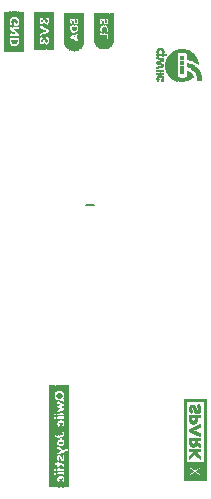
<source format=gbo>
G75*
%MOIN*%
%OFA0B0*%
%FSLAX25Y25*%
%IPPOS*%
%LPD*%
%AMOC8*
5,1,8,0,0,1.08239X$1,22.5*
%
%ADD10C,0.00800*%
%ADD11C,0.00039*%
%ADD12R,0.00079X0.00866*%
%ADD13R,0.00079X0.00787*%
%ADD14R,0.00079X0.00827*%
%ADD15R,0.00079X0.00984*%
%ADD16R,0.00079X0.01181*%
%ADD17R,0.00079X0.00748*%
%ADD18R,0.00079X0.01339*%
%ADD19R,0.00039X0.01260*%
%ADD20R,0.00039X0.00787*%
%ADD21R,0.00039X0.00827*%
%ADD22R,0.00039X0.00866*%
%ADD23R,0.00039X0.00748*%
%ADD24R,0.00039X0.01417*%
%ADD25R,0.00039X0.01378*%
%ADD26R,0.00039X0.01575*%
%ADD27R,0.00039X0.01457*%
%ADD28R,0.00039X0.00945*%
%ADD29R,0.00039X0.01654*%
%ADD30R,0.00039X0.02362*%
%ADD31R,0.00039X0.01732*%
%ADD32R,0.00039X0.02402*%
%ADD33R,0.00039X0.00984*%
%ADD34R,0.00039X0.00709*%
%ADD35R,0.00039X0.01850*%
%ADD36R,0.00039X0.02441*%
%ADD37R,0.00039X0.01024*%
%ADD38R,0.00039X0.01890*%
%ADD39R,0.00039X0.02480*%
%ADD40R,0.00039X0.01969*%
%ADD41R,0.00039X0.02520*%
%ADD42R,0.00039X0.02008*%
%ADD43R,0.00039X0.01063*%
%ADD44R,0.00039X0.02047*%
%ADD45R,0.00039X0.02559*%
%ADD46R,0.00039X0.01102*%
%ADD47R,0.00039X0.02126*%
%ADD48R,0.00039X0.02598*%
%ADD49R,0.00039X0.01142*%
%ADD50R,0.00039X0.02087*%
%ADD51R,0.00039X0.01220*%
%ADD52R,0.00039X0.01181*%
%ADD53R,0.00039X0.00551*%
%ADD54R,0.00039X0.00394*%
%ADD55R,0.00039X0.00906*%
%ADD56R,0.00039X0.00315*%
%ADD57R,0.00039X0.00197*%
%ADD58R,0.00039X0.00079*%
%ADD59R,0.00039X0.01299*%
%ADD60R,0.00079X0.01299*%
%ADD61R,0.00079X0.00709*%
%ADD62R,0.00079X0.00630*%
%ADD63R,0.00079X0.00669*%
%ADD64R,0.00079X0.01693*%
%ADD65R,0.00039X0.00630*%
%ADD66R,0.00039X0.01693*%
%ADD67R,0.00039X0.00669*%
%ADD68R,0.00039X0.00591*%
%ADD69R,0.00039X0.01339*%
%ADD70R,0.00039X0.00157*%
%ADD71R,0.00039X0.00276*%
%ADD72R,0.00079X0.02559*%
%ADD73R,0.00079X0.01142*%
%ADD74R,0.00079X0.01102*%
%ADD75R,0.00079X0.02126*%
%ADD76R,0.00079X0.02520*%
%ADD77R,0.00079X0.01063*%
%ADD78R,0.00079X0.01969*%
%ADD79R,0.00079X0.02480*%
%ADD80R,0.00079X0.01024*%
%ADD81R,0.00079X0.01890*%
%ADD82R,0.00079X0.02402*%
%ADD83R,0.00079X0.01732*%
%ADD84R,0.00039X0.02323*%
%ADD85R,0.00039X0.01535*%
%ADD86R,0.00039X0.00512*%
%ADD87R,0.00079X0.00512*%
%ADD88R,0.00079X0.01850*%
%ADD89R,0.00079X0.02638*%
%ADD90R,0.00039X0.02953*%
%ADD91R,0.00039X0.03189*%
%ADD92R,0.00039X0.03504*%
%ADD93R,0.00039X0.03661*%
%ADD94R,0.00039X0.03898*%
%ADD95R,0.00039X0.04055*%
%ADD96R,0.00039X0.04213*%
%ADD97R,0.00039X0.04449*%
%ADD98R,0.00039X0.04606*%
%ADD99R,0.00039X0.04843*%
%ADD100R,0.00039X0.04921*%
%ADD101R,0.00039X0.05118*%
%ADD102R,0.00039X0.05236*%
%ADD103R,0.00039X0.05315*%
%ADD104R,0.00039X0.05512*%
%ADD105R,0.00039X0.05630*%
%ADD106R,0.00039X0.05787*%
%ADD107R,0.00039X0.05945*%
%ADD108R,0.00039X0.06024*%
%ADD109R,0.00039X0.06181*%
%ADD110R,0.00039X0.06260*%
%ADD111R,0.00039X0.06339*%
%ADD112R,0.00039X0.06417*%
%ADD113R,0.00039X0.06575*%
%ADD114R,0.00039X0.06732*%
%ADD115R,0.00039X0.06811*%
%ADD116R,0.00039X0.06890*%
%ADD117R,0.00039X0.06969*%
%ADD118R,0.00039X0.07047*%
%ADD119R,0.00039X0.07126*%
%ADD120R,0.00039X0.07205*%
%ADD121R,0.00039X0.07362*%
%ADD122R,0.00039X0.07441*%
%ADD123R,0.00039X0.07520*%
%ADD124R,0.00039X0.07598*%
%ADD125R,0.00039X0.07677*%
%ADD126R,0.00039X0.07756*%
%ADD127R,0.00039X0.07795*%
%ADD128R,0.00039X0.07913*%
%ADD129R,0.00039X0.07992*%
%ADD130R,0.00039X0.08071*%
%ADD131R,0.00039X0.08150*%
%ADD132R,0.00039X0.08189*%
%ADD133R,0.00039X0.08268*%
%ADD134R,0.00039X0.08307*%
%ADD135R,0.00039X0.08386*%
%ADD136R,0.00039X0.08465*%
%ADD137R,0.00039X0.08543*%
%ADD138R,0.00039X0.08622*%
%ADD139R,0.00039X0.08701*%
%ADD140R,0.00039X0.08780*%
%ADD141R,0.00039X0.08819*%
%ADD142R,0.00039X0.08858*%
%ADD143R,0.00039X0.08937*%
%ADD144R,0.00039X0.09016*%
%ADD145R,0.00039X0.09055*%
%ADD146R,0.00039X0.09094*%
%ADD147R,0.00039X0.09173*%
%ADD148R,0.00039X0.09252*%
%ADD149R,0.00039X0.09331*%
%ADD150R,0.00039X0.09409*%
%ADD151R,0.00039X0.09488*%
%ADD152R,0.00039X0.09528*%
%ADD153R,0.00039X0.09567*%
%ADD154R,0.00039X0.09646*%
%ADD155R,0.00039X0.09724*%
%ADD156R,0.00039X0.09803*%
%ADD157R,0.00039X0.09882*%
%ADD158R,0.00039X0.09961*%
%ADD159R,0.00039X0.10000*%
%ADD160R,0.00039X0.10039*%
%ADD161R,0.00039X0.10079*%
%ADD162R,0.00039X0.10118*%
%ADD163R,0.00039X0.10157*%
%ADD164R,0.00039X0.10197*%
%ADD165R,0.00039X0.10236*%
%ADD166R,0.00039X0.10276*%
%ADD167R,0.00039X0.10354*%
%ADD168R,0.00039X0.10394*%
%ADD169R,0.00039X0.10433*%
%ADD170R,0.00039X0.10512*%
%ADD171R,0.00039X0.01496*%
%ADD172R,0.00039X0.03268*%
%ADD173R,0.00039X0.03465*%
%ADD174R,0.00039X0.03425*%
%ADD175R,0.00039X0.03228*%
%ADD176R,0.00039X0.03346*%
%ADD177R,0.00039X0.03150*%
%ADD178R,0.00039X0.03110*%
%ADD179R,0.00039X0.03031*%
%ADD180R,0.00039X0.02874*%
%ADD181R,0.00039X0.02835*%
%ADD182R,0.00039X0.03071*%
%ADD183R,0.00039X0.02756*%
%ADD184R,0.00039X0.02638*%
%ADD185R,0.00039X0.02992*%
%ADD186R,0.00039X0.01614*%
%ADD187R,0.00039X0.02244*%
%ADD188R,0.00039X0.02795*%
%ADD189R,0.00039X0.02717*%
%ADD190R,0.00039X0.02677*%
%ADD191R,0.00039X0.01772*%
%ADD192R,0.00039X0.01811*%
%ADD193R,0.00039X0.00472*%
%ADD194R,0.00039X0.02283*%
%ADD195R,0.00039X0.02205*%
%ADD196R,0.00039X0.02165*%
%ADD197R,0.00039X0.01929*%
%ADD198R,0.00039X0.03937*%
%ADD199R,0.00039X0.03858*%
%ADD200R,0.00039X0.03740*%
%ADD201R,0.00039X0.03701*%
%ADD202R,0.00039X0.03622*%
%ADD203R,0.00039X0.03386*%
%ADD204R,0.00157X0.10394*%
%ADD205R,0.00157X0.10866*%
%ADD206R,0.00157X0.11181*%
%ADD207R,0.00157X0.11496*%
%ADD208R,0.00157X0.11654*%
%ADD209R,0.00157X0.11811*%
%ADD210R,0.00157X0.11969*%
%ADD211R,0.00157X0.12126*%
%ADD212R,0.00157X0.12283*%
%ADD213R,0.00157X0.12441*%
%ADD214R,0.00157X0.02520*%
%ADD215R,0.00157X0.09449*%
%ADD216R,0.00157X0.02205*%
%ADD217R,0.00157X0.00630*%
%ADD218R,0.00157X0.01890*%
%ADD219R,0.00157X0.04252*%
%ADD220R,0.00157X0.02047*%
%ADD221R,0.00157X0.00472*%
%ADD222R,0.00157X0.01732*%
%ADD223R,0.00157X0.01417*%
%ADD224R,0.00157X0.04094*%
%ADD225R,0.00157X0.00157*%
%ADD226R,0.00157X0.01260*%
%ADD227R,0.00157X0.00787*%
%ADD228R,0.00157X0.00945*%
%ADD229R,0.00157X0.01575*%
%ADD230R,0.00157X0.01102*%
%ADD231R,0.00157X0.03937*%
%ADD232R,0.00157X0.00315*%
%ADD233R,0.00157X0.03780*%
%ADD234R,0.00157X0.02677*%
%ADD235R,0.00157X0.03622*%
%ADD236R,0.00157X0.03150*%
%ADD237R,0.00157X0.03465*%
%ADD238R,0.00157X0.09764*%
%ADD239R,0.00157X0.10236*%
%ADD240R,0.00157X0.10551*%
%ADD241R,0.00157X0.11024*%
%ADD242R,0.00157X0.11339*%
%ADD243R,0.00157X0.08819*%
%ADD244R,0.00157X0.04567*%
%ADD245R,0.00157X0.04724*%
%ADD246R,0.00157X0.03307*%
%ADD247R,0.00157X0.02992*%
%ADD248R,0.00157X0.33858*%
%ADD249R,0.00157X0.09291*%
%ADD250R,0.00157X0.16535*%
%ADD251R,0.00157X0.02835*%
%ADD252R,0.00157X0.05354*%
%ADD253R,0.00157X0.05669*%
%ADD254R,0.00157X0.05039*%
%ADD255R,0.00157X0.05512*%
%ADD256R,0.00157X0.08504*%
%ADD257R,0.00157X0.04882*%
%ADD258R,0.00157X0.08346*%
%ADD259R,0.00157X0.07244*%
%ADD260R,0.00157X0.02362*%
%ADD261R,0.00157X0.21260*%
%ADD262R,0.00157X0.21102*%
%ADD263R,0.00157X0.13386*%
D10*
X0191933Y0257033D02*
X0194633Y0257033D01*
D11*
X0224597Y0192433D02*
X0224597Y0171465D01*
X0224597Y0165433D01*
X0228697Y0165433D01*
X0232070Y0165433D01*
X0232070Y0171708D01*
X0231376Y0171708D01*
X0231376Y0171465D01*
X0228697Y0171465D01*
X0228697Y0169189D01*
X0230145Y0170182D01*
X0230145Y0169278D01*
X0228903Y0168460D01*
X0230145Y0167647D01*
X0230145Y0166710D01*
X0228697Y0167698D01*
X0228697Y0165433D01*
X0228697Y0167698D01*
X0228293Y0167974D01*
X0226524Y0166764D01*
X0226524Y0167669D01*
X0227699Y0168435D01*
X0226524Y0169197D01*
X0226524Y0170128D01*
X0228304Y0168919D01*
X0228697Y0169189D01*
X0228697Y0171465D01*
X0225290Y0171465D01*
X0225290Y0191739D01*
X0231376Y0191739D01*
X0231376Y0171708D01*
X0232070Y0171708D01*
X0232070Y0192433D01*
X0224597Y0192433D01*
X0224597Y0192422D02*
X0232070Y0192422D01*
X0232070Y0192384D02*
X0224597Y0192384D01*
X0224597Y0192347D02*
X0232070Y0192347D01*
X0232070Y0192309D02*
X0224597Y0192309D01*
X0224597Y0192271D02*
X0232070Y0192271D01*
X0232070Y0192233D02*
X0224597Y0192233D01*
X0224597Y0192195D02*
X0232070Y0192195D01*
X0232070Y0192157D02*
X0224597Y0192157D01*
X0224597Y0192119D02*
X0232070Y0192119D01*
X0232070Y0192081D02*
X0224597Y0192081D01*
X0224597Y0192043D02*
X0232070Y0192043D01*
X0232070Y0192006D02*
X0224597Y0192006D01*
X0224597Y0191968D02*
X0232070Y0191968D01*
X0232070Y0191930D02*
X0224597Y0191930D01*
X0224597Y0191892D02*
X0232070Y0191892D01*
X0232070Y0191854D02*
X0224597Y0191854D01*
X0224597Y0191816D02*
X0232070Y0191816D01*
X0232070Y0191778D02*
X0224597Y0191778D01*
X0224597Y0191740D02*
X0232070Y0191740D01*
X0232070Y0191703D02*
X0231376Y0191703D01*
X0231376Y0191665D02*
X0232070Y0191665D01*
X0232070Y0191627D02*
X0231376Y0191627D01*
X0231376Y0191589D02*
X0232070Y0191589D01*
X0232070Y0191551D02*
X0231376Y0191551D01*
X0231376Y0191513D02*
X0232070Y0191513D01*
X0232070Y0191475D02*
X0231376Y0191475D01*
X0231376Y0191437D02*
X0232070Y0191437D01*
X0232070Y0191399D02*
X0231376Y0191399D01*
X0231376Y0191362D02*
X0232070Y0191362D01*
X0232070Y0191324D02*
X0231376Y0191324D01*
X0231376Y0191286D02*
X0232070Y0191286D01*
X0232070Y0191248D02*
X0231376Y0191248D01*
X0231376Y0191210D02*
X0232070Y0191210D01*
X0232070Y0191172D02*
X0231376Y0191172D01*
X0231376Y0191134D02*
X0232070Y0191134D01*
X0232070Y0191096D02*
X0231376Y0191096D01*
X0231376Y0191059D02*
X0232070Y0191059D01*
X0232070Y0191021D02*
X0231376Y0191021D01*
X0231376Y0190983D02*
X0232070Y0190983D01*
X0232070Y0190945D02*
X0231376Y0190945D01*
X0231376Y0190907D02*
X0232070Y0190907D01*
X0232070Y0190869D02*
X0231376Y0190869D01*
X0231376Y0190831D02*
X0232070Y0190831D01*
X0232070Y0190793D02*
X0231376Y0190793D01*
X0231376Y0190756D02*
X0232070Y0190756D01*
X0232070Y0190718D02*
X0231376Y0190718D01*
X0231376Y0190680D02*
X0232070Y0190680D01*
X0232070Y0190642D02*
X0231376Y0190642D01*
X0231376Y0190604D02*
X0232070Y0190604D01*
X0232070Y0190566D02*
X0231376Y0190566D01*
X0231376Y0190528D02*
X0232070Y0190528D01*
X0232070Y0190490D02*
X0231376Y0190490D01*
X0231376Y0190452D02*
X0232070Y0190452D01*
X0232070Y0190415D02*
X0231376Y0190415D01*
X0231376Y0190377D02*
X0232070Y0190377D01*
X0232070Y0190339D02*
X0231376Y0190339D01*
X0231376Y0190301D02*
X0232070Y0190301D01*
X0232070Y0190263D02*
X0231376Y0190263D01*
X0231376Y0190225D02*
X0232070Y0190225D01*
X0232070Y0190187D02*
X0231376Y0190187D01*
X0231376Y0190149D02*
X0232070Y0190149D01*
X0232070Y0190112D02*
X0231376Y0190112D01*
X0231376Y0190074D02*
X0232070Y0190074D01*
X0232070Y0190036D02*
X0231376Y0190036D01*
X0231376Y0189998D02*
X0232070Y0189998D01*
X0232070Y0189960D02*
X0231376Y0189960D01*
X0231376Y0189922D02*
X0232070Y0189922D01*
X0232070Y0189884D02*
X0231376Y0189884D01*
X0231376Y0189846D02*
X0232070Y0189846D01*
X0232070Y0189808D02*
X0231376Y0189808D01*
X0231376Y0189771D02*
X0232070Y0189771D01*
X0232070Y0189733D02*
X0231376Y0189733D01*
X0231376Y0189695D02*
X0232070Y0189695D01*
X0232070Y0189657D02*
X0231376Y0189657D01*
X0231376Y0189619D02*
X0232070Y0189619D01*
X0232070Y0189581D02*
X0231376Y0189581D01*
X0231376Y0189543D02*
X0232070Y0189543D01*
X0232070Y0189505D02*
X0231376Y0189505D01*
X0231376Y0189468D02*
X0232070Y0189468D01*
X0232070Y0189430D02*
X0231376Y0189430D01*
X0231376Y0189392D02*
X0232070Y0189392D01*
X0232070Y0189354D02*
X0231376Y0189354D01*
X0231376Y0189316D02*
X0232070Y0189316D01*
X0232070Y0189278D02*
X0231376Y0189278D01*
X0231376Y0189240D02*
X0232070Y0189240D01*
X0232070Y0189202D02*
X0231376Y0189202D01*
X0231376Y0189164D02*
X0232070Y0189164D01*
X0232070Y0189127D02*
X0231376Y0189127D01*
X0231376Y0189089D02*
X0232070Y0189089D01*
X0232070Y0189051D02*
X0231376Y0189051D01*
X0231376Y0189013D02*
X0232070Y0189013D01*
X0232070Y0188975D02*
X0231376Y0188975D01*
X0231376Y0188937D02*
X0232070Y0188937D01*
X0232070Y0188899D02*
X0231376Y0188899D01*
X0231376Y0188861D02*
X0232070Y0188861D01*
X0232070Y0188824D02*
X0231376Y0188824D01*
X0231376Y0188786D02*
X0232070Y0188786D01*
X0232070Y0188748D02*
X0231376Y0188748D01*
X0231376Y0188710D02*
X0232070Y0188710D01*
X0232070Y0188672D02*
X0231376Y0188672D01*
X0231376Y0188634D02*
X0232070Y0188634D01*
X0232070Y0188596D02*
X0231376Y0188596D01*
X0231376Y0188558D02*
X0232070Y0188558D01*
X0232070Y0188521D02*
X0231376Y0188521D01*
X0231376Y0188483D02*
X0232070Y0188483D01*
X0232070Y0188445D02*
X0231376Y0188445D01*
X0231376Y0188407D02*
X0232070Y0188407D01*
X0232070Y0188369D02*
X0231376Y0188369D01*
X0231376Y0188331D02*
X0232070Y0188331D01*
X0232070Y0188293D02*
X0231376Y0188293D01*
X0231376Y0188255D02*
X0232070Y0188255D01*
X0232070Y0188217D02*
X0231376Y0188217D01*
X0231376Y0188180D02*
X0232070Y0188180D01*
X0232070Y0188142D02*
X0231376Y0188142D01*
X0231376Y0188104D02*
X0232070Y0188104D01*
X0232070Y0188066D02*
X0231376Y0188066D01*
X0231376Y0188028D02*
X0232070Y0188028D01*
X0232070Y0187990D02*
X0231376Y0187990D01*
X0231376Y0187952D02*
X0232070Y0187952D01*
X0232070Y0187914D02*
X0231376Y0187914D01*
X0231376Y0187877D02*
X0232070Y0187877D01*
X0232070Y0187839D02*
X0231376Y0187839D01*
X0231376Y0187801D02*
X0232070Y0187801D01*
X0232070Y0187763D02*
X0231376Y0187763D01*
X0231376Y0187725D02*
X0232070Y0187725D01*
X0232070Y0187687D02*
X0231376Y0187687D01*
X0231376Y0187649D02*
X0232070Y0187649D01*
X0232070Y0187611D02*
X0231376Y0187611D01*
X0231376Y0187573D02*
X0232070Y0187573D01*
X0232070Y0187536D02*
X0231376Y0187536D01*
X0231376Y0187498D02*
X0232070Y0187498D01*
X0232070Y0187460D02*
X0231376Y0187460D01*
X0231376Y0187422D02*
X0232070Y0187422D01*
X0232070Y0187384D02*
X0231376Y0187384D01*
X0231376Y0187346D02*
X0232070Y0187346D01*
X0232070Y0187308D02*
X0231376Y0187308D01*
X0231376Y0187270D02*
X0232070Y0187270D01*
X0232070Y0187233D02*
X0231376Y0187233D01*
X0231376Y0187195D02*
X0232070Y0187195D01*
X0232070Y0187157D02*
X0231376Y0187157D01*
X0231376Y0187119D02*
X0232070Y0187119D01*
X0232070Y0187081D02*
X0231376Y0187081D01*
X0231376Y0187043D02*
X0232070Y0187043D01*
X0232070Y0187005D02*
X0231376Y0187005D01*
X0231376Y0186967D02*
X0232070Y0186967D01*
X0232070Y0186929D02*
X0231376Y0186929D01*
X0231376Y0186892D02*
X0232070Y0186892D01*
X0232070Y0186854D02*
X0231376Y0186854D01*
X0231376Y0186816D02*
X0232070Y0186816D01*
X0232070Y0186778D02*
X0231376Y0186778D01*
X0231376Y0186740D02*
X0232070Y0186740D01*
X0232070Y0186702D02*
X0231376Y0186702D01*
X0231376Y0186664D02*
X0232070Y0186664D01*
X0232070Y0186626D02*
X0231376Y0186626D01*
X0231376Y0186589D02*
X0232070Y0186589D01*
X0232070Y0186551D02*
X0231376Y0186551D01*
X0231376Y0186513D02*
X0232070Y0186513D01*
X0232070Y0186475D02*
X0231376Y0186475D01*
X0231376Y0186437D02*
X0232070Y0186437D01*
X0232070Y0186399D02*
X0231376Y0186399D01*
X0231376Y0186361D02*
X0232070Y0186361D01*
X0232070Y0186323D02*
X0231376Y0186323D01*
X0231376Y0186286D02*
X0232070Y0186286D01*
X0232070Y0186248D02*
X0231376Y0186248D01*
X0231376Y0186210D02*
X0232070Y0186210D01*
X0232070Y0186172D02*
X0231376Y0186172D01*
X0231376Y0186134D02*
X0232070Y0186134D01*
X0232070Y0186096D02*
X0231376Y0186096D01*
X0231376Y0186058D02*
X0232070Y0186058D01*
X0232070Y0186020D02*
X0231376Y0186020D01*
X0231376Y0185982D02*
X0232070Y0185982D01*
X0232070Y0185945D02*
X0231376Y0185945D01*
X0231376Y0185907D02*
X0232070Y0185907D01*
X0232070Y0185869D02*
X0231376Y0185869D01*
X0231376Y0185831D02*
X0232070Y0185831D01*
X0232070Y0185793D02*
X0231376Y0185793D01*
X0231376Y0185755D02*
X0232070Y0185755D01*
X0232070Y0185717D02*
X0231376Y0185717D01*
X0231376Y0185679D02*
X0232070Y0185679D01*
X0232070Y0185642D02*
X0231376Y0185642D01*
X0231376Y0185604D02*
X0232070Y0185604D01*
X0232070Y0185566D02*
X0231376Y0185566D01*
X0231376Y0185528D02*
X0232070Y0185528D01*
X0232070Y0185490D02*
X0231376Y0185490D01*
X0231376Y0185452D02*
X0232070Y0185452D01*
X0232070Y0185414D02*
X0231376Y0185414D01*
X0231376Y0185376D02*
X0232070Y0185376D01*
X0232070Y0185338D02*
X0231376Y0185338D01*
X0231376Y0185301D02*
X0232070Y0185301D01*
X0232070Y0185263D02*
X0231376Y0185263D01*
X0231376Y0185225D02*
X0232070Y0185225D01*
X0232070Y0185187D02*
X0231376Y0185187D01*
X0231376Y0185149D02*
X0232070Y0185149D01*
X0232070Y0185111D02*
X0231376Y0185111D01*
X0231376Y0185073D02*
X0232070Y0185073D01*
X0232070Y0185035D02*
X0231376Y0185035D01*
X0231376Y0184998D02*
X0232070Y0184998D01*
X0232070Y0184960D02*
X0231376Y0184960D01*
X0231376Y0184922D02*
X0232070Y0184922D01*
X0232070Y0184884D02*
X0231376Y0184884D01*
X0231376Y0184846D02*
X0232070Y0184846D01*
X0232070Y0184808D02*
X0231376Y0184808D01*
X0231376Y0184770D02*
X0232070Y0184770D01*
X0232070Y0184732D02*
X0231376Y0184732D01*
X0231376Y0184694D02*
X0232070Y0184694D01*
X0232070Y0184657D02*
X0231376Y0184657D01*
X0231376Y0184619D02*
X0232070Y0184619D01*
X0232070Y0184581D02*
X0231376Y0184581D01*
X0231376Y0184543D02*
X0232070Y0184543D01*
X0232070Y0184505D02*
X0231376Y0184505D01*
X0231376Y0184467D02*
X0232070Y0184467D01*
X0232070Y0184429D02*
X0231376Y0184429D01*
X0231376Y0184391D02*
X0232070Y0184391D01*
X0232070Y0184354D02*
X0231376Y0184354D01*
X0231376Y0184316D02*
X0232070Y0184316D01*
X0232070Y0184278D02*
X0231376Y0184278D01*
X0231376Y0184240D02*
X0232070Y0184240D01*
X0232070Y0184202D02*
X0231376Y0184202D01*
X0231376Y0184164D02*
X0232070Y0184164D01*
X0232070Y0184126D02*
X0231376Y0184126D01*
X0231376Y0184088D02*
X0232070Y0184088D01*
X0232070Y0184051D02*
X0231376Y0184051D01*
X0231376Y0184013D02*
X0232070Y0184013D01*
X0232070Y0183975D02*
X0231376Y0183975D01*
X0231376Y0183937D02*
X0232070Y0183937D01*
X0232070Y0183899D02*
X0231376Y0183899D01*
X0231376Y0183861D02*
X0232070Y0183861D01*
X0232070Y0183823D02*
X0231376Y0183823D01*
X0231376Y0183785D02*
X0232070Y0183785D01*
X0232070Y0183747D02*
X0231376Y0183747D01*
X0231376Y0183710D02*
X0232070Y0183710D01*
X0232070Y0183672D02*
X0231376Y0183672D01*
X0231376Y0183634D02*
X0232070Y0183634D01*
X0232070Y0183596D02*
X0231376Y0183596D01*
X0231376Y0183558D02*
X0232070Y0183558D01*
X0232070Y0183520D02*
X0231376Y0183520D01*
X0231376Y0183482D02*
X0232070Y0183482D01*
X0232070Y0183444D02*
X0231376Y0183444D01*
X0231376Y0183407D02*
X0232070Y0183407D01*
X0232070Y0183369D02*
X0231376Y0183369D01*
X0231376Y0183331D02*
X0232070Y0183331D01*
X0232070Y0183293D02*
X0231376Y0183293D01*
X0231376Y0183255D02*
X0232070Y0183255D01*
X0232070Y0183217D02*
X0231376Y0183217D01*
X0231376Y0183179D02*
X0232070Y0183179D01*
X0232070Y0183141D02*
X0231376Y0183141D01*
X0231376Y0183103D02*
X0232070Y0183103D01*
X0232070Y0183066D02*
X0231376Y0183066D01*
X0231376Y0183028D02*
X0232070Y0183028D01*
X0232070Y0182990D02*
X0231376Y0182990D01*
X0231376Y0182952D02*
X0232070Y0182952D01*
X0232070Y0182914D02*
X0231376Y0182914D01*
X0231376Y0182876D02*
X0232070Y0182876D01*
X0232070Y0182838D02*
X0231376Y0182838D01*
X0231376Y0182800D02*
X0232070Y0182800D01*
X0232070Y0182763D02*
X0231376Y0182763D01*
X0231376Y0182725D02*
X0232070Y0182725D01*
X0232070Y0182687D02*
X0231376Y0182687D01*
X0231376Y0182649D02*
X0232070Y0182649D01*
X0232070Y0182611D02*
X0231376Y0182611D01*
X0231376Y0182573D02*
X0232070Y0182573D01*
X0232070Y0182535D02*
X0231376Y0182535D01*
X0231376Y0182497D02*
X0232070Y0182497D01*
X0232070Y0182459D02*
X0231376Y0182459D01*
X0231376Y0182422D02*
X0232070Y0182422D01*
X0232070Y0182384D02*
X0231376Y0182384D01*
X0231376Y0182346D02*
X0232070Y0182346D01*
X0232070Y0182308D02*
X0231376Y0182308D01*
X0231376Y0182270D02*
X0232070Y0182270D01*
X0232070Y0182232D02*
X0231376Y0182232D01*
X0231376Y0182194D02*
X0232070Y0182194D01*
X0232070Y0182156D02*
X0231376Y0182156D01*
X0231376Y0182119D02*
X0232070Y0182119D01*
X0232070Y0182081D02*
X0231376Y0182081D01*
X0231376Y0182043D02*
X0232070Y0182043D01*
X0232070Y0182005D02*
X0231376Y0182005D01*
X0231376Y0181967D02*
X0232070Y0181967D01*
X0232070Y0181929D02*
X0231376Y0181929D01*
X0231376Y0181891D02*
X0232070Y0181891D01*
X0232070Y0181853D02*
X0231376Y0181853D01*
X0231376Y0181816D02*
X0232070Y0181816D01*
X0232070Y0181778D02*
X0231376Y0181778D01*
X0231376Y0181740D02*
X0232070Y0181740D01*
X0232070Y0181702D02*
X0231376Y0181702D01*
X0231376Y0181664D02*
X0232070Y0181664D01*
X0232070Y0181626D02*
X0231376Y0181626D01*
X0231376Y0181588D02*
X0232070Y0181588D01*
X0232070Y0181550D02*
X0231376Y0181550D01*
X0231376Y0181512D02*
X0232070Y0181512D01*
X0232070Y0181475D02*
X0231376Y0181475D01*
X0231376Y0181437D02*
X0232070Y0181437D01*
X0232070Y0181399D02*
X0231376Y0181399D01*
X0231376Y0181361D02*
X0232070Y0181361D01*
X0232070Y0181323D02*
X0231376Y0181323D01*
X0231376Y0181285D02*
X0232070Y0181285D01*
X0232070Y0181247D02*
X0231376Y0181247D01*
X0231376Y0181209D02*
X0232070Y0181209D01*
X0232070Y0181172D02*
X0231376Y0181172D01*
X0231376Y0181134D02*
X0232070Y0181134D01*
X0232070Y0181096D02*
X0231376Y0181096D01*
X0231376Y0181058D02*
X0232070Y0181058D01*
X0232070Y0181020D02*
X0231376Y0181020D01*
X0231376Y0180982D02*
X0232070Y0180982D01*
X0232070Y0180944D02*
X0231376Y0180944D01*
X0231376Y0180906D02*
X0232070Y0180906D01*
X0232070Y0180868D02*
X0231376Y0180868D01*
X0231376Y0180831D02*
X0232070Y0180831D01*
X0232070Y0180793D02*
X0231376Y0180793D01*
X0231376Y0180755D02*
X0232070Y0180755D01*
X0232070Y0180717D02*
X0231376Y0180717D01*
X0231376Y0180679D02*
X0232070Y0180679D01*
X0232070Y0180641D02*
X0231376Y0180641D01*
X0231376Y0180603D02*
X0232070Y0180603D01*
X0232070Y0180565D02*
X0231376Y0180565D01*
X0231376Y0180528D02*
X0232070Y0180528D01*
X0232070Y0180490D02*
X0231376Y0180490D01*
X0231376Y0180452D02*
X0232070Y0180452D01*
X0232070Y0180414D02*
X0231376Y0180414D01*
X0231376Y0180376D02*
X0232070Y0180376D01*
X0232070Y0180338D02*
X0231376Y0180338D01*
X0231376Y0180300D02*
X0232070Y0180300D01*
X0232070Y0180262D02*
X0231376Y0180262D01*
X0231376Y0180224D02*
X0232070Y0180224D01*
X0232070Y0180187D02*
X0231376Y0180187D01*
X0231376Y0180149D02*
X0232070Y0180149D01*
X0232070Y0180111D02*
X0231376Y0180111D01*
X0231376Y0180073D02*
X0232070Y0180073D01*
X0232070Y0180035D02*
X0231376Y0180035D01*
X0231376Y0179997D02*
X0232070Y0179997D01*
X0232070Y0179959D02*
X0231376Y0179959D01*
X0231376Y0179921D02*
X0232070Y0179921D01*
X0232070Y0179884D02*
X0231376Y0179884D01*
X0231376Y0179846D02*
X0232070Y0179846D01*
X0232070Y0179808D02*
X0231376Y0179808D01*
X0231376Y0179770D02*
X0232070Y0179770D01*
X0232070Y0179732D02*
X0231376Y0179732D01*
X0231376Y0179694D02*
X0232070Y0179694D01*
X0232070Y0179656D02*
X0231376Y0179656D01*
X0231376Y0179618D02*
X0232070Y0179618D01*
X0232070Y0179580D02*
X0231376Y0179580D01*
X0231376Y0179543D02*
X0232070Y0179543D01*
X0232070Y0179505D02*
X0231376Y0179505D01*
X0231376Y0179467D02*
X0232070Y0179467D01*
X0232070Y0179429D02*
X0231376Y0179429D01*
X0231376Y0179391D02*
X0232070Y0179391D01*
X0232070Y0179353D02*
X0231376Y0179353D01*
X0231376Y0179315D02*
X0232070Y0179315D01*
X0232070Y0179277D02*
X0231376Y0179277D01*
X0231376Y0179240D02*
X0232070Y0179240D01*
X0232070Y0179202D02*
X0231376Y0179202D01*
X0231376Y0179164D02*
X0232070Y0179164D01*
X0232070Y0179126D02*
X0231376Y0179126D01*
X0231376Y0179088D02*
X0232070Y0179088D01*
X0232070Y0179050D02*
X0231376Y0179050D01*
X0231376Y0179012D02*
X0232070Y0179012D01*
X0232070Y0178974D02*
X0231376Y0178974D01*
X0231376Y0178937D02*
X0232070Y0178937D01*
X0232070Y0178899D02*
X0231376Y0178899D01*
X0231376Y0178861D02*
X0232070Y0178861D01*
X0232070Y0178823D02*
X0231376Y0178823D01*
X0231376Y0178785D02*
X0232070Y0178785D01*
X0232070Y0178747D02*
X0231376Y0178747D01*
X0231376Y0178709D02*
X0232070Y0178709D01*
X0232070Y0178671D02*
X0231376Y0178671D01*
X0231376Y0178633D02*
X0232070Y0178633D01*
X0232070Y0178596D02*
X0231376Y0178596D01*
X0231376Y0178558D02*
X0232070Y0178558D01*
X0232070Y0178520D02*
X0231376Y0178520D01*
X0231376Y0178482D02*
X0232070Y0178482D01*
X0232070Y0178444D02*
X0231376Y0178444D01*
X0231376Y0178406D02*
X0232070Y0178406D01*
X0232070Y0178368D02*
X0231376Y0178368D01*
X0231376Y0178330D02*
X0232070Y0178330D01*
X0232070Y0178293D02*
X0231376Y0178293D01*
X0231376Y0178255D02*
X0232070Y0178255D01*
X0232070Y0178217D02*
X0231376Y0178217D01*
X0231376Y0178179D02*
X0232070Y0178179D01*
X0232070Y0178141D02*
X0231376Y0178141D01*
X0231376Y0178103D02*
X0232070Y0178103D01*
X0232070Y0178065D02*
X0231376Y0178065D01*
X0231376Y0178027D02*
X0232070Y0178027D01*
X0232070Y0177989D02*
X0231376Y0177989D01*
X0231376Y0177952D02*
X0232070Y0177952D01*
X0232070Y0177914D02*
X0231376Y0177914D01*
X0231376Y0177876D02*
X0232070Y0177876D01*
X0232070Y0177838D02*
X0231376Y0177838D01*
X0231376Y0177800D02*
X0232070Y0177800D01*
X0232070Y0177762D02*
X0231376Y0177762D01*
X0231376Y0177724D02*
X0232070Y0177724D01*
X0232070Y0177686D02*
X0231376Y0177686D01*
X0231376Y0177649D02*
X0232070Y0177649D01*
X0232070Y0177611D02*
X0231376Y0177611D01*
X0231376Y0177573D02*
X0232070Y0177573D01*
X0232070Y0177535D02*
X0231376Y0177535D01*
X0231376Y0177497D02*
X0232070Y0177497D01*
X0232070Y0177459D02*
X0231376Y0177459D01*
X0231376Y0177421D02*
X0232070Y0177421D01*
X0232070Y0177383D02*
X0231376Y0177383D01*
X0231376Y0177345D02*
X0232070Y0177345D01*
X0232070Y0177308D02*
X0231376Y0177308D01*
X0231376Y0177270D02*
X0232070Y0177270D01*
X0232070Y0177232D02*
X0231376Y0177232D01*
X0231376Y0177194D02*
X0232070Y0177194D01*
X0232070Y0177156D02*
X0231376Y0177156D01*
X0231376Y0177118D02*
X0232070Y0177118D01*
X0232070Y0177080D02*
X0231376Y0177080D01*
X0231376Y0177042D02*
X0232070Y0177042D01*
X0232070Y0177005D02*
X0231376Y0177005D01*
X0231376Y0176967D02*
X0232070Y0176967D01*
X0232070Y0176929D02*
X0231376Y0176929D01*
X0231376Y0176891D02*
X0232070Y0176891D01*
X0232070Y0176853D02*
X0231376Y0176853D01*
X0231376Y0176815D02*
X0232070Y0176815D01*
X0232070Y0176777D02*
X0231376Y0176777D01*
X0231376Y0176739D02*
X0232070Y0176739D01*
X0232070Y0176702D02*
X0231376Y0176702D01*
X0231376Y0176664D02*
X0232070Y0176664D01*
X0232070Y0176626D02*
X0231376Y0176626D01*
X0231376Y0176588D02*
X0232070Y0176588D01*
X0232070Y0176550D02*
X0231376Y0176550D01*
X0231376Y0176512D02*
X0232070Y0176512D01*
X0232070Y0176474D02*
X0231376Y0176474D01*
X0231376Y0176436D02*
X0232070Y0176436D01*
X0232070Y0176398D02*
X0231376Y0176398D01*
X0231376Y0176361D02*
X0232070Y0176361D01*
X0232070Y0176323D02*
X0231376Y0176323D01*
X0231376Y0176285D02*
X0232070Y0176285D01*
X0232070Y0176247D02*
X0231376Y0176247D01*
X0231376Y0176209D02*
X0232070Y0176209D01*
X0232070Y0176171D02*
X0231376Y0176171D01*
X0231376Y0176133D02*
X0232070Y0176133D01*
X0232070Y0176095D02*
X0231376Y0176095D01*
X0231376Y0176058D02*
X0232070Y0176058D01*
X0232070Y0176020D02*
X0231376Y0176020D01*
X0231376Y0175982D02*
X0232070Y0175982D01*
X0232070Y0175944D02*
X0231376Y0175944D01*
X0231376Y0175906D02*
X0232070Y0175906D01*
X0232070Y0175868D02*
X0231376Y0175868D01*
X0231376Y0175830D02*
X0232070Y0175830D01*
X0232070Y0175792D02*
X0231376Y0175792D01*
X0231376Y0175754D02*
X0232070Y0175754D01*
X0232070Y0175717D02*
X0231376Y0175717D01*
X0231376Y0175679D02*
X0232070Y0175679D01*
X0232070Y0175641D02*
X0231376Y0175641D01*
X0231376Y0175603D02*
X0232070Y0175603D01*
X0232070Y0175565D02*
X0231376Y0175565D01*
X0231376Y0175527D02*
X0232070Y0175527D01*
X0232070Y0175489D02*
X0231376Y0175489D01*
X0231376Y0175451D02*
X0232070Y0175451D01*
X0232070Y0175414D02*
X0231376Y0175414D01*
X0231376Y0175376D02*
X0232070Y0175376D01*
X0232070Y0175338D02*
X0231376Y0175338D01*
X0231376Y0175300D02*
X0232070Y0175300D01*
X0232070Y0175262D02*
X0231376Y0175262D01*
X0231376Y0175224D02*
X0232070Y0175224D01*
X0232070Y0175186D02*
X0231376Y0175186D01*
X0231376Y0175148D02*
X0232070Y0175148D01*
X0232070Y0175110D02*
X0231376Y0175110D01*
X0231376Y0175073D02*
X0232070Y0175073D01*
X0232070Y0175035D02*
X0231376Y0175035D01*
X0231376Y0174997D02*
X0232070Y0174997D01*
X0232070Y0174959D02*
X0231376Y0174959D01*
X0231376Y0174921D02*
X0232070Y0174921D01*
X0232070Y0174883D02*
X0231376Y0174883D01*
X0231376Y0174845D02*
X0232070Y0174845D01*
X0232070Y0174807D02*
X0231376Y0174807D01*
X0231376Y0174770D02*
X0232070Y0174770D01*
X0232070Y0174732D02*
X0231376Y0174732D01*
X0231376Y0174694D02*
X0232070Y0174694D01*
X0232070Y0174656D02*
X0231376Y0174656D01*
X0231376Y0174618D02*
X0232070Y0174618D01*
X0232070Y0174580D02*
X0231376Y0174580D01*
X0231376Y0174542D02*
X0232070Y0174542D01*
X0232070Y0174504D02*
X0231376Y0174504D01*
X0231376Y0174467D02*
X0232070Y0174467D01*
X0232070Y0174429D02*
X0231376Y0174429D01*
X0231376Y0174391D02*
X0232070Y0174391D01*
X0232070Y0174353D02*
X0231376Y0174353D01*
X0231376Y0174315D02*
X0232070Y0174315D01*
X0232070Y0174277D02*
X0231376Y0174277D01*
X0231376Y0174239D02*
X0232070Y0174239D01*
X0232070Y0174201D02*
X0231376Y0174201D01*
X0231376Y0174163D02*
X0232070Y0174163D01*
X0232070Y0174126D02*
X0231376Y0174126D01*
X0231376Y0174088D02*
X0232070Y0174088D01*
X0232070Y0174050D02*
X0231376Y0174050D01*
X0231376Y0174012D02*
X0232070Y0174012D01*
X0232070Y0173974D02*
X0231376Y0173974D01*
X0231376Y0173936D02*
X0232070Y0173936D01*
X0232070Y0173898D02*
X0231376Y0173898D01*
X0231376Y0173860D02*
X0232070Y0173860D01*
X0232070Y0173823D02*
X0231376Y0173823D01*
X0231376Y0173785D02*
X0232070Y0173785D01*
X0232070Y0173747D02*
X0231376Y0173747D01*
X0231376Y0173709D02*
X0232070Y0173709D01*
X0232070Y0173671D02*
X0231376Y0173671D01*
X0231376Y0173633D02*
X0232070Y0173633D01*
X0232070Y0173595D02*
X0231376Y0173595D01*
X0231376Y0173557D02*
X0232070Y0173557D01*
X0232070Y0173519D02*
X0231376Y0173519D01*
X0231376Y0173482D02*
X0232070Y0173482D01*
X0232070Y0173444D02*
X0231376Y0173444D01*
X0231376Y0173406D02*
X0232070Y0173406D01*
X0232070Y0173368D02*
X0231376Y0173368D01*
X0231376Y0173330D02*
X0232070Y0173330D01*
X0232070Y0173292D02*
X0231376Y0173292D01*
X0231376Y0173254D02*
X0232070Y0173254D01*
X0232070Y0173216D02*
X0231376Y0173216D01*
X0231376Y0173179D02*
X0232070Y0173179D01*
X0232070Y0173141D02*
X0231376Y0173141D01*
X0231376Y0173103D02*
X0232070Y0173103D01*
X0232070Y0173065D02*
X0231376Y0173065D01*
X0231376Y0173027D02*
X0232070Y0173027D01*
X0232070Y0172989D02*
X0231376Y0172989D01*
X0231376Y0172951D02*
X0232070Y0172951D01*
X0232070Y0172913D02*
X0231376Y0172913D01*
X0231376Y0172875D02*
X0232070Y0172875D01*
X0232070Y0172838D02*
X0231376Y0172838D01*
X0231376Y0172800D02*
X0232070Y0172800D01*
X0232070Y0172762D02*
X0231376Y0172762D01*
X0231376Y0172724D02*
X0232070Y0172724D01*
X0232070Y0172686D02*
X0231376Y0172686D01*
X0231376Y0172648D02*
X0232070Y0172648D01*
X0232070Y0172610D02*
X0231376Y0172610D01*
X0231376Y0172572D02*
X0232070Y0172572D01*
X0232070Y0172535D02*
X0231376Y0172535D01*
X0231376Y0172497D02*
X0232070Y0172497D01*
X0232070Y0172459D02*
X0231376Y0172459D01*
X0231376Y0172421D02*
X0232070Y0172421D01*
X0232070Y0172383D02*
X0231376Y0172383D01*
X0231376Y0172345D02*
X0232070Y0172345D01*
X0232070Y0172307D02*
X0231376Y0172307D01*
X0231376Y0172269D02*
X0232070Y0172269D01*
X0232070Y0172232D02*
X0231376Y0172232D01*
X0231376Y0172194D02*
X0232070Y0172194D01*
X0232070Y0172156D02*
X0231376Y0172156D01*
X0231376Y0172118D02*
X0232070Y0172118D01*
X0232070Y0172080D02*
X0231376Y0172080D01*
X0231376Y0172042D02*
X0232070Y0172042D01*
X0232070Y0172004D02*
X0231376Y0172004D01*
X0231376Y0171966D02*
X0232070Y0171966D01*
X0232070Y0171928D02*
X0231376Y0171928D01*
X0231376Y0171891D02*
X0232070Y0171891D01*
X0232070Y0171853D02*
X0231376Y0171853D01*
X0231376Y0171815D02*
X0232070Y0171815D01*
X0232070Y0171777D02*
X0231376Y0171777D01*
X0231376Y0171739D02*
X0232070Y0171739D01*
X0232070Y0171701D02*
X0231376Y0171701D01*
X0231376Y0171663D02*
X0232070Y0171663D01*
X0232070Y0171625D02*
X0231376Y0171625D01*
X0231376Y0171588D02*
X0232070Y0171588D01*
X0232070Y0171550D02*
X0231376Y0171550D01*
X0231376Y0171512D02*
X0232070Y0171512D01*
X0232070Y0171474D02*
X0231376Y0171474D01*
X0232070Y0171436D02*
X0228697Y0171436D01*
X0224597Y0171436D01*
X0224597Y0171474D02*
X0225290Y0171474D01*
X0225290Y0171512D02*
X0224597Y0171512D01*
X0224597Y0171550D02*
X0225290Y0171550D01*
X0225290Y0171588D02*
X0224597Y0171588D01*
X0224597Y0171625D02*
X0225290Y0171625D01*
X0225290Y0171663D02*
X0224597Y0171663D01*
X0224597Y0171701D02*
X0225290Y0171701D01*
X0225290Y0171739D02*
X0224597Y0171739D01*
X0224597Y0171777D02*
X0225290Y0171777D01*
X0225290Y0171815D02*
X0224597Y0171815D01*
X0224597Y0171853D02*
X0225290Y0171853D01*
X0225290Y0171891D02*
X0224597Y0171891D01*
X0224597Y0171928D02*
X0225290Y0171928D01*
X0225290Y0171966D02*
X0224597Y0171966D01*
X0224597Y0172004D02*
X0225290Y0172004D01*
X0225290Y0172042D02*
X0224597Y0172042D01*
X0224597Y0172080D02*
X0225290Y0172080D01*
X0225290Y0172118D02*
X0224597Y0172118D01*
X0224597Y0172156D02*
X0225290Y0172156D01*
X0225290Y0172194D02*
X0224597Y0172194D01*
X0224597Y0172232D02*
X0225290Y0172232D01*
X0225290Y0172269D02*
X0224597Y0172269D01*
X0224597Y0172307D02*
X0225290Y0172307D01*
X0225290Y0172345D02*
X0224597Y0172345D01*
X0224597Y0172383D02*
X0225290Y0172383D01*
X0225290Y0172421D02*
X0224597Y0172421D01*
X0224597Y0172459D02*
X0225290Y0172459D01*
X0225290Y0172497D02*
X0224597Y0172497D01*
X0224597Y0172535D02*
X0225290Y0172535D01*
X0225290Y0172572D02*
X0224597Y0172572D01*
X0224597Y0172610D02*
X0225290Y0172610D01*
X0225290Y0172648D02*
X0224597Y0172648D01*
X0224597Y0172686D02*
X0225290Y0172686D01*
X0225290Y0172724D02*
X0224597Y0172724D01*
X0224597Y0172762D02*
X0225290Y0172762D01*
X0225290Y0172800D02*
X0224597Y0172800D01*
X0224597Y0172838D02*
X0225290Y0172838D01*
X0225290Y0172875D02*
X0224597Y0172875D01*
X0224597Y0172913D02*
X0225290Y0172913D01*
X0225290Y0172951D02*
X0224597Y0172951D01*
X0224597Y0172989D02*
X0225290Y0172989D01*
X0225290Y0173027D02*
X0224597Y0173027D01*
X0224597Y0173065D02*
X0225290Y0173065D01*
X0225290Y0173103D02*
X0224597Y0173103D01*
X0224597Y0173141D02*
X0225290Y0173141D01*
X0225290Y0173179D02*
X0224597Y0173179D01*
X0224597Y0173216D02*
X0225290Y0173216D01*
X0225290Y0173254D02*
X0224597Y0173254D01*
X0224597Y0173292D02*
X0225290Y0173292D01*
X0225290Y0173330D02*
X0224597Y0173330D01*
X0224597Y0173368D02*
X0225290Y0173368D01*
X0225290Y0173406D02*
X0224597Y0173406D01*
X0224597Y0173444D02*
X0225290Y0173444D01*
X0225290Y0173482D02*
X0224597Y0173482D01*
X0224597Y0173519D02*
X0225290Y0173519D01*
X0225290Y0173557D02*
X0224597Y0173557D01*
X0224597Y0173595D02*
X0225290Y0173595D01*
X0225290Y0173633D02*
X0224597Y0173633D01*
X0224597Y0173671D02*
X0225290Y0173671D01*
X0225290Y0173709D02*
X0224597Y0173709D01*
X0224597Y0173747D02*
X0225290Y0173747D01*
X0225290Y0173785D02*
X0224597Y0173785D01*
X0224597Y0173823D02*
X0225290Y0173823D01*
X0225290Y0173860D02*
X0224597Y0173860D01*
X0224597Y0173898D02*
X0225290Y0173898D01*
X0225290Y0173936D02*
X0224597Y0173936D01*
X0224597Y0173974D02*
X0225290Y0173974D01*
X0225290Y0174012D02*
X0224597Y0174012D01*
X0224597Y0174050D02*
X0225290Y0174050D01*
X0225290Y0174088D02*
X0224597Y0174088D01*
X0224597Y0174126D02*
X0225290Y0174126D01*
X0225290Y0174163D02*
X0224597Y0174163D01*
X0224597Y0174201D02*
X0225290Y0174201D01*
X0225290Y0174239D02*
X0224597Y0174239D01*
X0224597Y0174277D02*
X0225290Y0174277D01*
X0225290Y0174315D02*
X0224597Y0174315D01*
X0224597Y0174353D02*
X0225290Y0174353D01*
X0225290Y0174391D02*
X0224597Y0174391D01*
X0224597Y0174429D02*
X0225290Y0174429D01*
X0225290Y0174467D02*
X0224597Y0174467D01*
X0224597Y0174504D02*
X0225290Y0174504D01*
X0225290Y0174542D02*
X0224597Y0174542D01*
X0224597Y0174580D02*
X0225290Y0174580D01*
X0225290Y0174618D02*
X0224597Y0174618D01*
X0224597Y0174656D02*
X0225290Y0174656D01*
X0225290Y0174694D02*
X0224597Y0174694D01*
X0224597Y0174732D02*
X0225290Y0174732D01*
X0225290Y0174770D02*
X0224597Y0174770D01*
X0224597Y0174807D02*
X0225290Y0174807D01*
X0225290Y0174845D02*
X0224597Y0174845D01*
X0224597Y0174883D02*
X0225290Y0174883D01*
X0225290Y0174921D02*
X0224597Y0174921D01*
X0224597Y0174959D02*
X0225290Y0174959D01*
X0225290Y0174997D02*
X0224597Y0174997D01*
X0224597Y0175035D02*
X0225290Y0175035D01*
X0225290Y0175073D02*
X0224597Y0175073D01*
X0224597Y0175110D02*
X0225290Y0175110D01*
X0225290Y0175148D02*
X0224597Y0175148D01*
X0224597Y0175186D02*
X0225290Y0175186D01*
X0225290Y0175224D02*
X0224597Y0175224D01*
X0224597Y0175262D02*
X0225290Y0175262D01*
X0225290Y0175300D02*
X0224597Y0175300D01*
X0224597Y0175338D02*
X0225290Y0175338D01*
X0225290Y0175376D02*
X0224597Y0175376D01*
X0224597Y0175414D02*
X0225290Y0175414D01*
X0225290Y0175451D02*
X0224597Y0175451D01*
X0224597Y0175489D02*
X0225290Y0175489D01*
X0225290Y0175527D02*
X0224597Y0175527D01*
X0224597Y0175565D02*
X0225290Y0175565D01*
X0225290Y0175603D02*
X0224597Y0175603D01*
X0224597Y0175641D02*
X0225290Y0175641D01*
X0225290Y0175679D02*
X0224597Y0175679D01*
X0224597Y0175717D02*
X0225290Y0175717D01*
X0225290Y0175754D02*
X0224597Y0175754D01*
X0224597Y0175792D02*
X0225290Y0175792D01*
X0225290Y0175830D02*
X0224597Y0175830D01*
X0224597Y0175868D02*
X0225290Y0175868D01*
X0225290Y0175906D02*
X0224597Y0175906D01*
X0224597Y0175944D02*
X0225290Y0175944D01*
X0225290Y0175982D02*
X0224597Y0175982D01*
X0224597Y0176020D02*
X0225290Y0176020D01*
X0225290Y0176058D02*
X0224597Y0176058D01*
X0224597Y0176095D02*
X0225290Y0176095D01*
X0225290Y0176133D02*
X0224597Y0176133D01*
X0224597Y0176171D02*
X0225290Y0176171D01*
X0225290Y0176209D02*
X0224597Y0176209D01*
X0224597Y0176247D02*
X0225290Y0176247D01*
X0225290Y0176285D02*
X0224597Y0176285D01*
X0224597Y0176323D02*
X0225290Y0176323D01*
X0225290Y0176361D02*
X0224597Y0176361D01*
X0224597Y0176398D02*
X0225290Y0176398D01*
X0225290Y0176436D02*
X0224597Y0176436D01*
X0224597Y0176474D02*
X0225290Y0176474D01*
X0225290Y0176512D02*
X0224597Y0176512D01*
X0224597Y0176550D02*
X0225290Y0176550D01*
X0225290Y0176588D02*
X0224597Y0176588D01*
X0224597Y0176626D02*
X0225290Y0176626D01*
X0225290Y0176664D02*
X0224597Y0176664D01*
X0224597Y0176702D02*
X0225290Y0176702D01*
X0225290Y0176739D02*
X0224597Y0176739D01*
X0224597Y0176777D02*
X0225290Y0176777D01*
X0225290Y0176815D02*
X0224597Y0176815D01*
X0224597Y0176853D02*
X0225290Y0176853D01*
X0225290Y0176891D02*
X0224597Y0176891D01*
X0224597Y0176929D02*
X0225290Y0176929D01*
X0225290Y0176967D02*
X0224597Y0176967D01*
X0224597Y0177005D02*
X0225290Y0177005D01*
X0225290Y0177042D02*
X0224597Y0177042D01*
X0224597Y0177080D02*
X0225290Y0177080D01*
X0225290Y0177118D02*
X0224597Y0177118D01*
X0224597Y0177156D02*
X0225290Y0177156D01*
X0225290Y0177194D02*
X0224597Y0177194D01*
X0224597Y0177232D02*
X0225290Y0177232D01*
X0225290Y0177270D02*
X0224597Y0177270D01*
X0224597Y0177308D02*
X0225290Y0177308D01*
X0225290Y0177345D02*
X0224597Y0177345D01*
X0224597Y0177383D02*
X0225290Y0177383D01*
X0225290Y0177421D02*
X0224597Y0177421D01*
X0224597Y0177459D02*
X0225290Y0177459D01*
X0225290Y0177497D02*
X0224597Y0177497D01*
X0224597Y0177535D02*
X0225290Y0177535D01*
X0225290Y0177573D02*
X0224597Y0177573D01*
X0224597Y0177611D02*
X0225290Y0177611D01*
X0225290Y0177649D02*
X0224597Y0177649D01*
X0224597Y0177686D02*
X0225290Y0177686D01*
X0225290Y0177724D02*
X0224597Y0177724D01*
X0224597Y0177762D02*
X0225290Y0177762D01*
X0225290Y0177800D02*
X0224597Y0177800D01*
X0224597Y0177838D02*
X0225290Y0177838D01*
X0225290Y0177876D02*
X0224597Y0177876D01*
X0224597Y0177914D02*
X0225290Y0177914D01*
X0225290Y0177952D02*
X0224597Y0177952D01*
X0224597Y0177989D02*
X0225290Y0177989D01*
X0225290Y0178027D02*
X0224597Y0178027D01*
X0224597Y0178065D02*
X0225290Y0178065D01*
X0225290Y0178103D02*
X0224597Y0178103D01*
X0224597Y0178141D02*
X0225290Y0178141D01*
X0225290Y0178179D02*
X0224597Y0178179D01*
X0224597Y0178217D02*
X0225290Y0178217D01*
X0225290Y0178255D02*
X0224597Y0178255D01*
X0224597Y0178293D02*
X0225290Y0178293D01*
X0225290Y0178330D02*
X0224597Y0178330D01*
X0224597Y0178368D02*
X0225290Y0178368D01*
X0225290Y0178406D02*
X0224597Y0178406D01*
X0224597Y0178444D02*
X0225290Y0178444D01*
X0225290Y0178482D02*
X0224597Y0178482D01*
X0224597Y0178520D02*
X0225290Y0178520D01*
X0225290Y0178558D02*
X0224597Y0178558D01*
X0224597Y0178596D02*
X0225290Y0178596D01*
X0225290Y0178633D02*
X0224597Y0178633D01*
X0224597Y0178671D02*
X0225290Y0178671D01*
X0225290Y0178709D02*
X0224597Y0178709D01*
X0224597Y0178747D02*
X0225290Y0178747D01*
X0225290Y0178785D02*
X0224597Y0178785D01*
X0224597Y0178823D02*
X0225290Y0178823D01*
X0225290Y0178861D02*
X0224597Y0178861D01*
X0224597Y0178899D02*
X0225290Y0178899D01*
X0225290Y0178937D02*
X0224597Y0178937D01*
X0224597Y0178974D02*
X0225290Y0178974D01*
X0225290Y0179012D02*
X0224597Y0179012D01*
X0224597Y0179050D02*
X0225290Y0179050D01*
X0225290Y0179088D02*
X0224597Y0179088D01*
X0224597Y0179126D02*
X0225290Y0179126D01*
X0225290Y0179164D02*
X0224597Y0179164D01*
X0224597Y0179202D02*
X0225290Y0179202D01*
X0225290Y0179240D02*
X0224597Y0179240D01*
X0224597Y0179277D02*
X0225290Y0179277D01*
X0225290Y0179315D02*
X0224597Y0179315D01*
X0224597Y0179353D02*
X0225290Y0179353D01*
X0225290Y0179391D02*
X0224597Y0179391D01*
X0224597Y0179429D02*
X0225290Y0179429D01*
X0225290Y0179467D02*
X0224597Y0179467D01*
X0224597Y0179505D02*
X0225290Y0179505D01*
X0225290Y0179543D02*
X0224597Y0179543D01*
X0224597Y0179580D02*
X0225290Y0179580D01*
X0225290Y0179618D02*
X0224597Y0179618D01*
X0224597Y0179656D02*
X0225290Y0179656D01*
X0225290Y0179694D02*
X0224597Y0179694D01*
X0224597Y0179732D02*
X0225290Y0179732D01*
X0225290Y0179770D02*
X0224597Y0179770D01*
X0224597Y0179808D02*
X0225290Y0179808D01*
X0225290Y0179846D02*
X0224597Y0179846D01*
X0224597Y0179884D02*
X0225290Y0179884D01*
X0225290Y0179921D02*
X0224597Y0179921D01*
X0224597Y0179959D02*
X0225290Y0179959D01*
X0225290Y0179997D02*
X0224597Y0179997D01*
X0224597Y0180035D02*
X0225290Y0180035D01*
X0225290Y0180073D02*
X0224597Y0180073D01*
X0224597Y0180111D02*
X0225290Y0180111D01*
X0225290Y0180149D02*
X0224597Y0180149D01*
X0224597Y0180187D02*
X0225290Y0180187D01*
X0225290Y0180224D02*
X0224597Y0180224D01*
X0224597Y0180262D02*
X0225290Y0180262D01*
X0225290Y0180300D02*
X0224597Y0180300D01*
X0224597Y0180338D02*
X0225290Y0180338D01*
X0225290Y0180376D02*
X0224597Y0180376D01*
X0224597Y0180414D02*
X0225290Y0180414D01*
X0225290Y0180452D02*
X0224597Y0180452D01*
X0224597Y0180490D02*
X0225290Y0180490D01*
X0225290Y0180528D02*
X0224597Y0180528D01*
X0224597Y0180565D02*
X0225290Y0180565D01*
X0225290Y0180603D02*
X0224597Y0180603D01*
X0224597Y0180641D02*
X0225290Y0180641D01*
X0225290Y0180679D02*
X0224597Y0180679D01*
X0224597Y0180717D02*
X0225290Y0180717D01*
X0225290Y0180755D02*
X0224597Y0180755D01*
X0224597Y0180793D02*
X0225290Y0180793D01*
X0225290Y0180831D02*
X0224597Y0180831D01*
X0224597Y0180868D02*
X0225290Y0180868D01*
X0225290Y0180906D02*
X0224597Y0180906D01*
X0224597Y0180944D02*
X0225290Y0180944D01*
X0225290Y0180982D02*
X0224597Y0180982D01*
X0224597Y0181020D02*
X0225290Y0181020D01*
X0225290Y0181058D02*
X0224597Y0181058D01*
X0224597Y0181096D02*
X0225290Y0181096D01*
X0225290Y0181134D02*
X0224597Y0181134D01*
X0224597Y0181172D02*
X0225290Y0181172D01*
X0225290Y0181209D02*
X0224597Y0181209D01*
X0224597Y0181247D02*
X0225290Y0181247D01*
X0225290Y0181285D02*
X0224597Y0181285D01*
X0224597Y0181323D02*
X0225290Y0181323D01*
X0225290Y0181361D02*
X0224597Y0181361D01*
X0224597Y0181399D02*
X0225290Y0181399D01*
X0225290Y0181437D02*
X0224597Y0181437D01*
X0224597Y0181475D02*
X0225290Y0181475D01*
X0225290Y0181512D02*
X0224597Y0181512D01*
X0224597Y0181550D02*
X0225290Y0181550D01*
X0225290Y0181588D02*
X0224597Y0181588D01*
X0224597Y0181626D02*
X0225290Y0181626D01*
X0225290Y0181664D02*
X0224597Y0181664D01*
X0224597Y0181702D02*
X0225290Y0181702D01*
X0225290Y0181740D02*
X0224597Y0181740D01*
X0224597Y0181778D02*
X0225290Y0181778D01*
X0225290Y0181816D02*
X0224597Y0181816D01*
X0224597Y0181853D02*
X0225290Y0181853D01*
X0225290Y0181891D02*
X0224597Y0181891D01*
X0224597Y0181929D02*
X0225290Y0181929D01*
X0225290Y0181967D02*
X0224597Y0181967D01*
X0224597Y0182005D02*
X0225290Y0182005D01*
X0225290Y0182043D02*
X0224597Y0182043D01*
X0224597Y0182081D02*
X0225290Y0182081D01*
X0225290Y0182119D02*
X0224597Y0182119D01*
X0224597Y0182156D02*
X0225290Y0182156D01*
X0225290Y0182194D02*
X0224597Y0182194D01*
X0224597Y0182232D02*
X0225290Y0182232D01*
X0225290Y0182270D02*
X0224597Y0182270D01*
X0224597Y0182308D02*
X0225290Y0182308D01*
X0225290Y0182346D02*
X0224597Y0182346D01*
X0224597Y0182384D02*
X0225290Y0182384D01*
X0225290Y0182422D02*
X0224597Y0182422D01*
X0224597Y0182459D02*
X0225290Y0182459D01*
X0225290Y0182497D02*
X0224597Y0182497D01*
X0224597Y0182535D02*
X0225290Y0182535D01*
X0225290Y0182573D02*
X0224597Y0182573D01*
X0224597Y0182611D02*
X0225290Y0182611D01*
X0225290Y0182649D02*
X0224597Y0182649D01*
X0224597Y0182687D02*
X0225290Y0182687D01*
X0225290Y0182725D02*
X0224597Y0182725D01*
X0224597Y0182763D02*
X0225290Y0182763D01*
X0225290Y0182800D02*
X0224597Y0182800D01*
X0224597Y0182838D02*
X0225290Y0182838D01*
X0225290Y0182876D02*
X0224597Y0182876D01*
X0224597Y0182914D02*
X0225290Y0182914D01*
X0225290Y0182952D02*
X0224597Y0182952D01*
X0224597Y0182990D02*
X0225290Y0182990D01*
X0225290Y0183028D02*
X0224597Y0183028D01*
X0224597Y0183066D02*
X0225290Y0183066D01*
X0225290Y0183103D02*
X0224597Y0183103D01*
X0224597Y0183141D02*
X0225290Y0183141D01*
X0225290Y0183179D02*
X0224597Y0183179D01*
X0224597Y0183217D02*
X0225290Y0183217D01*
X0225290Y0183255D02*
X0224597Y0183255D01*
X0224597Y0183293D02*
X0225290Y0183293D01*
X0225290Y0183331D02*
X0224597Y0183331D01*
X0224597Y0183369D02*
X0225290Y0183369D01*
X0225290Y0183407D02*
X0224597Y0183407D01*
X0224597Y0183444D02*
X0225290Y0183444D01*
X0225290Y0183482D02*
X0224597Y0183482D01*
X0224597Y0183520D02*
X0225290Y0183520D01*
X0225290Y0183558D02*
X0224597Y0183558D01*
X0224597Y0183596D02*
X0225290Y0183596D01*
X0225290Y0183634D02*
X0224597Y0183634D01*
X0224597Y0183672D02*
X0225290Y0183672D01*
X0225290Y0183710D02*
X0224597Y0183710D01*
X0224597Y0183747D02*
X0225290Y0183747D01*
X0225290Y0183785D02*
X0224597Y0183785D01*
X0224597Y0183823D02*
X0225290Y0183823D01*
X0225290Y0183861D02*
X0224597Y0183861D01*
X0224597Y0183899D02*
X0225290Y0183899D01*
X0225290Y0183937D02*
X0224597Y0183937D01*
X0224597Y0183975D02*
X0225290Y0183975D01*
X0225290Y0184013D02*
X0224597Y0184013D01*
X0224597Y0184051D02*
X0225290Y0184051D01*
X0225290Y0184088D02*
X0224597Y0184088D01*
X0224597Y0184126D02*
X0225290Y0184126D01*
X0225290Y0184164D02*
X0224597Y0184164D01*
X0224597Y0184202D02*
X0225290Y0184202D01*
X0225290Y0184240D02*
X0224597Y0184240D01*
X0224597Y0184278D02*
X0225290Y0184278D01*
X0225290Y0184316D02*
X0224597Y0184316D01*
X0224597Y0184354D02*
X0225290Y0184354D01*
X0225290Y0184391D02*
X0224597Y0184391D01*
X0224597Y0184429D02*
X0225290Y0184429D01*
X0225290Y0184467D02*
X0224597Y0184467D01*
X0224597Y0184505D02*
X0225290Y0184505D01*
X0225290Y0184543D02*
X0224597Y0184543D01*
X0224597Y0184581D02*
X0225290Y0184581D01*
X0225290Y0184619D02*
X0224597Y0184619D01*
X0224597Y0184657D02*
X0225290Y0184657D01*
X0225290Y0184694D02*
X0224597Y0184694D01*
X0224597Y0184732D02*
X0225290Y0184732D01*
X0225290Y0184770D02*
X0224597Y0184770D01*
X0224597Y0184808D02*
X0225290Y0184808D01*
X0225290Y0184846D02*
X0224597Y0184846D01*
X0224597Y0184884D02*
X0225290Y0184884D01*
X0225290Y0184922D02*
X0224597Y0184922D01*
X0224597Y0184960D02*
X0225290Y0184960D01*
X0225290Y0184998D02*
X0224597Y0184998D01*
X0224597Y0185035D02*
X0225290Y0185035D01*
X0225290Y0185073D02*
X0224597Y0185073D01*
X0224597Y0185111D02*
X0225290Y0185111D01*
X0225290Y0185149D02*
X0224597Y0185149D01*
X0224597Y0185187D02*
X0225290Y0185187D01*
X0225290Y0185225D02*
X0224597Y0185225D01*
X0224597Y0185263D02*
X0225290Y0185263D01*
X0225290Y0185301D02*
X0224597Y0185301D01*
X0224597Y0185338D02*
X0225290Y0185338D01*
X0225290Y0185376D02*
X0224597Y0185376D01*
X0224597Y0185414D02*
X0225290Y0185414D01*
X0225290Y0185452D02*
X0224597Y0185452D01*
X0224597Y0185490D02*
X0225290Y0185490D01*
X0225290Y0185528D02*
X0224597Y0185528D01*
X0224597Y0185566D02*
X0225290Y0185566D01*
X0225290Y0185604D02*
X0224597Y0185604D01*
X0224597Y0185642D02*
X0225290Y0185642D01*
X0225290Y0185679D02*
X0224597Y0185679D01*
X0224597Y0185717D02*
X0225290Y0185717D01*
X0225290Y0185755D02*
X0224597Y0185755D01*
X0224597Y0185793D02*
X0225290Y0185793D01*
X0225290Y0185831D02*
X0224597Y0185831D01*
X0224597Y0185869D02*
X0225290Y0185869D01*
X0225290Y0185907D02*
X0224597Y0185907D01*
X0224597Y0185945D02*
X0225290Y0185945D01*
X0225290Y0185982D02*
X0224597Y0185982D01*
X0224597Y0186020D02*
X0225290Y0186020D01*
X0225290Y0186058D02*
X0224597Y0186058D01*
X0224597Y0186096D02*
X0225290Y0186096D01*
X0225290Y0186134D02*
X0224597Y0186134D01*
X0224597Y0186172D02*
X0225290Y0186172D01*
X0225290Y0186210D02*
X0224597Y0186210D01*
X0224597Y0186248D02*
X0225290Y0186248D01*
X0225290Y0186286D02*
X0224597Y0186286D01*
X0224597Y0186323D02*
X0225290Y0186323D01*
X0225290Y0186361D02*
X0224597Y0186361D01*
X0224597Y0186399D02*
X0225290Y0186399D01*
X0225290Y0186437D02*
X0224597Y0186437D01*
X0224597Y0186475D02*
X0225290Y0186475D01*
X0225290Y0186513D02*
X0224597Y0186513D01*
X0224597Y0186551D02*
X0225290Y0186551D01*
X0225290Y0186589D02*
X0224597Y0186589D01*
X0224597Y0186626D02*
X0225290Y0186626D01*
X0225290Y0186664D02*
X0224597Y0186664D01*
X0224597Y0186702D02*
X0225290Y0186702D01*
X0225290Y0186740D02*
X0224597Y0186740D01*
X0224597Y0186778D02*
X0225290Y0186778D01*
X0225290Y0186816D02*
X0224597Y0186816D01*
X0224597Y0186854D02*
X0225290Y0186854D01*
X0225290Y0186892D02*
X0224597Y0186892D01*
X0224597Y0186929D02*
X0225290Y0186929D01*
X0225290Y0186967D02*
X0224597Y0186967D01*
X0224597Y0187005D02*
X0225290Y0187005D01*
X0225290Y0187043D02*
X0224597Y0187043D01*
X0224597Y0187081D02*
X0225290Y0187081D01*
X0225290Y0187119D02*
X0224597Y0187119D01*
X0224597Y0187157D02*
X0225290Y0187157D01*
X0225290Y0187195D02*
X0224597Y0187195D01*
X0224597Y0187233D02*
X0225290Y0187233D01*
X0225290Y0187270D02*
X0224597Y0187270D01*
X0224597Y0187308D02*
X0225290Y0187308D01*
X0225290Y0187346D02*
X0224597Y0187346D01*
X0224597Y0187384D02*
X0225290Y0187384D01*
X0225290Y0187422D02*
X0224597Y0187422D01*
X0224597Y0187460D02*
X0225290Y0187460D01*
X0225290Y0187498D02*
X0224597Y0187498D01*
X0224597Y0187536D02*
X0225290Y0187536D01*
X0225290Y0187573D02*
X0224597Y0187573D01*
X0224597Y0187611D02*
X0225290Y0187611D01*
X0225290Y0187649D02*
X0224597Y0187649D01*
X0224597Y0187687D02*
X0225290Y0187687D01*
X0225290Y0187725D02*
X0224597Y0187725D01*
X0224597Y0187763D02*
X0225290Y0187763D01*
X0225290Y0187801D02*
X0224597Y0187801D01*
X0224597Y0187839D02*
X0225290Y0187839D01*
X0225290Y0187877D02*
X0224597Y0187877D01*
X0224597Y0187914D02*
X0225290Y0187914D01*
X0225290Y0187952D02*
X0224597Y0187952D01*
X0224597Y0187990D02*
X0225290Y0187990D01*
X0225290Y0188028D02*
X0224597Y0188028D01*
X0224597Y0188066D02*
X0225290Y0188066D01*
X0225290Y0188104D02*
X0224597Y0188104D01*
X0224597Y0188142D02*
X0225290Y0188142D01*
X0225290Y0188180D02*
X0224597Y0188180D01*
X0224597Y0188217D02*
X0225290Y0188217D01*
X0225290Y0188255D02*
X0224597Y0188255D01*
X0224597Y0188293D02*
X0225290Y0188293D01*
X0225290Y0188331D02*
X0224597Y0188331D01*
X0224597Y0188369D02*
X0225290Y0188369D01*
X0225290Y0188407D02*
X0224597Y0188407D01*
X0224597Y0188445D02*
X0225290Y0188445D01*
X0225290Y0188483D02*
X0224597Y0188483D01*
X0224597Y0188521D02*
X0225290Y0188521D01*
X0225290Y0188558D02*
X0224597Y0188558D01*
X0224597Y0188596D02*
X0225290Y0188596D01*
X0225290Y0188634D02*
X0224597Y0188634D01*
X0224597Y0188672D02*
X0225290Y0188672D01*
X0225290Y0188710D02*
X0224597Y0188710D01*
X0224597Y0188748D02*
X0225290Y0188748D01*
X0225290Y0188786D02*
X0224597Y0188786D01*
X0224597Y0188824D02*
X0225290Y0188824D01*
X0225290Y0188861D02*
X0224597Y0188861D01*
X0224597Y0188899D02*
X0225290Y0188899D01*
X0225290Y0188937D02*
X0224597Y0188937D01*
X0224597Y0188975D02*
X0225290Y0188975D01*
X0225290Y0189013D02*
X0224597Y0189013D01*
X0224597Y0189051D02*
X0225290Y0189051D01*
X0225290Y0189089D02*
X0224597Y0189089D01*
X0224597Y0189127D02*
X0225290Y0189127D01*
X0225290Y0189164D02*
X0224597Y0189164D01*
X0224597Y0189202D02*
X0225290Y0189202D01*
X0225290Y0189240D02*
X0224597Y0189240D01*
X0224597Y0189278D02*
X0225290Y0189278D01*
X0225290Y0189316D02*
X0224597Y0189316D01*
X0224597Y0189354D02*
X0225290Y0189354D01*
X0225290Y0189392D02*
X0224597Y0189392D01*
X0224597Y0189430D02*
X0225290Y0189430D01*
X0225290Y0189468D02*
X0224597Y0189468D01*
X0224597Y0189505D02*
X0225290Y0189505D01*
X0225290Y0189543D02*
X0224597Y0189543D01*
X0224597Y0189581D02*
X0225290Y0189581D01*
X0225290Y0189619D02*
X0224597Y0189619D01*
X0224597Y0189657D02*
X0225290Y0189657D01*
X0225290Y0189695D02*
X0224597Y0189695D01*
X0224597Y0189733D02*
X0225290Y0189733D01*
X0225290Y0189771D02*
X0224597Y0189771D01*
X0224597Y0189808D02*
X0225290Y0189808D01*
X0225290Y0189846D02*
X0224597Y0189846D01*
X0224597Y0189884D02*
X0225290Y0189884D01*
X0225290Y0189922D02*
X0224597Y0189922D01*
X0224597Y0189960D02*
X0225290Y0189960D01*
X0225290Y0189998D02*
X0224597Y0189998D01*
X0224597Y0190036D02*
X0225290Y0190036D01*
X0225290Y0190074D02*
X0224597Y0190074D01*
X0224597Y0190112D02*
X0225290Y0190112D01*
X0225290Y0190149D02*
X0224597Y0190149D01*
X0224597Y0190187D02*
X0225290Y0190187D01*
X0225290Y0190225D02*
X0224597Y0190225D01*
X0224597Y0190263D02*
X0225290Y0190263D01*
X0225290Y0190301D02*
X0224597Y0190301D01*
X0224597Y0190339D02*
X0225290Y0190339D01*
X0225290Y0190377D02*
X0224597Y0190377D01*
X0224597Y0190415D02*
X0225290Y0190415D01*
X0225290Y0190452D02*
X0224597Y0190452D01*
X0224597Y0190490D02*
X0225290Y0190490D01*
X0225290Y0190528D02*
X0224597Y0190528D01*
X0224597Y0190566D02*
X0225290Y0190566D01*
X0225290Y0190604D02*
X0224597Y0190604D01*
X0224597Y0190642D02*
X0225290Y0190642D01*
X0225290Y0190680D02*
X0224597Y0190680D01*
X0224597Y0190718D02*
X0225290Y0190718D01*
X0225290Y0190756D02*
X0224597Y0190756D01*
X0224597Y0190793D02*
X0225290Y0190793D01*
X0225290Y0190831D02*
X0224597Y0190831D01*
X0224597Y0190869D02*
X0225290Y0190869D01*
X0225290Y0190907D02*
X0224597Y0190907D01*
X0224597Y0190945D02*
X0225290Y0190945D01*
X0225290Y0190983D02*
X0224597Y0190983D01*
X0224597Y0191021D02*
X0225290Y0191021D01*
X0225290Y0191059D02*
X0224597Y0191059D01*
X0224597Y0191096D02*
X0225290Y0191096D01*
X0225290Y0191134D02*
X0224597Y0191134D01*
X0224597Y0191172D02*
X0225290Y0191172D01*
X0225290Y0191210D02*
X0224597Y0191210D01*
X0224597Y0191248D02*
X0225290Y0191248D01*
X0225290Y0191286D02*
X0224597Y0191286D01*
X0224597Y0191324D02*
X0225290Y0191324D01*
X0225290Y0191362D02*
X0224597Y0191362D01*
X0224597Y0191399D02*
X0225290Y0191399D01*
X0225290Y0191437D02*
X0224597Y0191437D01*
X0224597Y0191475D02*
X0225290Y0191475D01*
X0225290Y0191513D02*
X0224597Y0191513D01*
X0224597Y0191551D02*
X0225290Y0191551D01*
X0225290Y0191589D02*
X0224597Y0191589D01*
X0224597Y0191627D02*
X0225290Y0191627D01*
X0225290Y0191665D02*
X0224597Y0191665D01*
X0224597Y0191703D02*
X0225290Y0191703D01*
X0226775Y0190122D02*
X0226934Y0190270D01*
X0227118Y0190381D01*
X0227329Y0190450D01*
X0227446Y0190461D01*
X0227567Y0190473D01*
X0227577Y0190473D01*
X0227824Y0190451D01*
X0228028Y0190386D01*
X0228195Y0190284D01*
X0228331Y0190146D01*
X0228536Y0189768D01*
X0228687Y0189269D01*
X0228795Y0188899D01*
X0228898Y0188675D01*
X0229008Y0188567D01*
X0229146Y0188537D01*
X0229157Y0188537D01*
X0229301Y0188571D01*
X0229408Y0188675D01*
X0229476Y0188839D01*
X0229500Y0189061D01*
X0229470Y0189359D01*
X0229381Y0189633D01*
X0229241Y0189891D01*
X0229060Y0190143D01*
X0229624Y0190613D01*
X0229881Y0190270D01*
X0230061Y0189890D01*
X0230168Y0189487D01*
X0230204Y0189077D01*
X0230186Y0188795D01*
X0230129Y0188540D01*
X0230037Y0188314D01*
X0229913Y0188121D01*
X0229754Y0187965D01*
X0229562Y0187848D01*
X0229337Y0187776D01*
X0229084Y0187751D01*
X0229062Y0187751D01*
X0228841Y0187770D01*
X0228655Y0187827D01*
X0228495Y0187921D01*
X0228358Y0188051D01*
X0228142Y0188413D01*
X0227980Y0188904D01*
X0227872Y0189290D01*
X0227774Y0189531D01*
X0227658Y0189652D01*
X0227504Y0189684D01*
X0227494Y0189684D01*
X0227446Y0189673D01*
X0227446Y0190461D01*
X0227446Y0189673D01*
X0227370Y0189656D01*
X0227270Y0189568D01*
X0227201Y0189423D01*
X0227178Y0189220D01*
X0227202Y0188988D01*
X0227272Y0188756D01*
X0227446Y0188441D01*
X0227534Y0188280D01*
X0227446Y0188220D01*
X0227446Y0188441D01*
X0227446Y0188220D01*
X0226935Y0187867D01*
X0226738Y0188161D01*
X0226595Y0188480D01*
X0226506Y0188830D01*
X0226476Y0189212D01*
X0226496Y0189479D01*
X0226554Y0189722D01*
X0226649Y0189938D01*
X0226775Y0190122D01*
X0226768Y0190112D02*
X0227446Y0190112D01*
X0228349Y0190112D01*
X0228327Y0190149D02*
X0227446Y0190149D01*
X0226805Y0190149D01*
X0226845Y0190187D02*
X0227446Y0190187D01*
X0228290Y0190187D01*
X0228252Y0190225D02*
X0227446Y0190225D01*
X0226886Y0190225D01*
X0226927Y0190263D02*
X0227446Y0190263D01*
X0228215Y0190263D01*
X0228167Y0190301D02*
X0227446Y0190301D01*
X0226985Y0190301D01*
X0227048Y0190339D02*
X0227446Y0190339D01*
X0228105Y0190339D01*
X0228044Y0190377D02*
X0227446Y0190377D01*
X0227111Y0190377D01*
X0227220Y0190415D02*
X0227446Y0190415D01*
X0227939Y0190415D01*
X0227807Y0190452D02*
X0227446Y0190452D01*
X0227351Y0190452D01*
X0227446Y0190074D02*
X0228370Y0190074D01*
X0228391Y0190036D02*
X0227446Y0190036D01*
X0226716Y0190036D01*
X0226742Y0190074D02*
X0227446Y0190074D01*
X0227446Y0189998D02*
X0228411Y0189998D01*
X0228432Y0189960D02*
X0227446Y0189960D01*
X0226664Y0189960D01*
X0226641Y0189922D02*
X0227446Y0189922D01*
X0228452Y0189922D01*
X0228473Y0189884D02*
X0227446Y0189884D01*
X0226625Y0189884D01*
X0226608Y0189846D02*
X0227446Y0189846D01*
X0228493Y0189846D01*
X0228514Y0189808D02*
X0227446Y0189808D01*
X0226592Y0189808D01*
X0226575Y0189771D02*
X0227446Y0189771D01*
X0228535Y0189771D01*
X0228547Y0189733D02*
X0227446Y0189733D01*
X0226559Y0189733D01*
X0226547Y0189695D02*
X0227446Y0189695D01*
X0228558Y0189695D01*
X0228569Y0189657D02*
X0227635Y0189657D01*
X0227690Y0189619D02*
X0228581Y0189619D01*
X0228592Y0189581D02*
X0227726Y0189581D01*
X0227762Y0189543D02*
X0228604Y0189543D01*
X0228615Y0189505D02*
X0227785Y0189505D01*
X0227800Y0189468D02*
X0228627Y0189468D01*
X0228638Y0189430D02*
X0227815Y0189430D01*
X0227831Y0189392D02*
X0228650Y0189392D01*
X0228661Y0189354D02*
X0227846Y0189354D01*
X0227861Y0189316D02*
X0228673Y0189316D01*
X0228684Y0189278D02*
X0227875Y0189278D01*
X0227886Y0189240D02*
X0228695Y0189240D01*
X0228706Y0189202D02*
X0227896Y0189202D01*
X0227907Y0189164D02*
X0228717Y0189164D01*
X0228729Y0189127D02*
X0227917Y0189127D01*
X0227928Y0189089D02*
X0228740Y0189089D01*
X0228751Y0189051D02*
X0227939Y0189051D01*
X0227949Y0189013D02*
X0228762Y0189013D01*
X0228773Y0188975D02*
X0227960Y0188975D01*
X0227970Y0188937D02*
X0228784Y0188937D01*
X0228795Y0188899D02*
X0227981Y0188899D01*
X0227994Y0188861D02*
X0228812Y0188861D01*
X0228829Y0188824D02*
X0228006Y0188824D01*
X0228019Y0188786D02*
X0228847Y0188786D01*
X0228864Y0188748D02*
X0228031Y0188748D01*
X0228044Y0188710D02*
X0228881Y0188710D01*
X0228900Y0188672D02*
X0228056Y0188672D01*
X0228069Y0188634D02*
X0228939Y0188634D01*
X0228978Y0188596D02*
X0228081Y0188596D01*
X0228094Y0188558D02*
X0229047Y0188558D01*
X0229246Y0188558D02*
X0230133Y0188558D01*
X0230141Y0188596D02*
X0229326Y0188596D01*
X0229366Y0188634D02*
X0230150Y0188634D01*
X0230158Y0188672D02*
X0229405Y0188672D01*
X0229422Y0188710D02*
X0230167Y0188710D01*
X0230175Y0188748D02*
X0229438Y0188748D01*
X0229454Y0188786D02*
X0230184Y0188786D01*
X0230188Y0188824D02*
X0229469Y0188824D01*
X0229478Y0188861D02*
X0230190Y0188861D01*
X0230193Y0188899D02*
X0229482Y0188899D01*
X0229487Y0188937D02*
X0230195Y0188937D01*
X0230198Y0188975D02*
X0229491Y0188975D01*
X0229495Y0189013D02*
X0230200Y0189013D01*
X0230203Y0189051D02*
X0229499Y0189051D01*
X0229497Y0189089D02*
X0230203Y0189089D01*
X0230200Y0189127D02*
X0229493Y0189127D01*
X0229489Y0189164D02*
X0230197Y0189164D01*
X0230193Y0189202D02*
X0229486Y0189202D01*
X0229482Y0189240D02*
X0230190Y0189240D01*
X0230187Y0189278D02*
X0229478Y0189278D01*
X0229474Y0189316D02*
X0230183Y0189316D01*
X0230180Y0189354D02*
X0229470Y0189354D01*
X0229459Y0189392D02*
X0230177Y0189392D01*
X0230173Y0189430D02*
X0229447Y0189430D01*
X0229435Y0189468D02*
X0230170Y0189468D01*
X0230164Y0189505D02*
X0229422Y0189505D01*
X0229410Y0189543D02*
X0230154Y0189543D01*
X0230143Y0189581D02*
X0229398Y0189581D01*
X0229386Y0189619D02*
X0230133Y0189619D01*
X0230123Y0189657D02*
X0229368Y0189657D01*
X0229348Y0189695D02*
X0230113Y0189695D01*
X0230103Y0189733D02*
X0229327Y0189733D01*
X0229307Y0189771D02*
X0230093Y0189771D01*
X0230083Y0189808D02*
X0229286Y0189808D01*
X0229266Y0189846D02*
X0230073Y0189846D01*
X0230063Y0189884D02*
X0229245Y0189884D01*
X0229219Y0189922D02*
X0230046Y0189922D01*
X0230028Y0189960D02*
X0229192Y0189960D01*
X0229165Y0189998D02*
X0230010Y0189998D01*
X0229992Y0190036D02*
X0229137Y0190036D01*
X0229110Y0190074D02*
X0229974Y0190074D01*
X0229956Y0190112D02*
X0229083Y0190112D01*
X0229067Y0190149D02*
X0229938Y0190149D01*
X0229920Y0190187D02*
X0229112Y0190187D01*
X0229158Y0190225D02*
X0229902Y0190225D01*
X0229884Y0190263D02*
X0229203Y0190263D01*
X0229249Y0190301D02*
X0229858Y0190301D01*
X0229829Y0190339D02*
X0229294Y0190339D01*
X0229340Y0190377D02*
X0229801Y0190377D01*
X0229773Y0190415D02*
X0229385Y0190415D01*
X0229431Y0190452D02*
X0229744Y0190452D01*
X0229716Y0190490D02*
X0229476Y0190490D01*
X0229522Y0190528D02*
X0229688Y0190528D01*
X0229659Y0190566D02*
X0229567Y0190566D01*
X0229613Y0190604D02*
X0229631Y0190604D01*
X0230121Y0188521D02*
X0228106Y0188521D01*
X0228119Y0188483D02*
X0230106Y0188483D01*
X0230090Y0188445D02*
X0228131Y0188445D01*
X0228145Y0188407D02*
X0230075Y0188407D01*
X0230059Y0188369D02*
X0228168Y0188369D01*
X0228190Y0188331D02*
X0230044Y0188331D01*
X0230023Y0188293D02*
X0228213Y0188293D01*
X0228236Y0188255D02*
X0229999Y0188255D01*
X0229975Y0188217D02*
X0228258Y0188217D01*
X0228281Y0188180D02*
X0229950Y0188180D01*
X0229926Y0188142D02*
X0228303Y0188142D01*
X0228326Y0188104D02*
X0229895Y0188104D01*
X0229856Y0188066D02*
X0228349Y0188066D01*
X0228382Y0188028D02*
X0229818Y0188028D01*
X0229779Y0187990D02*
X0228422Y0187990D01*
X0228462Y0187952D02*
X0229732Y0187952D01*
X0229670Y0187914D02*
X0228506Y0187914D01*
X0228570Y0187877D02*
X0229608Y0187877D01*
X0229532Y0187839D02*
X0228635Y0187839D01*
X0228740Y0187801D02*
X0229415Y0187801D01*
X0229205Y0187763D02*
X0228924Y0187763D01*
X0230140Y0187060D02*
X0227446Y0187060D01*
X0227446Y0186261D01*
X0227243Y0186261D01*
X0227243Y0185645D01*
X0227277Y0185377D01*
X0227383Y0185173D01*
X0227446Y0185125D01*
X0227446Y0184234D01*
X0227264Y0184287D01*
X0227050Y0184404D01*
X0226867Y0184563D01*
X0226721Y0184761D01*
X0226611Y0184997D01*
X0226543Y0185271D01*
X0226519Y0185580D01*
X0226519Y0187060D01*
X0227446Y0187060D01*
X0227446Y0186261D01*
X0228350Y0186261D01*
X0228350Y0185629D01*
X0228311Y0185364D01*
X0228193Y0185165D01*
X0228015Y0185041D01*
X0227801Y0185000D01*
X0227791Y0185000D01*
X0227555Y0185043D01*
X0227446Y0185125D01*
X0227446Y0184234D01*
X0227507Y0184217D01*
X0227774Y0184193D01*
X0227785Y0184193D01*
X0227780Y0184195D01*
X0228076Y0184224D01*
X0228333Y0184309D01*
X0228552Y0184444D01*
X0228733Y0184622D01*
X0228872Y0184837D01*
X0228973Y0185086D01*
X0229034Y0185364D01*
X0229054Y0185659D01*
X0229054Y0186264D01*
X0230140Y0186264D01*
X0230140Y0187060D01*
X0230140Y0187043D02*
X0227446Y0187043D01*
X0226519Y0187043D01*
X0226519Y0187005D02*
X0227446Y0187005D01*
X0230140Y0187005D01*
X0230140Y0186967D02*
X0227446Y0186967D01*
X0226519Y0186967D01*
X0226519Y0186929D02*
X0227446Y0186929D01*
X0230140Y0186929D01*
X0230140Y0186892D02*
X0227446Y0186892D01*
X0226519Y0186892D01*
X0226519Y0186854D02*
X0227446Y0186854D01*
X0230140Y0186854D01*
X0230140Y0186816D02*
X0227446Y0186816D01*
X0226519Y0186816D01*
X0226519Y0186778D02*
X0227446Y0186778D01*
X0230140Y0186778D01*
X0230140Y0186740D02*
X0227446Y0186740D01*
X0226519Y0186740D01*
X0226519Y0186702D02*
X0227446Y0186702D01*
X0230140Y0186702D01*
X0230140Y0186664D02*
X0227446Y0186664D01*
X0226519Y0186664D01*
X0226519Y0186626D02*
X0227446Y0186626D01*
X0230140Y0186626D01*
X0230140Y0186589D02*
X0227446Y0186589D01*
X0226519Y0186589D01*
X0226519Y0186551D02*
X0227446Y0186551D01*
X0230140Y0186551D01*
X0230140Y0186513D02*
X0227446Y0186513D01*
X0226519Y0186513D01*
X0226519Y0186475D02*
X0227446Y0186475D01*
X0230140Y0186475D01*
X0230140Y0186437D02*
X0227446Y0186437D01*
X0226519Y0186437D01*
X0226519Y0186399D02*
X0227446Y0186399D01*
X0230140Y0186399D01*
X0230140Y0186361D02*
X0227446Y0186361D01*
X0226519Y0186361D01*
X0226519Y0186323D02*
X0227446Y0186323D01*
X0230140Y0186323D01*
X0230140Y0186286D02*
X0227446Y0186286D01*
X0226519Y0186286D01*
X0226519Y0186248D02*
X0227243Y0186248D01*
X0227243Y0186210D02*
X0226519Y0186210D01*
X0226519Y0186172D02*
X0227243Y0186172D01*
X0227243Y0186134D02*
X0226519Y0186134D01*
X0226519Y0186096D02*
X0227243Y0186096D01*
X0227243Y0186058D02*
X0226519Y0186058D01*
X0226519Y0186020D02*
X0227243Y0186020D01*
X0227243Y0185982D02*
X0226519Y0185982D01*
X0226519Y0185945D02*
X0227243Y0185945D01*
X0227243Y0185907D02*
X0226519Y0185907D01*
X0226519Y0185869D02*
X0227243Y0185869D01*
X0227243Y0185831D02*
X0226519Y0185831D01*
X0226519Y0185793D02*
X0227243Y0185793D01*
X0227243Y0185755D02*
X0226519Y0185755D01*
X0226519Y0185717D02*
X0227243Y0185717D01*
X0227243Y0185679D02*
X0226519Y0185679D01*
X0226519Y0185642D02*
X0227243Y0185642D01*
X0227248Y0185604D02*
X0226519Y0185604D01*
X0226520Y0185566D02*
X0227253Y0185566D01*
X0227258Y0185528D02*
X0226523Y0185528D01*
X0226526Y0185490D02*
X0227263Y0185490D01*
X0227268Y0185452D02*
X0226529Y0185452D01*
X0226532Y0185414D02*
X0227272Y0185414D01*
X0227278Y0185376D02*
X0226535Y0185376D01*
X0226537Y0185338D02*
X0227297Y0185338D01*
X0227317Y0185301D02*
X0226540Y0185301D01*
X0226545Y0185263D02*
X0227336Y0185263D01*
X0227356Y0185225D02*
X0226554Y0185225D01*
X0226563Y0185187D02*
X0227376Y0185187D01*
X0227414Y0185149D02*
X0226573Y0185149D01*
X0226582Y0185111D02*
X0227446Y0185111D01*
X0227464Y0185111D01*
X0227446Y0185073D02*
X0226592Y0185073D01*
X0226601Y0185035D02*
X0227446Y0185035D01*
X0227596Y0185035D01*
X0227514Y0185073D02*
X0227446Y0185073D01*
X0227446Y0184998D02*
X0226611Y0184998D01*
X0226628Y0184960D02*
X0227446Y0184960D01*
X0228922Y0184960D01*
X0228937Y0184998D02*
X0227446Y0184998D01*
X0227446Y0184922D02*
X0226646Y0184922D01*
X0226663Y0184884D02*
X0227446Y0184884D01*
X0228891Y0184884D01*
X0228876Y0184846D02*
X0227446Y0184846D01*
X0226681Y0184846D01*
X0226699Y0184808D02*
X0227446Y0184808D01*
X0228854Y0184808D01*
X0228829Y0184770D02*
X0227446Y0184770D01*
X0226716Y0184770D01*
X0226742Y0184732D02*
X0227446Y0184732D01*
X0228805Y0184732D01*
X0228780Y0184694D02*
X0227446Y0184694D01*
X0226770Y0184694D01*
X0226798Y0184657D02*
X0227446Y0184657D01*
X0228755Y0184657D01*
X0228730Y0184619D02*
X0227446Y0184619D01*
X0226826Y0184619D01*
X0226854Y0184581D02*
X0227446Y0184581D01*
X0228691Y0184581D01*
X0228653Y0184543D02*
X0227446Y0184543D01*
X0226890Y0184543D01*
X0226933Y0184505D02*
X0227446Y0184505D01*
X0228614Y0184505D01*
X0228576Y0184467D02*
X0227446Y0184467D01*
X0226977Y0184467D01*
X0227020Y0184429D02*
X0227446Y0184429D01*
X0228528Y0184429D01*
X0228467Y0184391D02*
X0227446Y0184391D01*
X0227072Y0184391D01*
X0227142Y0184354D02*
X0227446Y0184354D01*
X0228406Y0184354D01*
X0228345Y0184316D02*
X0227446Y0184316D01*
X0227212Y0184316D01*
X0227296Y0184278D02*
X0227446Y0184278D01*
X0228239Y0184278D01*
X0228125Y0184240D02*
X0227446Y0184240D01*
X0227427Y0184240D01*
X0227670Y0184202D02*
X0227849Y0184202D01*
X0227446Y0184922D02*
X0228907Y0184922D01*
X0228953Y0185035D02*
X0227987Y0185035D01*
X0228062Y0185073D02*
X0228968Y0185073D01*
X0228979Y0185111D02*
X0228116Y0185111D01*
X0228171Y0185149D02*
X0228987Y0185149D01*
X0228995Y0185187D02*
X0228206Y0185187D01*
X0228229Y0185225D02*
X0229004Y0185225D01*
X0229012Y0185263D02*
X0228251Y0185263D01*
X0228273Y0185301D02*
X0229020Y0185301D01*
X0229028Y0185338D02*
X0228296Y0185338D01*
X0228313Y0185376D02*
X0229035Y0185376D01*
X0229037Y0185414D02*
X0228318Y0185414D01*
X0228324Y0185452D02*
X0229040Y0185452D01*
X0229043Y0185490D02*
X0228329Y0185490D01*
X0228335Y0185528D02*
X0229045Y0185528D01*
X0229048Y0185566D02*
X0228340Y0185566D01*
X0228346Y0185604D02*
X0229050Y0185604D01*
X0229053Y0185642D02*
X0228350Y0185642D01*
X0228350Y0185679D02*
X0229054Y0185679D01*
X0229054Y0185717D02*
X0228350Y0185717D01*
X0228350Y0185755D02*
X0229054Y0185755D01*
X0229054Y0185793D02*
X0228350Y0185793D01*
X0228350Y0185831D02*
X0229054Y0185831D01*
X0229054Y0185869D02*
X0228350Y0185869D01*
X0228350Y0185907D02*
X0229054Y0185907D01*
X0229054Y0185945D02*
X0228350Y0185945D01*
X0228350Y0185982D02*
X0229054Y0185982D01*
X0229054Y0186020D02*
X0228350Y0186020D01*
X0228350Y0186058D02*
X0229054Y0186058D01*
X0229054Y0186096D02*
X0228350Y0186096D01*
X0228350Y0186134D02*
X0229054Y0186134D01*
X0229054Y0186172D02*
X0228350Y0186172D01*
X0228350Y0186210D02*
X0229054Y0186210D01*
X0229054Y0186248D02*
X0228350Y0186248D01*
X0227113Y0187990D02*
X0226852Y0187990D01*
X0226827Y0188028D02*
X0227168Y0188028D01*
X0227223Y0188066D02*
X0226802Y0188066D01*
X0226776Y0188104D02*
X0227278Y0188104D01*
X0227333Y0188142D02*
X0226751Y0188142D01*
X0226730Y0188180D02*
X0227388Y0188180D01*
X0227443Y0188217D02*
X0226713Y0188217D01*
X0226696Y0188255D02*
X0227446Y0188255D01*
X0227498Y0188255D01*
X0227527Y0188293D02*
X0227446Y0188293D01*
X0226679Y0188293D01*
X0226662Y0188331D02*
X0227446Y0188331D01*
X0227506Y0188331D01*
X0227485Y0188369D02*
X0227446Y0188369D01*
X0226645Y0188369D01*
X0226628Y0188407D02*
X0227446Y0188407D01*
X0227464Y0188407D01*
X0227444Y0188445D02*
X0226611Y0188445D01*
X0226594Y0188483D02*
X0227423Y0188483D01*
X0227402Y0188521D02*
X0226584Y0188521D01*
X0226575Y0188558D02*
X0227381Y0188558D01*
X0227360Y0188596D02*
X0226565Y0188596D01*
X0226555Y0188634D02*
X0227339Y0188634D01*
X0227318Y0188672D02*
X0226546Y0188672D01*
X0226536Y0188710D02*
X0227297Y0188710D01*
X0227277Y0188748D02*
X0226527Y0188748D01*
X0226517Y0188786D02*
X0227263Y0188786D01*
X0227252Y0188824D02*
X0226507Y0188824D01*
X0226503Y0188861D02*
X0227240Y0188861D01*
X0227229Y0188899D02*
X0226500Y0188899D01*
X0226497Y0188937D02*
X0227217Y0188937D01*
X0227206Y0188975D02*
X0226494Y0188975D01*
X0226491Y0189013D02*
X0227199Y0189013D01*
X0227195Y0189051D02*
X0226488Y0189051D01*
X0226485Y0189089D02*
X0227191Y0189089D01*
X0227187Y0189127D02*
X0226482Y0189127D01*
X0226479Y0189164D02*
X0227183Y0189164D01*
X0227180Y0189202D02*
X0226476Y0189202D01*
X0226478Y0189240D02*
X0227180Y0189240D01*
X0227185Y0189278D02*
X0226481Y0189278D01*
X0226483Y0189316D02*
X0227189Y0189316D01*
X0227193Y0189354D02*
X0226486Y0189354D01*
X0226489Y0189392D02*
X0227198Y0189392D01*
X0227205Y0189430D02*
X0226492Y0189430D01*
X0226495Y0189468D02*
X0227222Y0189468D01*
X0227240Y0189505D02*
X0226502Y0189505D01*
X0226511Y0189543D02*
X0227258Y0189543D01*
X0227284Y0189581D02*
X0226520Y0189581D01*
X0226529Y0189619D02*
X0227328Y0189619D01*
X0227376Y0189657D02*
X0226538Y0189657D01*
X0226690Y0189998D02*
X0227446Y0189998D01*
X0227058Y0187952D02*
X0226878Y0187952D01*
X0226903Y0187914D02*
X0227003Y0187914D01*
X0226948Y0187877D02*
X0226929Y0187877D01*
X0228862Y0183369D02*
X0230145Y0183369D01*
X0230145Y0183407D02*
X0228951Y0183407D01*
X0229040Y0183444D02*
X0230145Y0183444D01*
X0230145Y0183482D02*
X0229129Y0183482D01*
X0229218Y0183520D02*
X0230145Y0183520D01*
X0230145Y0183558D02*
X0229307Y0183558D01*
X0229396Y0183596D02*
X0230145Y0183596D01*
X0230145Y0183634D02*
X0229485Y0183634D01*
X0229574Y0183672D02*
X0230145Y0183672D01*
X0230145Y0183710D02*
X0229663Y0183710D01*
X0229752Y0183747D02*
X0230145Y0183747D01*
X0230145Y0183785D02*
X0229841Y0183785D01*
X0229930Y0183823D02*
X0230145Y0183823D01*
X0230145Y0183861D02*
X0230019Y0183861D01*
X0230108Y0183899D02*
X0230145Y0183899D01*
X0230145Y0183915D02*
X0230145Y0183102D01*
X0227456Y0182006D01*
X0230145Y0180909D01*
X0230145Y0180075D01*
X0227446Y0181224D01*
X0227446Y0182766D01*
X0226497Y0182362D01*
X0226497Y0181628D01*
X0227446Y0181224D01*
X0227446Y0182766D01*
X0230145Y0183915D01*
X0230145Y0183331D02*
X0228773Y0183331D01*
X0228684Y0183293D02*
X0230145Y0183293D01*
X0230145Y0183255D02*
X0228595Y0183255D01*
X0228506Y0183217D02*
X0230145Y0183217D01*
X0230145Y0183179D02*
X0228417Y0183179D01*
X0228328Y0183141D02*
X0230145Y0183141D01*
X0230145Y0183103D02*
X0228239Y0183103D01*
X0228150Y0183066D02*
X0230056Y0183066D01*
X0229963Y0183028D02*
X0228061Y0183028D01*
X0227972Y0182990D02*
X0229870Y0182990D01*
X0229777Y0182952D02*
X0227883Y0182952D01*
X0227794Y0182914D02*
X0229684Y0182914D01*
X0229591Y0182876D02*
X0227705Y0182876D01*
X0227616Y0182838D02*
X0229498Y0182838D01*
X0229406Y0182800D02*
X0227527Y0182800D01*
X0227446Y0182763D02*
X0227438Y0182763D01*
X0227446Y0182763D02*
X0229313Y0182763D01*
X0229220Y0182725D02*
X0227446Y0182725D01*
X0227349Y0182725D01*
X0227260Y0182687D02*
X0227446Y0182687D01*
X0229127Y0182687D01*
X0229034Y0182649D02*
X0227446Y0182649D01*
X0227171Y0182649D01*
X0227082Y0182611D02*
X0227446Y0182611D01*
X0228941Y0182611D01*
X0228848Y0182573D02*
X0227446Y0182573D01*
X0226993Y0182573D01*
X0226904Y0182535D02*
X0227446Y0182535D01*
X0228755Y0182535D01*
X0228662Y0182497D02*
X0227446Y0182497D01*
X0226815Y0182497D01*
X0226726Y0182459D02*
X0227446Y0182459D01*
X0228569Y0182459D01*
X0228476Y0182422D02*
X0227446Y0182422D01*
X0226637Y0182422D01*
X0226548Y0182384D02*
X0227446Y0182384D01*
X0228383Y0182384D01*
X0228290Y0182346D02*
X0227446Y0182346D01*
X0226497Y0182346D01*
X0226497Y0182308D02*
X0227446Y0182308D01*
X0228197Y0182308D01*
X0228104Y0182270D02*
X0227446Y0182270D01*
X0226497Y0182270D01*
X0226497Y0182232D02*
X0227446Y0182232D01*
X0228012Y0182232D01*
X0227919Y0182194D02*
X0227446Y0182194D01*
X0226497Y0182194D01*
X0226497Y0182156D02*
X0227446Y0182156D01*
X0227826Y0182156D01*
X0227733Y0182119D02*
X0227446Y0182119D01*
X0226497Y0182119D01*
X0226497Y0182081D02*
X0227446Y0182081D01*
X0227640Y0182081D01*
X0227547Y0182043D02*
X0227446Y0182043D01*
X0226497Y0182043D01*
X0226497Y0182005D02*
X0227446Y0182005D01*
X0227458Y0182005D01*
X0227446Y0181967D02*
X0226497Y0181967D01*
X0226497Y0181929D02*
X0227446Y0181929D01*
X0227644Y0181929D01*
X0227736Y0181891D02*
X0227446Y0181891D01*
X0226497Y0181891D01*
X0226497Y0181853D02*
X0227446Y0181853D01*
X0227829Y0181853D01*
X0227922Y0181816D02*
X0227446Y0181816D01*
X0226497Y0181816D01*
X0226497Y0181778D02*
X0227446Y0181778D01*
X0228015Y0181778D01*
X0228108Y0181740D02*
X0227446Y0181740D01*
X0226497Y0181740D01*
X0226497Y0181702D02*
X0227446Y0181702D01*
X0228201Y0181702D01*
X0228294Y0181664D02*
X0227446Y0181664D01*
X0226497Y0181664D01*
X0226501Y0181626D02*
X0227446Y0181626D01*
X0228387Y0181626D01*
X0228480Y0181588D02*
X0227446Y0181588D01*
X0226590Y0181588D01*
X0226679Y0181550D02*
X0227446Y0181550D01*
X0228573Y0181550D01*
X0228666Y0181512D02*
X0227446Y0181512D01*
X0226768Y0181512D01*
X0226857Y0181475D02*
X0227446Y0181475D01*
X0228759Y0181475D01*
X0228852Y0181437D02*
X0227446Y0181437D01*
X0226946Y0181437D01*
X0227035Y0181399D02*
X0227446Y0181399D01*
X0228945Y0181399D01*
X0229038Y0181361D02*
X0227446Y0181361D01*
X0227124Y0181361D01*
X0227213Y0181323D02*
X0227446Y0181323D01*
X0229130Y0181323D01*
X0229223Y0181285D02*
X0227446Y0181285D01*
X0227302Y0181285D01*
X0227391Y0181247D02*
X0227446Y0181247D01*
X0229316Y0181247D01*
X0229409Y0181209D02*
X0227480Y0181209D01*
X0227569Y0181172D02*
X0229502Y0181172D01*
X0229595Y0181134D02*
X0227658Y0181134D01*
X0227747Y0181096D02*
X0229688Y0181096D01*
X0229781Y0181058D02*
X0227836Y0181058D01*
X0227925Y0181020D02*
X0229874Y0181020D01*
X0229967Y0180982D02*
X0228014Y0180982D01*
X0228103Y0180944D02*
X0230060Y0180944D01*
X0230145Y0180906D02*
X0228192Y0180906D01*
X0228281Y0180868D02*
X0230145Y0180868D01*
X0230145Y0180831D02*
X0228370Y0180831D01*
X0228459Y0180793D02*
X0230145Y0180793D01*
X0230145Y0180755D02*
X0228548Y0180755D01*
X0228637Y0180717D02*
X0230145Y0180717D01*
X0230145Y0180679D02*
X0228726Y0180679D01*
X0228815Y0180641D02*
X0230145Y0180641D01*
X0230145Y0180603D02*
X0228904Y0180603D01*
X0228993Y0180565D02*
X0230145Y0180565D01*
X0230145Y0180528D02*
X0229082Y0180528D01*
X0229171Y0180490D02*
X0230145Y0180490D01*
X0230145Y0180452D02*
X0229260Y0180452D01*
X0229349Y0180414D02*
X0230145Y0180414D01*
X0230145Y0180376D02*
X0229438Y0180376D01*
X0229527Y0180338D02*
X0230145Y0180338D01*
X0230145Y0180300D02*
X0229616Y0180300D01*
X0229705Y0180262D02*
X0230145Y0180262D01*
X0230145Y0180224D02*
X0229794Y0180224D01*
X0229883Y0180187D02*
X0230145Y0180187D01*
X0230145Y0180149D02*
X0229972Y0180149D01*
X0230061Y0180111D02*
X0230145Y0180111D01*
X0230145Y0179516D02*
X0230145Y0178720D01*
X0228987Y0178720D01*
X0228987Y0178093D01*
X0230145Y0177318D01*
X0230145Y0176387D01*
X0228852Y0177273D01*
X0228686Y0176958D01*
X0228447Y0176711D01*
X0228130Y0176549D01*
X0227731Y0176495D01*
X0227720Y0176495D01*
X0227454Y0176517D01*
X0227446Y0176520D01*
X0227446Y0177411D01*
X0227372Y0177467D01*
X0227275Y0177665D01*
X0227243Y0177929D01*
X0227243Y0178720D01*
X0227446Y0178720D01*
X0227446Y0179516D01*
X0226524Y0179516D01*
X0226524Y0177861D01*
X0226544Y0177555D01*
X0226603Y0177286D01*
X0226702Y0177052D01*
X0226840Y0176854D01*
X0227014Y0176697D01*
X0227219Y0176584D01*
X0227446Y0176520D01*
X0227446Y0177411D01*
X0227534Y0177343D01*
X0227761Y0177302D01*
X0227769Y0177302D01*
X0227978Y0177341D01*
X0228142Y0177459D01*
X0229935Y0177459D01*
X0229991Y0177421D02*
X0228089Y0177421D01*
X0228037Y0177383D02*
X0230048Y0177383D01*
X0230105Y0177345D02*
X0227984Y0177345D01*
X0227798Y0177308D02*
X0230145Y0177308D01*
X0230145Y0177270D02*
X0228856Y0177270D01*
X0228850Y0177270D02*
X0227446Y0177270D01*
X0226610Y0177270D01*
X0226598Y0177308D02*
X0227446Y0177308D01*
X0227731Y0177308D01*
X0227531Y0177345D02*
X0227446Y0177345D01*
X0226590Y0177345D01*
X0226582Y0177383D02*
X0227446Y0177383D01*
X0227482Y0177383D01*
X0227432Y0177421D02*
X0226574Y0177421D01*
X0226565Y0177459D02*
X0227382Y0177459D01*
X0227357Y0177497D02*
X0226557Y0177497D01*
X0226549Y0177535D02*
X0227339Y0177535D01*
X0227320Y0177573D02*
X0226543Y0177573D01*
X0226541Y0177611D02*
X0227302Y0177611D01*
X0227283Y0177649D02*
X0226538Y0177649D01*
X0226536Y0177686D02*
X0227272Y0177686D01*
X0227268Y0177724D02*
X0226533Y0177724D01*
X0226531Y0177762D02*
X0227263Y0177762D01*
X0227258Y0177800D02*
X0226528Y0177800D01*
X0226526Y0177838D02*
X0227254Y0177838D01*
X0227249Y0177876D02*
X0226524Y0177876D01*
X0226524Y0177914D02*
X0227244Y0177914D01*
X0227243Y0177952D02*
X0226524Y0177952D01*
X0226524Y0177989D02*
X0227243Y0177989D01*
X0227243Y0178027D02*
X0226524Y0178027D01*
X0226524Y0178065D02*
X0227243Y0178065D01*
X0227243Y0178103D02*
X0226524Y0178103D01*
X0226524Y0178141D02*
X0227243Y0178141D01*
X0227243Y0178179D02*
X0226524Y0178179D01*
X0226524Y0178217D02*
X0227243Y0178217D01*
X0227243Y0178255D02*
X0226524Y0178255D01*
X0226524Y0178293D02*
X0227243Y0178293D01*
X0227243Y0178330D02*
X0226524Y0178330D01*
X0226524Y0178368D02*
X0227243Y0178368D01*
X0227243Y0178406D02*
X0226524Y0178406D01*
X0226524Y0178444D02*
X0227243Y0178444D01*
X0227243Y0178482D02*
X0226524Y0178482D01*
X0226524Y0178520D02*
X0227243Y0178520D01*
X0227243Y0178558D02*
X0226524Y0178558D01*
X0226524Y0178596D02*
X0227243Y0178596D01*
X0227243Y0178633D02*
X0226524Y0178633D01*
X0226524Y0178671D02*
X0227243Y0178671D01*
X0227243Y0178709D02*
X0226524Y0178709D01*
X0226524Y0178747D02*
X0227446Y0178747D01*
X0230145Y0178747D01*
X0230145Y0178785D02*
X0227446Y0178785D01*
X0226524Y0178785D01*
X0226524Y0178823D02*
X0227446Y0178823D01*
X0230145Y0178823D01*
X0230145Y0178861D02*
X0227446Y0178861D01*
X0226524Y0178861D01*
X0226524Y0178899D02*
X0227446Y0178899D01*
X0230145Y0178899D01*
X0230145Y0178937D02*
X0227446Y0178937D01*
X0226524Y0178937D01*
X0226524Y0178974D02*
X0227446Y0178974D01*
X0230145Y0178974D01*
X0230145Y0179012D02*
X0227446Y0179012D01*
X0226524Y0179012D01*
X0226524Y0179050D02*
X0227446Y0179050D01*
X0230145Y0179050D01*
X0230145Y0179088D02*
X0227446Y0179088D01*
X0226524Y0179088D01*
X0226524Y0179126D02*
X0227446Y0179126D01*
X0230145Y0179126D01*
X0230145Y0179164D02*
X0227446Y0179164D01*
X0226524Y0179164D01*
X0226524Y0179202D02*
X0227446Y0179202D01*
X0230145Y0179202D01*
X0230145Y0179240D02*
X0227446Y0179240D01*
X0226524Y0179240D01*
X0226524Y0179277D02*
X0227446Y0179277D01*
X0230145Y0179277D01*
X0230145Y0179315D02*
X0227446Y0179315D01*
X0226524Y0179315D01*
X0226524Y0179353D02*
X0227446Y0179353D01*
X0230145Y0179353D01*
X0230145Y0179391D02*
X0227446Y0179391D01*
X0226524Y0179391D01*
X0226524Y0179429D02*
X0227446Y0179429D01*
X0230145Y0179429D01*
X0230145Y0179467D02*
X0227446Y0179467D01*
X0226524Y0179467D01*
X0226524Y0179505D02*
X0227446Y0179505D01*
X0230145Y0179505D01*
X0230145Y0179516D02*
X0227446Y0179516D01*
X0227446Y0178720D01*
X0228282Y0178720D01*
X0228282Y0177912D01*
X0228246Y0177651D01*
X0228142Y0177459D01*
X0228162Y0177497D02*
X0229878Y0177497D01*
X0229821Y0177535D02*
X0228183Y0177535D01*
X0228204Y0177573D02*
X0229765Y0177573D01*
X0229708Y0177611D02*
X0228224Y0177611D01*
X0228245Y0177649D02*
X0229652Y0177649D01*
X0229595Y0177686D02*
X0228251Y0177686D01*
X0228256Y0177724D02*
X0229538Y0177724D01*
X0229482Y0177762D02*
X0228261Y0177762D01*
X0228267Y0177800D02*
X0229425Y0177800D01*
X0229369Y0177838D02*
X0228272Y0177838D01*
X0228277Y0177876D02*
X0229312Y0177876D01*
X0229255Y0177914D02*
X0228282Y0177914D01*
X0228282Y0177952D02*
X0229199Y0177952D01*
X0229142Y0177989D02*
X0228282Y0177989D01*
X0228282Y0178027D02*
X0229085Y0178027D01*
X0229029Y0178065D02*
X0228282Y0178065D01*
X0228282Y0178103D02*
X0228987Y0178103D01*
X0228987Y0178141D02*
X0228282Y0178141D01*
X0228282Y0178179D02*
X0228987Y0178179D01*
X0228987Y0178217D02*
X0228282Y0178217D01*
X0228282Y0178255D02*
X0228987Y0178255D01*
X0228987Y0178293D02*
X0228282Y0178293D01*
X0228282Y0178330D02*
X0228987Y0178330D01*
X0228987Y0178368D02*
X0228282Y0178368D01*
X0228282Y0178406D02*
X0228987Y0178406D01*
X0228987Y0178444D02*
X0228282Y0178444D01*
X0228282Y0178482D02*
X0228987Y0178482D01*
X0228987Y0178520D02*
X0228282Y0178520D01*
X0228282Y0178558D02*
X0228987Y0178558D01*
X0228987Y0178596D02*
X0228282Y0178596D01*
X0228282Y0178633D02*
X0228987Y0178633D01*
X0228987Y0178671D02*
X0228282Y0178671D01*
X0228282Y0178709D02*
X0228987Y0178709D01*
X0228911Y0177232D02*
X0230145Y0177232D01*
X0230145Y0177194D02*
X0228967Y0177194D01*
X0229022Y0177156D02*
X0230145Y0177156D01*
X0230145Y0177118D02*
X0229077Y0177118D01*
X0229132Y0177080D02*
X0230145Y0177080D01*
X0230145Y0177042D02*
X0229188Y0177042D01*
X0229243Y0177005D02*
X0230145Y0177005D01*
X0230145Y0176967D02*
X0229298Y0176967D01*
X0229354Y0176929D02*
X0230145Y0176929D01*
X0230145Y0176891D02*
X0229409Y0176891D01*
X0229464Y0176853D02*
X0230145Y0176853D01*
X0230145Y0176815D02*
X0229520Y0176815D01*
X0229575Y0176777D02*
X0230145Y0176777D01*
X0230145Y0176739D02*
X0229630Y0176739D01*
X0229686Y0176702D02*
X0230145Y0176702D01*
X0230145Y0176664D02*
X0229741Y0176664D01*
X0229796Y0176626D02*
X0230145Y0176626D01*
X0230145Y0176588D02*
X0229852Y0176588D01*
X0229907Y0176550D02*
X0230145Y0176550D01*
X0230145Y0176512D02*
X0229962Y0176512D01*
X0230018Y0176474D02*
X0230145Y0176474D01*
X0230145Y0176436D02*
X0230073Y0176436D01*
X0230128Y0176398D02*
X0230145Y0176398D01*
X0230145Y0175774D02*
X0230145Y0174978D01*
X0229038Y0174978D01*
X0228603Y0174559D01*
X0230145Y0173436D01*
X0230145Y0172480D01*
X0228061Y0174022D01*
X0227446Y0173432D01*
X0227446Y0174364D01*
X0226524Y0173509D01*
X0226524Y0172548D01*
X0227446Y0173432D01*
X0227446Y0174364D01*
X0228107Y0174978D01*
X0227446Y0174978D01*
X0227446Y0175774D01*
X0226524Y0175774D01*
X0226524Y0174978D01*
X0227446Y0174978D01*
X0227446Y0175774D01*
X0230145Y0175774D01*
X0230145Y0175754D02*
X0227446Y0175754D01*
X0226524Y0175754D01*
X0226524Y0175717D02*
X0227446Y0175717D01*
X0230145Y0175717D01*
X0230145Y0175679D02*
X0227446Y0175679D01*
X0226524Y0175679D01*
X0226524Y0175641D02*
X0227446Y0175641D01*
X0230145Y0175641D01*
X0230145Y0175603D02*
X0227446Y0175603D01*
X0226524Y0175603D01*
X0226524Y0175565D02*
X0227446Y0175565D01*
X0230145Y0175565D01*
X0230145Y0175527D02*
X0227446Y0175527D01*
X0226524Y0175527D01*
X0226524Y0175489D02*
X0227446Y0175489D01*
X0230145Y0175489D01*
X0230145Y0175451D02*
X0227446Y0175451D01*
X0226524Y0175451D01*
X0226524Y0175414D02*
X0227446Y0175414D01*
X0230145Y0175414D01*
X0230145Y0175376D02*
X0227446Y0175376D01*
X0226524Y0175376D01*
X0226524Y0175338D02*
X0227446Y0175338D01*
X0230145Y0175338D01*
X0230145Y0175300D02*
X0227446Y0175300D01*
X0226524Y0175300D01*
X0226524Y0175262D02*
X0227446Y0175262D01*
X0230145Y0175262D01*
X0230145Y0175224D02*
X0227446Y0175224D01*
X0226524Y0175224D01*
X0226524Y0175186D02*
X0227446Y0175186D01*
X0230145Y0175186D01*
X0230145Y0175148D02*
X0227446Y0175148D01*
X0226524Y0175148D01*
X0226524Y0175110D02*
X0227446Y0175110D01*
X0230145Y0175110D01*
X0230145Y0175073D02*
X0227446Y0175073D01*
X0226524Y0175073D01*
X0226524Y0175035D02*
X0227446Y0175035D01*
X0230145Y0175035D01*
X0230145Y0174997D02*
X0227446Y0174997D01*
X0226524Y0174997D01*
X0227270Y0174201D02*
X0227446Y0174201D01*
X0229094Y0174201D01*
X0229042Y0174239D02*
X0227446Y0174239D01*
X0227311Y0174239D01*
X0227352Y0174277D02*
X0227446Y0174277D01*
X0228990Y0174277D01*
X0228938Y0174315D02*
X0227446Y0174315D01*
X0227393Y0174315D01*
X0227434Y0174353D02*
X0227446Y0174353D01*
X0228886Y0174353D01*
X0228834Y0174391D02*
X0227474Y0174391D01*
X0227515Y0174429D02*
X0228782Y0174429D01*
X0228730Y0174467D02*
X0227556Y0174467D01*
X0227597Y0174504D02*
X0228678Y0174504D01*
X0228626Y0174542D02*
X0227638Y0174542D01*
X0227678Y0174580D02*
X0228625Y0174580D01*
X0228665Y0174618D02*
X0227719Y0174618D01*
X0227760Y0174656D02*
X0228704Y0174656D01*
X0228743Y0174694D02*
X0227801Y0174694D01*
X0227842Y0174732D02*
X0228783Y0174732D01*
X0228822Y0174770D02*
X0227882Y0174770D01*
X0227923Y0174807D02*
X0228861Y0174807D01*
X0228901Y0174845D02*
X0227964Y0174845D01*
X0228005Y0174883D02*
X0228940Y0174883D01*
X0228979Y0174921D02*
X0228046Y0174921D01*
X0228086Y0174959D02*
X0229019Y0174959D01*
X0229146Y0174163D02*
X0227446Y0174163D01*
X0227230Y0174163D01*
X0227189Y0174126D02*
X0227446Y0174126D01*
X0229198Y0174126D01*
X0229250Y0174088D02*
X0227446Y0174088D01*
X0227148Y0174088D01*
X0227107Y0174050D02*
X0227446Y0174050D01*
X0229302Y0174050D01*
X0229354Y0174012D02*
X0228074Y0174012D01*
X0228050Y0174012D02*
X0227446Y0174012D01*
X0227066Y0174012D01*
X0227026Y0173974D02*
X0227446Y0173974D01*
X0228011Y0173974D01*
X0227971Y0173936D02*
X0227446Y0173936D01*
X0226985Y0173936D01*
X0226944Y0173898D02*
X0227446Y0173898D01*
X0227932Y0173898D01*
X0227892Y0173860D02*
X0227446Y0173860D01*
X0226903Y0173860D01*
X0226862Y0173823D02*
X0227446Y0173823D01*
X0227853Y0173823D01*
X0227814Y0173785D02*
X0227446Y0173785D01*
X0226821Y0173785D01*
X0226781Y0173747D02*
X0227446Y0173747D01*
X0227774Y0173747D01*
X0227735Y0173709D02*
X0227446Y0173709D01*
X0226740Y0173709D01*
X0226699Y0173671D02*
X0227446Y0173671D01*
X0227695Y0173671D01*
X0227656Y0173633D02*
X0227446Y0173633D01*
X0226658Y0173633D01*
X0226617Y0173595D02*
X0227446Y0173595D01*
X0227616Y0173595D01*
X0227577Y0173557D02*
X0227446Y0173557D01*
X0226577Y0173557D01*
X0226536Y0173519D02*
X0227446Y0173519D01*
X0227537Y0173519D01*
X0227498Y0173482D02*
X0227446Y0173482D01*
X0226524Y0173482D01*
X0226524Y0173444D02*
X0227446Y0173444D01*
X0227458Y0173444D01*
X0227419Y0173406D02*
X0226524Y0173406D01*
X0226524Y0173368D02*
X0227379Y0173368D01*
X0227340Y0173330D02*
X0226524Y0173330D01*
X0226524Y0173292D02*
X0227300Y0173292D01*
X0227261Y0173254D02*
X0226524Y0173254D01*
X0226524Y0173216D02*
X0227221Y0173216D01*
X0227182Y0173179D02*
X0226524Y0173179D01*
X0226524Y0173141D02*
X0227142Y0173141D01*
X0227103Y0173103D02*
X0226524Y0173103D01*
X0226524Y0173065D02*
X0227063Y0173065D01*
X0227024Y0173027D02*
X0226524Y0173027D01*
X0226524Y0172989D02*
X0226984Y0172989D01*
X0226945Y0172951D02*
X0226524Y0172951D01*
X0226524Y0172913D02*
X0226906Y0172913D01*
X0226866Y0172875D02*
X0226524Y0172875D01*
X0226524Y0172838D02*
X0226827Y0172838D01*
X0226787Y0172800D02*
X0226524Y0172800D01*
X0226524Y0172762D02*
X0226748Y0172762D01*
X0226708Y0172724D02*
X0226524Y0172724D01*
X0226524Y0172686D02*
X0226669Y0172686D01*
X0226629Y0172648D02*
X0226524Y0172648D01*
X0226524Y0172610D02*
X0226590Y0172610D01*
X0226550Y0172572D02*
X0226524Y0172572D01*
X0228125Y0173974D02*
X0229406Y0173974D01*
X0229458Y0173936D02*
X0228176Y0173936D01*
X0228228Y0173898D02*
X0229510Y0173898D01*
X0229562Y0173860D02*
X0228279Y0173860D01*
X0228330Y0173823D02*
X0229614Y0173823D01*
X0229666Y0173785D02*
X0228381Y0173785D01*
X0228432Y0173747D02*
X0229718Y0173747D01*
X0229770Y0173709D02*
X0228484Y0173709D01*
X0228535Y0173671D02*
X0229822Y0173671D01*
X0229874Y0173633D02*
X0228586Y0173633D01*
X0228637Y0173595D02*
X0229926Y0173595D01*
X0229978Y0173557D02*
X0228689Y0173557D01*
X0228740Y0173519D02*
X0230030Y0173519D01*
X0230082Y0173482D02*
X0228791Y0173482D01*
X0228842Y0173444D02*
X0230134Y0173444D01*
X0230145Y0173406D02*
X0228893Y0173406D01*
X0228945Y0173368D02*
X0230145Y0173368D01*
X0230145Y0173330D02*
X0228996Y0173330D01*
X0229047Y0173292D02*
X0230145Y0173292D01*
X0230145Y0173254D02*
X0229098Y0173254D01*
X0229149Y0173216D02*
X0230145Y0173216D01*
X0230145Y0173179D02*
X0229201Y0173179D01*
X0229252Y0173141D02*
X0230145Y0173141D01*
X0230145Y0173103D02*
X0229303Y0173103D01*
X0229354Y0173065D02*
X0230145Y0173065D01*
X0230145Y0173027D02*
X0229406Y0173027D01*
X0229457Y0172989D02*
X0230145Y0172989D01*
X0230145Y0172951D02*
X0229508Y0172951D01*
X0229559Y0172913D02*
X0230145Y0172913D01*
X0230145Y0172875D02*
X0229610Y0172875D01*
X0229662Y0172838D02*
X0230145Y0172838D01*
X0230145Y0172800D02*
X0229713Y0172800D01*
X0229764Y0172762D02*
X0230145Y0172762D01*
X0230145Y0172724D02*
X0229815Y0172724D01*
X0229866Y0172686D02*
X0230145Y0172686D01*
X0230145Y0172648D02*
X0229918Y0172648D01*
X0229969Y0172610D02*
X0230145Y0172610D01*
X0230145Y0172572D02*
X0230020Y0172572D01*
X0230071Y0172535D02*
X0230145Y0172535D01*
X0230145Y0172497D02*
X0230123Y0172497D01*
X0228697Y0171398D02*
X0232070Y0171398D01*
X0232070Y0171360D02*
X0228697Y0171360D01*
X0224597Y0171360D01*
X0224597Y0171322D02*
X0228697Y0171322D01*
X0232070Y0171322D01*
X0232070Y0171284D02*
X0228697Y0171284D01*
X0224597Y0171284D01*
X0224597Y0171247D02*
X0228697Y0171247D01*
X0232070Y0171247D01*
X0232070Y0171209D02*
X0228697Y0171209D01*
X0224597Y0171209D01*
X0224597Y0171171D02*
X0228697Y0171171D01*
X0232070Y0171171D01*
X0232070Y0171133D02*
X0228697Y0171133D01*
X0224597Y0171133D01*
X0224597Y0171095D02*
X0228697Y0171095D01*
X0232070Y0171095D01*
X0232070Y0171057D02*
X0228697Y0171057D01*
X0224597Y0171057D01*
X0224597Y0171019D02*
X0228697Y0171019D01*
X0232070Y0171019D01*
X0232070Y0170981D02*
X0228697Y0170981D01*
X0224597Y0170981D01*
X0224597Y0170944D02*
X0228697Y0170944D01*
X0232070Y0170944D01*
X0232070Y0170906D02*
X0228697Y0170906D01*
X0224597Y0170906D01*
X0224597Y0170868D02*
X0228697Y0170868D01*
X0232070Y0170868D01*
X0232070Y0170830D02*
X0228697Y0170830D01*
X0224597Y0170830D01*
X0224597Y0170792D02*
X0228697Y0170792D01*
X0232070Y0170792D01*
X0232070Y0170754D02*
X0228697Y0170754D01*
X0224597Y0170754D01*
X0224597Y0170716D02*
X0228697Y0170716D01*
X0232070Y0170716D01*
X0232070Y0170678D02*
X0228697Y0170678D01*
X0224597Y0170678D01*
X0224597Y0170640D02*
X0228697Y0170640D01*
X0232070Y0170640D01*
X0232070Y0170603D02*
X0228697Y0170603D01*
X0224597Y0170603D01*
X0224597Y0170565D02*
X0228697Y0170565D01*
X0232070Y0170565D01*
X0232070Y0170527D02*
X0228697Y0170527D01*
X0224597Y0170527D01*
X0224597Y0170489D02*
X0228697Y0170489D01*
X0232070Y0170489D01*
X0232070Y0170451D02*
X0228697Y0170451D01*
X0224597Y0170451D01*
X0224597Y0170413D02*
X0228697Y0170413D01*
X0232070Y0170413D01*
X0232070Y0170375D02*
X0228697Y0170375D01*
X0224597Y0170375D01*
X0224597Y0170337D02*
X0228697Y0170337D01*
X0232070Y0170337D01*
X0232070Y0170300D02*
X0228697Y0170300D01*
X0224597Y0170300D01*
X0224597Y0170262D02*
X0228697Y0170262D01*
X0232070Y0170262D01*
X0232070Y0170224D02*
X0228697Y0170224D01*
X0224597Y0170224D01*
X0224597Y0170186D02*
X0228697Y0170186D01*
X0232070Y0170186D01*
X0232070Y0170148D02*
X0230145Y0170148D01*
X0230145Y0170110D02*
X0232070Y0170110D01*
X0232070Y0170072D02*
X0230145Y0170072D01*
X0230145Y0170034D02*
X0232070Y0170034D01*
X0232070Y0169997D02*
X0230145Y0169997D01*
X0230145Y0169959D02*
X0232070Y0169959D01*
X0232070Y0169921D02*
X0230145Y0169921D01*
X0230145Y0169883D02*
X0232070Y0169883D01*
X0232070Y0169845D02*
X0230145Y0169845D01*
X0230145Y0169807D02*
X0232070Y0169807D01*
X0232070Y0169769D02*
X0230145Y0169769D01*
X0230145Y0169731D02*
X0232070Y0169731D01*
X0232070Y0169693D02*
X0230145Y0169693D01*
X0230145Y0169656D02*
X0232070Y0169656D01*
X0232070Y0169618D02*
X0230145Y0169618D01*
X0230145Y0169580D02*
X0232070Y0169580D01*
X0232070Y0169542D02*
X0230145Y0169542D01*
X0230145Y0169504D02*
X0232070Y0169504D01*
X0232070Y0169466D02*
X0230145Y0169466D01*
X0230145Y0169428D02*
X0232070Y0169428D01*
X0232070Y0169390D02*
X0230145Y0169390D01*
X0230145Y0169353D02*
X0232070Y0169353D01*
X0232070Y0169315D02*
X0230145Y0169315D01*
X0230143Y0169277D02*
X0232070Y0169277D01*
X0232070Y0169239D02*
X0230086Y0169239D01*
X0230028Y0169201D02*
X0232070Y0169201D01*
X0232070Y0169163D02*
X0229971Y0169163D01*
X0229913Y0169125D02*
X0232070Y0169125D01*
X0232070Y0169087D02*
X0229856Y0169087D01*
X0229798Y0169049D02*
X0232070Y0169049D01*
X0232070Y0169012D02*
X0229741Y0169012D01*
X0229683Y0168974D02*
X0232070Y0168974D01*
X0232070Y0168936D02*
X0229626Y0168936D01*
X0229568Y0168898D02*
X0232070Y0168898D01*
X0232070Y0168860D02*
X0229511Y0168860D01*
X0229453Y0168822D02*
X0232070Y0168822D01*
X0232070Y0168784D02*
X0229396Y0168784D01*
X0229338Y0168746D02*
X0232070Y0168746D01*
X0232070Y0168709D02*
X0229281Y0168709D01*
X0229223Y0168671D02*
X0232070Y0168671D01*
X0232070Y0168633D02*
X0229166Y0168633D01*
X0229108Y0168595D02*
X0232070Y0168595D01*
X0232070Y0168557D02*
X0229051Y0168557D01*
X0228993Y0168519D02*
X0232070Y0168519D01*
X0232070Y0168481D02*
X0228936Y0168481D01*
X0228928Y0168443D02*
X0232070Y0168443D01*
X0232070Y0168405D02*
X0228986Y0168405D01*
X0229044Y0168368D02*
X0232070Y0168368D01*
X0232070Y0168330D02*
X0229102Y0168330D01*
X0229160Y0168292D02*
X0232070Y0168292D01*
X0232070Y0168254D02*
X0229218Y0168254D01*
X0229275Y0168216D02*
X0232070Y0168216D01*
X0232070Y0168178D02*
X0229333Y0168178D01*
X0229391Y0168140D02*
X0232070Y0168140D01*
X0232070Y0168102D02*
X0229449Y0168102D01*
X0229507Y0168065D02*
X0232070Y0168065D01*
X0232070Y0168027D02*
X0229565Y0168027D01*
X0229623Y0167989D02*
X0232070Y0167989D01*
X0232070Y0167951D02*
X0229681Y0167951D01*
X0229739Y0167913D02*
X0232070Y0167913D01*
X0232070Y0167875D02*
X0229796Y0167875D01*
X0229854Y0167837D02*
X0232070Y0167837D01*
X0232070Y0167799D02*
X0229912Y0167799D01*
X0229970Y0167762D02*
X0232070Y0167762D01*
X0232070Y0167724D02*
X0230028Y0167724D01*
X0230086Y0167686D02*
X0232070Y0167686D01*
X0232070Y0167648D02*
X0230144Y0167648D01*
X0230145Y0167610D02*
X0232070Y0167610D01*
X0232070Y0167572D02*
X0230145Y0167572D01*
X0230145Y0167534D02*
X0232070Y0167534D01*
X0232070Y0167496D02*
X0230145Y0167496D01*
X0230145Y0167458D02*
X0232070Y0167458D01*
X0232070Y0167421D02*
X0230145Y0167421D01*
X0230145Y0167383D02*
X0232070Y0167383D01*
X0232070Y0167345D02*
X0230145Y0167345D01*
X0230145Y0167307D02*
X0232070Y0167307D01*
X0232070Y0167269D02*
X0230145Y0167269D01*
X0230145Y0167231D02*
X0232070Y0167231D01*
X0232070Y0167193D02*
X0230145Y0167193D01*
X0230145Y0167155D02*
X0232070Y0167155D01*
X0232070Y0167118D02*
X0230145Y0167118D01*
X0230145Y0167080D02*
X0232070Y0167080D01*
X0232070Y0167042D02*
X0230145Y0167042D01*
X0230145Y0167004D02*
X0232070Y0167004D01*
X0232070Y0166966D02*
X0230145Y0166966D01*
X0230145Y0166928D02*
X0232070Y0166928D01*
X0232070Y0166890D02*
X0230145Y0166890D01*
X0230145Y0166852D02*
X0232070Y0166852D01*
X0232070Y0166814D02*
X0230145Y0166814D01*
X0230145Y0166777D02*
X0232070Y0166777D01*
X0232070Y0166739D02*
X0230145Y0166739D01*
X0230103Y0166739D02*
X0228697Y0166739D01*
X0224597Y0166739D01*
X0224597Y0166777D02*
X0226524Y0166777D01*
X0226542Y0166777D02*
X0228697Y0166777D01*
X0230048Y0166777D01*
X0229992Y0166814D02*
X0228697Y0166814D01*
X0226598Y0166814D01*
X0226653Y0166852D02*
X0228697Y0166852D01*
X0229937Y0166852D01*
X0229881Y0166890D02*
X0228697Y0166890D01*
X0226709Y0166890D01*
X0226764Y0166928D02*
X0228697Y0166928D01*
X0229826Y0166928D01*
X0229770Y0166966D02*
X0228697Y0166966D01*
X0226819Y0166966D01*
X0226875Y0167004D02*
X0228697Y0167004D01*
X0229714Y0167004D01*
X0229659Y0167042D02*
X0228697Y0167042D01*
X0226930Y0167042D01*
X0226986Y0167080D02*
X0228697Y0167080D01*
X0229603Y0167080D01*
X0229548Y0167118D02*
X0228697Y0167118D01*
X0227041Y0167118D01*
X0227096Y0167155D02*
X0228697Y0167155D01*
X0229492Y0167155D01*
X0229437Y0167193D02*
X0228697Y0167193D01*
X0227152Y0167193D01*
X0227207Y0167231D02*
X0228697Y0167231D01*
X0229381Y0167231D01*
X0229326Y0167269D02*
X0228697Y0167269D01*
X0227262Y0167269D01*
X0227318Y0167307D02*
X0228697Y0167307D01*
X0229270Y0167307D01*
X0229215Y0167345D02*
X0228697Y0167345D01*
X0227373Y0167345D01*
X0227429Y0167383D02*
X0228697Y0167383D01*
X0229159Y0167383D01*
X0229104Y0167421D02*
X0228697Y0167421D01*
X0227484Y0167421D01*
X0227539Y0167458D02*
X0228697Y0167458D01*
X0229048Y0167458D01*
X0228993Y0167496D02*
X0228697Y0167496D01*
X0227595Y0167496D01*
X0227650Y0167534D02*
X0228697Y0167534D01*
X0228937Y0167534D01*
X0228881Y0167572D02*
X0228697Y0167572D01*
X0227706Y0167572D01*
X0227761Y0167610D02*
X0228697Y0167610D01*
X0228826Y0167610D01*
X0228770Y0167648D02*
X0228697Y0167648D01*
X0227816Y0167648D01*
X0227872Y0167686D02*
X0228697Y0167686D01*
X0228715Y0167686D01*
X0228659Y0167724D02*
X0227927Y0167724D01*
X0227982Y0167762D02*
X0228604Y0167762D01*
X0228548Y0167799D02*
X0228038Y0167799D01*
X0228093Y0167837D02*
X0228493Y0167837D01*
X0228437Y0167875D02*
X0228149Y0167875D01*
X0228204Y0167913D02*
X0228382Y0167913D01*
X0228326Y0167951D02*
X0228259Y0167951D01*
X0227687Y0168443D02*
X0224597Y0168443D01*
X0224597Y0168405D02*
X0227653Y0168405D01*
X0227595Y0168368D02*
X0224597Y0168368D01*
X0224597Y0168330D02*
X0227537Y0168330D01*
X0227479Y0168292D02*
X0224597Y0168292D01*
X0224597Y0168254D02*
X0227421Y0168254D01*
X0227363Y0168216D02*
X0224597Y0168216D01*
X0224597Y0168178D02*
X0227305Y0168178D01*
X0227247Y0168140D02*
X0224597Y0168140D01*
X0224597Y0168102D02*
X0227189Y0168102D01*
X0227131Y0168065D02*
X0224597Y0168065D01*
X0224597Y0168027D02*
X0227073Y0168027D01*
X0227015Y0167989D02*
X0224597Y0167989D01*
X0224597Y0167951D02*
X0226957Y0167951D01*
X0226899Y0167913D02*
X0224597Y0167913D01*
X0224597Y0167875D02*
X0226841Y0167875D01*
X0226783Y0167837D02*
X0224597Y0167837D01*
X0224597Y0167799D02*
X0226725Y0167799D01*
X0226667Y0167762D02*
X0224597Y0167762D01*
X0224597Y0167724D02*
X0226608Y0167724D01*
X0226550Y0167686D02*
X0224597Y0167686D01*
X0224597Y0167648D02*
X0226524Y0167648D01*
X0226524Y0167610D02*
X0224597Y0167610D01*
X0224597Y0167572D02*
X0226524Y0167572D01*
X0226524Y0167534D02*
X0224597Y0167534D01*
X0224597Y0167496D02*
X0226524Y0167496D01*
X0226524Y0167458D02*
X0224597Y0167458D01*
X0224597Y0167421D02*
X0226524Y0167421D01*
X0226524Y0167383D02*
X0224597Y0167383D01*
X0224597Y0167345D02*
X0226524Y0167345D01*
X0226524Y0167307D02*
X0224597Y0167307D01*
X0224597Y0167269D02*
X0226524Y0167269D01*
X0226524Y0167231D02*
X0224597Y0167231D01*
X0224597Y0167193D02*
X0226524Y0167193D01*
X0226524Y0167155D02*
X0224597Y0167155D01*
X0224597Y0167118D02*
X0226524Y0167118D01*
X0226524Y0167080D02*
X0224597Y0167080D01*
X0224597Y0167042D02*
X0226524Y0167042D01*
X0226524Y0167004D02*
X0224597Y0167004D01*
X0224597Y0166966D02*
X0226524Y0166966D01*
X0226524Y0166928D02*
X0224597Y0166928D01*
X0224597Y0166890D02*
X0226524Y0166890D01*
X0226524Y0166852D02*
X0224597Y0166852D01*
X0224597Y0166814D02*
X0226524Y0166814D01*
X0224597Y0166701D02*
X0228697Y0166701D01*
X0232070Y0166701D01*
X0232070Y0166663D02*
X0228697Y0166663D01*
X0224597Y0166663D01*
X0224597Y0166625D02*
X0228697Y0166625D01*
X0232070Y0166625D01*
X0232070Y0166587D02*
X0228697Y0166587D01*
X0224597Y0166587D01*
X0224597Y0166549D02*
X0228697Y0166549D01*
X0232070Y0166549D01*
X0232070Y0166511D02*
X0228697Y0166511D01*
X0224597Y0166511D01*
X0224597Y0166474D02*
X0228697Y0166474D01*
X0232070Y0166474D01*
X0232070Y0166436D02*
X0228697Y0166436D01*
X0224597Y0166436D01*
X0224597Y0166398D02*
X0228697Y0166398D01*
X0232070Y0166398D01*
X0232070Y0166360D02*
X0228697Y0166360D01*
X0224597Y0166360D01*
X0224597Y0166322D02*
X0228697Y0166322D01*
X0232070Y0166322D01*
X0232070Y0166284D02*
X0228697Y0166284D01*
X0224597Y0166284D01*
X0224597Y0166246D02*
X0228697Y0166246D01*
X0232070Y0166246D01*
X0232070Y0166208D02*
X0228697Y0166208D01*
X0224597Y0166208D01*
X0224597Y0166170D02*
X0228697Y0166170D01*
X0232070Y0166170D01*
X0232070Y0166133D02*
X0228697Y0166133D01*
X0224597Y0166133D01*
X0224597Y0166095D02*
X0228697Y0166095D01*
X0232070Y0166095D01*
X0232070Y0166057D02*
X0228697Y0166057D01*
X0224597Y0166057D01*
X0224597Y0166019D02*
X0228697Y0166019D01*
X0232070Y0166019D01*
X0232070Y0165981D02*
X0228697Y0165981D01*
X0224597Y0165981D01*
X0224597Y0165943D02*
X0228697Y0165943D01*
X0232070Y0165943D01*
X0232070Y0165905D02*
X0228697Y0165905D01*
X0224597Y0165905D01*
X0224597Y0165867D02*
X0228697Y0165867D01*
X0232070Y0165867D01*
X0232070Y0165830D02*
X0228697Y0165830D01*
X0224597Y0165830D01*
X0224597Y0165792D02*
X0228697Y0165792D01*
X0232070Y0165792D01*
X0232070Y0165754D02*
X0228697Y0165754D01*
X0224597Y0165754D01*
X0224597Y0165716D02*
X0228697Y0165716D01*
X0232070Y0165716D01*
X0232070Y0165678D02*
X0228697Y0165678D01*
X0224597Y0165678D01*
X0224597Y0165640D02*
X0228697Y0165640D01*
X0232070Y0165640D01*
X0232070Y0165602D02*
X0228697Y0165602D01*
X0224597Y0165602D01*
X0224597Y0165564D02*
X0228697Y0165564D01*
X0232070Y0165564D01*
X0232070Y0165527D02*
X0228697Y0165527D01*
X0224597Y0165527D01*
X0224597Y0165489D02*
X0228697Y0165489D01*
X0232070Y0165489D01*
X0232070Y0165451D02*
X0228697Y0165451D01*
X0224597Y0165451D01*
X0224597Y0168481D02*
X0227628Y0168481D01*
X0227570Y0168519D02*
X0224597Y0168519D01*
X0224597Y0168557D02*
X0227511Y0168557D01*
X0227453Y0168595D02*
X0224597Y0168595D01*
X0224597Y0168633D02*
X0227394Y0168633D01*
X0227336Y0168671D02*
X0224597Y0168671D01*
X0224597Y0168709D02*
X0227278Y0168709D01*
X0227219Y0168746D02*
X0224597Y0168746D01*
X0224597Y0168784D02*
X0227161Y0168784D01*
X0227102Y0168822D02*
X0224597Y0168822D01*
X0224597Y0168860D02*
X0227044Y0168860D01*
X0226985Y0168898D02*
X0224597Y0168898D01*
X0224597Y0168936D02*
X0226927Y0168936D01*
X0226869Y0168974D02*
X0224597Y0168974D01*
X0224597Y0169012D02*
X0226810Y0169012D01*
X0226752Y0169049D02*
X0224597Y0169049D01*
X0224597Y0169087D02*
X0226693Y0169087D01*
X0226635Y0169125D02*
X0224597Y0169125D01*
X0224597Y0169163D02*
X0226576Y0169163D01*
X0226524Y0169201D02*
X0224597Y0169201D01*
X0224597Y0169239D02*
X0226524Y0169239D01*
X0226524Y0169277D02*
X0224597Y0169277D01*
X0224597Y0169315D02*
X0226524Y0169315D01*
X0226524Y0169353D02*
X0224597Y0169353D01*
X0224597Y0169390D02*
X0226524Y0169390D01*
X0226524Y0169428D02*
X0224597Y0169428D01*
X0224597Y0169466D02*
X0226524Y0169466D01*
X0226524Y0169504D02*
X0224597Y0169504D01*
X0224597Y0169542D02*
X0226524Y0169542D01*
X0226524Y0169580D02*
X0224597Y0169580D01*
X0224597Y0169618D02*
X0226524Y0169618D01*
X0226524Y0169656D02*
X0224597Y0169656D01*
X0224597Y0169693D02*
X0226524Y0169693D01*
X0226524Y0169731D02*
X0224597Y0169731D01*
X0224597Y0169769D02*
X0226524Y0169769D01*
X0226524Y0169807D02*
X0224597Y0169807D01*
X0224597Y0169845D02*
X0226524Y0169845D01*
X0226524Y0169883D02*
X0224597Y0169883D01*
X0224597Y0169921D02*
X0226524Y0169921D01*
X0226524Y0169959D02*
X0224597Y0169959D01*
X0224597Y0169997D02*
X0226524Y0169997D01*
X0226524Y0170034D02*
X0224597Y0170034D01*
X0224597Y0170072D02*
X0226524Y0170072D01*
X0226524Y0170110D02*
X0224597Y0170110D01*
X0224597Y0170148D02*
X0228697Y0170148D01*
X0230095Y0170148D01*
X0230040Y0170110D02*
X0228697Y0170110D01*
X0226551Y0170110D01*
X0226607Y0170072D02*
X0228697Y0170072D01*
X0229985Y0170072D01*
X0229929Y0170034D02*
X0228697Y0170034D01*
X0226663Y0170034D01*
X0226718Y0169997D02*
X0228697Y0169997D01*
X0229874Y0169997D01*
X0229819Y0169959D02*
X0228697Y0169959D01*
X0226774Y0169959D01*
X0226830Y0169921D02*
X0228697Y0169921D01*
X0229764Y0169921D01*
X0229709Y0169883D02*
X0228697Y0169883D01*
X0226885Y0169883D01*
X0226941Y0169845D02*
X0228697Y0169845D01*
X0229653Y0169845D01*
X0229598Y0169807D02*
X0228697Y0169807D01*
X0226997Y0169807D01*
X0227053Y0169769D02*
X0228697Y0169769D01*
X0229543Y0169769D01*
X0229488Y0169731D02*
X0228697Y0169731D01*
X0227108Y0169731D01*
X0227164Y0169693D02*
X0228697Y0169693D01*
X0229433Y0169693D01*
X0229377Y0169656D02*
X0228697Y0169656D01*
X0227220Y0169656D01*
X0227276Y0169618D02*
X0228697Y0169618D01*
X0229322Y0169618D01*
X0229267Y0169580D02*
X0228697Y0169580D01*
X0227331Y0169580D01*
X0227387Y0169542D02*
X0228697Y0169542D01*
X0229212Y0169542D01*
X0229157Y0169504D02*
X0228697Y0169504D01*
X0227443Y0169504D01*
X0227498Y0169466D02*
X0228697Y0169466D01*
X0229101Y0169466D01*
X0229046Y0169428D02*
X0228697Y0169428D01*
X0227554Y0169428D01*
X0227610Y0169390D02*
X0228697Y0169390D01*
X0228991Y0169390D01*
X0228936Y0169353D02*
X0228697Y0169353D01*
X0227666Y0169353D01*
X0227721Y0169315D02*
X0228697Y0169315D01*
X0228881Y0169315D01*
X0228825Y0169277D02*
X0228697Y0169277D01*
X0227777Y0169277D01*
X0227833Y0169239D02*
X0228697Y0169239D01*
X0228770Y0169239D01*
X0228715Y0169201D02*
X0228697Y0169201D01*
X0227888Y0169201D01*
X0227944Y0169163D02*
X0228660Y0169163D01*
X0228605Y0169125D02*
X0228000Y0169125D01*
X0228056Y0169087D02*
X0228549Y0169087D01*
X0228494Y0169049D02*
X0228111Y0169049D01*
X0228167Y0169012D02*
X0228439Y0169012D01*
X0228384Y0168974D02*
X0228223Y0168974D01*
X0228279Y0168936D02*
X0228328Y0168936D01*
X0228697Y0171398D02*
X0224597Y0171398D01*
X0227212Y0176588D02*
X0227446Y0176588D01*
X0228205Y0176588D01*
X0228131Y0176550D02*
X0227446Y0176550D01*
X0227340Y0176550D01*
X0227446Y0176626D02*
X0227143Y0176626D01*
X0227074Y0176664D02*
X0227446Y0176664D01*
X0228354Y0176664D01*
X0228428Y0176702D02*
X0227446Y0176702D01*
X0227008Y0176702D01*
X0226967Y0176739D02*
X0227446Y0176739D01*
X0228474Y0176739D01*
X0228511Y0176777D02*
X0227446Y0176777D01*
X0226925Y0176777D01*
X0226883Y0176815D02*
X0227446Y0176815D01*
X0228547Y0176815D01*
X0228584Y0176853D02*
X0227446Y0176853D01*
X0226841Y0176853D01*
X0226814Y0176891D02*
X0227446Y0176891D01*
X0228620Y0176891D01*
X0228657Y0176929D02*
X0227446Y0176929D01*
X0226788Y0176929D01*
X0226762Y0176967D02*
X0227446Y0176967D01*
X0228690Y0176967D01*
X0228710Y0177005D02*
X0227446Y0177005D01*
X0226735Y0177005D01*
X0226709Y0177042D02*
X0227446Y0177042D01*
X0228730Y0177042D01*
X0228750Y0177080D02*
X0227446Y0177080D01*
X0226690Y0177080D01*
X0226674Y0177118D02*
X0227446Y0177118D01*
X0228770Y0177118D01*
X0228790Y0177156D02*
X0227446Y0177156D01*
X0226658Y0177156D01*
X0226642Y0177194D02*
X0227446Y0177194D01*
X0228810Y0177194D01*
X0228830Y0177232D02*
X0227446Y0177232D01*
X0226626Y0177232D01*
X0227446Y0176626D02*
X0228280Y0176626D01*
X0227857Y0176512D02*
X0227515Y0176512D01*
X0227446Y0181967D02*
X0227551Y0181967D01*
D12*
X0215971Y0304406D03*
X0216798Y0307083D03*
X0215892Y0308224D03*
D13*
X0215892Y0307043D03*
X0215971Y0307043D03*
X0215971Y0306098D03*
X0215892Y0306098D03*
X0216955Y0307043D03*
X0218688Y0307043D03*
X0218766Y0307043D03*
X0218845Y0307043D03*
X0218924Y0307043D03*
X0216955Y0308972D03*
X0216877Y0308933D03*
X0215892Y0304406D03*
X0215892Y0302713D03*
X0215971Y0301807D03*
X0216798Y0301807D03*
X0216877Y0301807D03*
X0216955Y0301807D03*
X0217703Y0301807D03*
X0217782Y0301807D03*
X0217861Y0301807D03*
X0217940Y0301807D03*
X0216877Y0299957D03*
D14*
X0216798Y0299937D03*
X0216798Y0300843D03*
X0216877Y0300843D03*
X0217703Y0300843D03*
X0217782Y0300843D03*
X0217861Y0300843D03*
X0217940Y0300843D03*
X0215971Y0300843D03*
X0215892Y0300843D03*
X0215892Y0301827D03*
X0216877Y0307063D03*
X0216798Y0308913D03*
D15*
X0217940Y0303559D03*
X0215892Y0299150D03*
D16*
X0215971Y0308264D03*
D17*
X0216798Y0305803D03*
X0216877Y0305803D03*
X0216955Y0305764D03*
X0215971Y0302732D03*
D18*
X0215971Y0299130D03*
D19*
X0217526Y0303539D03*
X0217566Y0303539D03*
X0217605Y0303539D03*
X0216739Y0304406D03*
X0216699Y0304406D03*
X0216660Y0304406D03*
X0217526Y0305272D03*
X0217566Y0305272D03*
X0216030Y0308264D03*
X0222841Y0308224D03*
X0222881Y0308224D03*
X0222920Y0308224D03*
X0225636Y0308224D03*
X0225715Y0308224D03*
X0225794Y0308224D03*
D20*
X0219062Y0307043D03*
X0219022Y0307043D03*
X0218983Y0307043D03*
X0218668Y0307043D03*
X0218629Y0307043D03*
X0218589Y0307043D03*
X0218550Y0307043D03*
X0218510Y0307043D03*
X0218471Y0307043D03*
X0218432Y0307043D03*
X0218392Y0307043D03*
X0218353Y0307043D03*
X0218314Y0307043D03*
X0218274Y0307043D03*
X0218235Y0307043D03*
X0218196Y0307043D03*
X0218156Y0307043D03*
X0218117Y0307043D03*
X0217211Y0307043D03*
X0217172Y0307043D03*
X0217133Y0307043D03*
X0217093Y0307043D03*
X0217054Y0307043D03*
X0217014Y0307043D03*
X0216070Y0307043D03*
X0216030Y0307043D03*
X0216070Y0306059D03*
X0216109Y0306059D03*
X0216188Y0306020D03*
X0216227Y0306020D03*
X0216266Y0305980D03*
X0216306Y0305980D03*
X0216345Y0305980D03*
X0218196Y0305272D03*
X0218235Y0305272D03*
X0218235Y0303579D03*
X0218196Y0301807D03*
X0218156Y0301807D03*
X0218117Y0301807D03*
X0218077Y0301807D03*
X0218038Y0301807D03*
X0217999Y0301807D03*
X0217644Y0301807D03*
X0217605Y0301807D03*
X0217566Y0301807D03*
X0217526Y0301807D03*
X0217487Y0301807D03*
X0217448Y0301807D03*
X0217408Y0301807D03*
X0217369Y0301807D03*
X0217329Y0301807D03*
X0217290Y0301807D03*
X0217251Y0301807D03*
X0217211Y0301807D03*
X0217172Y0301807D03*
X0217133Y0301807D03*
X0217093Y0301807D03*
X0217054Y0301807D03*
X0217014Y0301807D03*
X0216778Y0301807D03*
X0216739Y0301807D03*
X0216699Y0301807D03*
X0216660Y0301807D03*
X0216621Y0301807D03*
X0216581Y0301807D03*
X0216542Y0301807D03*
X0216503Y0301807D03*
X0216463Y0301807D03*
X0216424Y0301807D03*
X0216385Y0301807D03*
X0216345Y0301807D03*
X0216306Y0301807D03*
X0216266Y0301807D03*
X0216227Y0301807D03*
X0216188Y0301807D03*
X0216148Y0301807D03*
X0216109Y0301807D03*
X0216070Y0301807D03*
X0216030Y0301807D03*
X0217211Y0299957D03*
X0217251Y0299957D03*
X0218235Y0300862D03*
X0216503Y0298618D03*
X0217211Y0308933D03*
X0217251Y0308933D03*
X0217290Y0308933D03*
X0217172Y0308972D03*
X0217133Y0308972D03*
X0217093Y0308972D03*
X0217054Y0308972D03*
X0217014Y0308972D03*
D21*
X0216778Y0308913D03*
X0217329Y0308913D03*
X0217369Y0308913D03*
X0217448Y0308874D03*
X0217290Y0307063D03*
X0217251Y0307063D03*
X0218077Y0307063D03*
X0216109Y0307063D03*
X0216030Y0306079D03*
X0216148Y0306039D03*
X0218156Y0303559D03*
X0218196Y0303559D03*
X0218196Y0300843D03*
X0218156Y0300843D03*
X0218117Y0300843D03*
X0218077Y0300843D03*
X0218038Y0300843D03*
X0217999Y0300843D03*
X0217644Y0300843D03*
X0217605Y0300843D03*
X0217566Y0300843D03*
X0217526Y0300843D03*
X0217487Y0300843D03*
X0217448Y0300843D03*
X0217408Y0300843D03*
X0217369Y0300843D03*
X0217329Y0300843D03*
X0217290Y0300843D03*
X0217251Y0300843D03*
X0216778Y0300843D03*
X0216739Y0300843D03*
X0216699Y0300843D03*
X0216660Y0300843D03*
X0216621Y0300843D03*
X0216581Y0300843D03*
X0216542Y0300843D03*
X0216503Y0300843D03*
X0216463Y0300843D03*
X0216424Y0300843D03*
X0216385Y0300843D03*
X0216345Y0300843D03*
X0216306Y0300843D03*
X0216266Y0300843D03*
X0216227Y0300843D03*
X0216188Y0300843D03*
X0216148Y0300843D03*
X0216109Y0300843D03*
X0216070Y0300843D03*
X0216030Y0300843D03*
X0216778Y0299937D03*
X0217290Y0299937D03*
X0217329Y0299937D03*
D22*
X0217369Y0299917D03*
X0217408Y0299917D03*
X0216739Y0299917D03*
X0216699Y0299917D03*
X0217211Y0300823D03*
X0216070Y0304406D03*
X0216030Y0304406D03*
X0218077Y0305272D03*
X0218117Y0305272D03*
X0218156Y0305272D03*
X0217408Y0307083D03*
X0217369Y0307083D03*
X0217329Y0307083D03*
X0216778Y0307083D03*
X0216660Y0308854D03*
X0216739Y0308894D03*
X0217408Y0308894D03*
X0217487Y0308854D03*
X0217566Y0308815D03*
D23*
X0219101Y0307063D03*
X0217211Y0305685D03*
X0217172Y0305685D03*
X0217133Y0305724D03*
X0217093Y0305724D03*
X0217014Y0305764D03*
X0216739Y0305843D03*
X0216660Y0305882D03*
X0216621Y0305882D03*
X0216581Y0305882D03*
X0216542Y0305921D03*
X0216503Y0305921D03*
X0216463Y0305921D03*
X0216424Y0305961D03*
X0216385Y0305961D03*
X0216581Y0302929D03*
X0216621Y0302929D03*
X0216503Y0302890D03*
X0216385Y0302850D03*
X0216345Y0302850D03*
X0216266Y0302811D03*
X0216227Y0302811D03*
X0216148Y0302772D03*
X0216109Y0302772D03*
X0216070Y0302732D03*
X0216030Y0302732D03*
X0218235Y0301787D03*
X0218196Y0299110D03*
X0229652Y0304268D03*
D24*
X0229455Y0304760D03*
X0225951Y0303657D03*
X0225558Y0298933D03*
X0225479Y0298933D03*
X0225440Y0298933D03*
X0223196Y0298933D03*
X0223156Y0298933D03*
X0223117Y0298933D03*
X0223077Y0298933D03*
X0223038Y0298933D03*
X0222999Y0298933D03*
X0222959Y0298933D03*
X0222881Y0298972D03*
X0222841Y0298972D03*
X0222802Y0298972D03*
X0222762Y0299012D03*
X0216030Y0299130D03*
X0223668Y0308303D03*
X0223747Y0308303D03*
X0223825Y0308303D03*
X0223904Y0308303D03*
X0223983Y0308303D03*
X0224573Y0308303D03*
X0224652Y0308303D03*
X0224731Y0308303D03*
X0224810Y0308303D03*
D25*
X0224888Y0308283D03*
X0224967Y0308283D03*
X0225046Y0308283D03*
X0225125Y0308283D03*
X0225203Y0308283D03*
X0225282Y0308283D03*
X0223589Y0308283D03*
X0223510Y0308283D03*
X0223432Y0308283D03*
X0223392Y0308283D03*
X0223314Y0308283D03*
X0218077Y0308244D03*
X0216070Y0308244D03*
X0217329Y0305291D03*
X0217369Y0305291D03*
X0217408Y0303520D03*
X0222920Y0298953D03*
X0225636Y0298953D03*
X0225715Y0298953D03*
X0225873Y0298992D03*
X0227684Y0299976D03*
D26*
X0227605Y0299996D03*
X0224455Y0298854D03*
X0224377Y0298854D03*
X0224298Y0298854D03*
X0224219Y0298854D03*
X0224140Y0298854D03*
X0224062Y0298854D03*
X0226699Y0303500D03*
X0226857Y0303461D03*
X0226936Y0303421D03*
X0227014Y0303382D03*
X0216070Y0299130D03*
D27*
X0223235Y0298913D03*
X0223314Y0298913D03*
X0225282Y0298913D03*
X0225361Y0298913D03*
X0224495Y0308323D03*
X0224455Y0308323D03*
X0224377Y0308323D03*
X0224298Y0308323D03*
X0224219Y0308323D03*
X0224140Y0308323D03*
X0224062Y0308323D03*
X0216109Y0308244D03*
D28*
X0216581Y0308815D03*
X0217605Y0308776D03*
X0218235Y0308224D03*
X0217487Y0307122D03*
X0216699Y0307122D03*
X0216660Y0307122D03*
X0216148Y0304406D03*
X0216109Y0304406D03*
X0217999Y0303579D03*
X0217526Y0299839D03*
X0216581Y0299839D03*
X0216542Y0299799D03*
X0223825Y0306020D03*
X0227920Y0299917D03*
D29*
X0229298Y0304996D03*
X0217999Y0299130D03*
X0216109Y0299130D03*
D30*
X0216148Y0307831D03*
X0217999Y0307831D03*
X0228510Y0305862D03*
X0227172Y0300075D03*
D31*
X0227526Y0300035D03*
X0227841Y0302949D03*
X0227762Y0303028D03*
X0227684Y0303028D03*
X0229219Y0305114D03*
X0216148Y0299130D03*
D32*
X0216188Y0307850D03*
X0228471Y0305921D03*
D33*
X0229573Y0304425D03*
X0217999Y0305291D03*
X0217566Y0307142D03*
X0217526Y0307142D03*
X0216621Y0307142D03*
X0216542Y0308756D03*
X0217644Y0308756D03*
X0216188Y0304386D03*
X0217566Y0299780D03*
D34*
X0216463Y0302870D03*
X0216424Y0302870D03*
X0216542Y0302909D03*
X0216660Y0302949D03*
X0216699Y0302949D03*
X0216739Y0302988D03*
X0216778Y0302988D03*
X0217014Y0303067D03*
X0217369Y0303185D03*
X0216306Y0302831D03*
X0216188Y0302791D03*
X0217251Y0305665D03*
X0217290Y0305665D03*
X0217054Y0305744D03*
X0216778Y0305823D03*
X0216699Y0305862D03*
X0218274Y0308224D03*
D35*
X0216188Y0299150D03*
X0227487Y0300016D03*
X0228156Y0302732D03*
D36*
X0228983Y0301846D03*
X0227093Y0300075D03*
X0228392Y0305980D03*
X0216227Y0307870D03*
D37*
X0216581Y0307161D03*
X0218196Y0308224D03*
X0216306Y0304406D03*
X0216266Y0304406D03*
X0216227Y0304406D03*
X0218156Y0299130D03*
X0223825Y0301256D03*
X0224810Y0301256D03*
X0223825Y0304406D03*
X0224731Y0306020D03*
X0224810Y0306020D03*
D38*
X0229140Y0305232D03*
X0228235Y0302673D03*
X0216227Y0299130D03*
D39*
X0216266Y0307890D03*
X0230440Y0299780D03*
D40*
X0227408Y0300035D03*
X0228392Y0302516D03*
X0228314Y0302594D03*
X0216266Y0299130D03*
D41*
X0216306Y0307909D03*
X0216345Y0307909D03*
X0228314Y0306059D03*
X0229062Y0301728D03*
D42*
X0228471Y0302457D03*
X0216306Y0299150D03*
D43*
X0216345Y0304386D03*
X0217605Y0307181D03*
X0223904Y0306039D03*
X0223983Y0306039D03*
X0224062Y0306039D03*
X0224140Y0306039D03*
X0224219Y0306039D03*
X0224298Y0306039D03*
X0224377Y0306039D03*
X0224455Y0306039D03*
X0224495Y0306039D03*
X0224573Y0306039D03*
X0224652Y0306039D03*
X0224652Y0304425D03*
X0224573Y0304425D03*
X0224495Y0304425D03*
X0224455Y0304425D03*
X0224377Y0304425D03*
X0224298Y0304425D03*
X0224219Y0304425D03*
X0224140Y0304425D03*
X0224062Y0304425D03*
X0223983Y0304425D03*
X0223904Y0304425D03*
X0224731Y0304425D03*
X0224810Y0304425D03*
X0223825Y0302811D03*
X0224731Y0301236D03*
D44*
X0228983Y0305390D03*
X0230558Y0299563D03*
X0216345Y0299130D03*
D45*
X0216385Y0307929D03*
X0216424Y0307929D03*
X0228235Y0306118D03*
X0227014Y0300094D03*
D46*
X0224652Y0301256D03*
X0224573Y0301256D03*
X0224495Y0301256D03*
X0224455Y0301256D03*
X0224377Y0301256D03*
X0224298Y0301256D03*
X0224219Y0301256D03*
X0224140Y0301256D03*
X0224062Y0301256D03*
X0223983Y0301256D03*
X0223904Y0301256D03*
X0223904Y0302831D03*
X0223983Y0302831D03*
X0224062Y0302831D03*
X0224140Y0302831D03*
X0224219Y0302831D03*
X0224298Y0302831D03*
X0224377Y0302831D03*
X0224455Y0302831D03*
X0224495Y0302831D03*
X0224573Y0302831D03*
X0224652Y0302831D03*
X0224731Y0302831D03*
X0224810Y0302831D03*
X0217644Y0307201D03*
X0216542Y0307201D03*
X0216503Y0308697D03*
X0216424Y0304406D03*
X0216385Y0304406D03*
X0216503Y0299720D03*
D47*
X0216424Y0299169D03*
X0216385Y0299130D03*
X0217605Y0299209D03*
X0217644Y0299169D03*
X0228589Y0302280D03*
X0228668Y0302201D03*
X0228904Y0305508D03*
D48*
X0228156Y0306177D03*
X0228077Y0306217D03*
X0216463Y0307949D03*
D49*
X0218156Y0308244D03*
X0216503Y0304386D03*
X0216463Y0304386D03*
X0227841Y0299937D03*
D50*
X0227329Y0300055D03*
X0228510Y0302378D03*
X0216463Y0299189D03*
D51*
X0216581Y0304386D03*
X0216621Y0304386D03*
X0217605Y0305291D03*
X0217644Y0305291D03*
X0216503Y0307260D03*
X0229495Y0304583D03*
D52*
X0230794Y0299130D03*
X0218117Y0299130D03*
X0217644Y0303539D03*
X0216542Y0304406D03*
D53*
X0216542Y0298579D03*
X0217526Y0298539D03*
X0229731Y0304130D03*
D54*
X0218314Y0308224D03*
X0217487Y0298539D03*
X0216581Y0298579D03*
D55*
X0216621Y0299858D03*
X0216660Y0299898D03*
X0217448Y0299898D03*
X0217487Y0299858D03*
X0218038Y0303559D03*
X0218077Y0303559D03*
X0218117Y0303559D03*
X0218038Y0305291D03*
X0217448Y0307102D03*
X0216739Y0307102D03*
X0216621Y0308835D03*
X0216699Y0308874D03*
X0217526Y0308835D03*
D56*
X0216621Y0298579D03*
D57*
X0216660Y0298598D03*
D58*
X0216699Y0298579D03*
D59*
X0217487Y0303520D03*
X0216778Y0304386D03*
X0217448Y0305291D03*
X0217487Y0305291D03*
X0218117Y0308244D03*
X0222802Y0308205D03*
X0222959Y0308244D03*
X0222999Y0308244D03*
X0223038Y0308244D03*
X0225479Y0308244D03*
X0225558Y0308244D03*
X0225873Y0308165D03*
D60*
X0216798Y0304386D03*
D61*
X0216955Y0303067D03*
X0216877Y0303028D03*
X0216798Y0302988D03*
D62*
X0216877Y0304760D03*
D63*
X0216955Y0304780D03*
X0216955Y0304031D03*
X0216877Y0304031D03*
D64*
X0216955Y0300409D03*
D65*
X0217566Y0298539D03*
X0217251Y0303146D03*
X0217133Y0303972D03*
X0217054Y0304012D03*
X0217014Y0304012D03*
X0217014Y0304799D03*
X0217093Y0304839D03*
X0217211Y0304878D03*
D66*
X0217172Y0300409D03*
X0217133Y0300409D03*
X0217093Y0300409D03*
X0217054Y0300409D03*
X0217014Y0300409D03*
X0227408Y0303205D03*
X0227487Y0303165D03*
X0227526Y0303126D03*
X0227605Y0303087D03*
X0230715Y0299386D03*
D67*
X0227999Y0299858D03*
X0217329Y0303165D03*
X0217290Y0303165D03*
X0217211Y0303126D03*
X0217172Y0303126D03*
X0217133Y0303087D03*
X0217093Y0303087D03*
X0217054Y0303087D03*
X0217290Y0303913D03*
X0217329Y0303913D03*
X0217369Y0303913D03*
X0217251Y0303953D03*
X0217211Y0303953D03*
X0217172Y0303953D03*
X0217093Y0303992D03*
X0217054Y0304819D03*
X0217251Y0304898D03*
X0217290Y0304898D03*
D68*
X0217172Y0304858D03*
X0217133Y0304858D03*
D69*
X0217408Y0305311D03*
X0217448Y0303539D03*
X0218077Y0299130D03*
X0225794Y0298972D03*
X0227762Y0299957D03*
X0225440Y0308264D03*
X0225361Y0308264D03*
X0223235Y0308264D03*
X0223196Y0308264D03*
X0223156Y0308264D03*
X0223117Y0308264D03*
X0223077Y0308264D03*
X0222762Y0308185D03*
D70*
X0228156Y0299760D03*
X0229377Y0298933D03*
X0217408Y0298579D03*
D71*
X0217448Y0298559D03*
D72*
X0217703Y0307929D03*
D73*
X0217703Y0305291D03*
D74*
X0217782Y0305272D03*
X0217703Y0303539D03*
D75*
X0217703Y0299130D03*
D76*
X0217782Y0307909D03*
D77*
X0217861Y0305291D03*
X0217782Y0303559D03*
D78*
X0217782Y0299130D03*
D79*
X0217861Y0307890D03*
D80*
X0217940Y0305272D03*
X0217861Y0303539D03*
D81*
X0217861Y0299130D03*
D82*
X0217940Y0307850D03*
D83*
X0217940Y0299130D03*
D84*
X0218038Y0307811D03*
X0228904Y0301945D03*
D85*
X0226778Y0303480D03*
X0226621Y0303520D03*
X0226542Y0303520D03*
X0226463Y0303559D03*
X0226424Y0303598D03*
X0226345Y0303598D03*
X0226266Y0303598D03*
X0229377Y0304898D03*
X0224888Y0298874D03*
X0224810Y0298874D03*
X0224731Y0298874D03*
X0224652Y0298874D03*
X0224573Y0298874D03*
X0224495Y0298874D03*
X0223983Y0298874D03*
X0223904Y0298874D03*
X0223825Y0298874D03*
X0223747Y0298874D03*
X0223668Y0298874D03*
X0218038Y0299110D03*
D86*
X0218235Y0299150D03*
D87*
X0218766Y0303559D03*
D88*
X0218845Y0303559D03*
D89*
X0218924Y0303559D03*
D90*
X0218983Y0303559D03*
X0226621Y0300094D03*
X0230203Y0300016D03*
X0227251Y0306709D03*
D91*
X0226424Y0307024D03*
X0226266Y0307063D03*
X0226345Y0300094D03*
X0226424Y0300094D03*
X0219022Y0303559D03*
D92*
X0219062Y0303559D03*
D93*
X0219101Y0303559D03*
D94*
X0219140Y0303559D03*
D95*
X0219180Y0303559D03*
X0229455Y0300567D03*
D96*
X0219219Y0303559D03*
D97*
X0219259Y0303559D03*
D98*
X0219298Y0303559D03*
D99*
X0219337Y0303559D03*
D100*
X0219377Y0303559D03*
D101*
X0219416Y0303579D03*
D102*
X0219455Y0303559D03*
D103*
X0219495Y0303559D03*
D104*
X0219534Y0303539D03*
D105*
X0219573Y0303559D03*
D106*
X0219613Y0303559D03*
D107*
X0219652Y0303559D03*
D108*
X0219692Y0303559D03*
D109*
X0219731Y0303559D03*
D110*
X0219770Y0303559D03*
D111*
X0219810Y0303559D03*
D112*
X0219849Y0303559D03*
D113*
X0219888Y0303559D03*
D114*
X0219928Y0303559D03*
D115*
X0219967Y0303559D03*
D116*
X0220007Y0303559D03*
D117*
X0220046Y0303559D03*
D118*
X0220085Y0303559D03*
D119*
X0220125Y0303559D03*
D120*
X0220164Y0303559D03*
D121*
X0220203Y0303559D03*
D122*
X0220243Y0303559D03*
D123*
X0220282Y0303559D03*
D124*
X0220322Y0303559D03*
D125*
X0220361Y0303559D03*
D126*
X0220400Y0303559D03*
D127*
X0220440Y0303539D03*
D128*
X0220479Y0303559D03*
D129*
X0220518Y0303559D03*
D130*
X0220558Y0303559D03*
D131*
X0220597Y0303559D03*
D132*
X0220636Y0303579D03*
D133*
X0220676Y0303579D03*
D134*
X0220715Y0303559D03*
D135*
X0220755Y0303559D03*
D136*
X0220794Y0303559D03*
D137*
X0220833Y0303559D03*
D138*
X0220873Y0303559D03*
D139*
X0220912Y0303559D03*
X0220951Y0303559D03*
D140*
X0220991Y0303559D03*
D141*
X0221030Y0303579D03*
D142*
X0221070Y0303559D03*
D143*
X0221109Y0303559D03*
D144*
X0221148Y0303559D03*
D145*
X0221188Y0303539D03*
D146*
X0221227Y0303559D03*
D147*
X0221266Y0303559D03*
X0221306Y0303559D03*
D148*
X0221345Y0303559D03*
D149*
X0221385Y0303559D03*
X0221424Y0303559D03*
D150*
X0221463Y0303559D03*
D151*
X0221503Y0303559D03*
X0221542Y0303559D03*
D152*
X0221581Y0303579D03*
D153*
X0221621Y0303559D03*
D154*
X0221660Y0303559D03*
X0221699Y0303559D03*
D155*
X0221739Y0303559D03*
X0221778Y0303559D03*
D156*
X0221818Y0303559D03*
D157*
X0221857Y0303559D03*
X0221896Y0303559D03*
X0221936Y0303559D03*
D158*
X0221975Y0303559D03*
D159*
X0222014Y0303579D03*
D160*
X0222054Y0303559D03*
X0222093Y0303559D03*
D161*
X0222133Y0303579D03*
D162*
X0222172Y0303559D03*
D163*
X0222211Y0303579D03*
X0222251Y0303579D03*
D164*
X0222290Y0303559D03*
D165*
X0222329Y0303539D03*
D166*
X0222369Y0303559D03*
X0222408Y0303559D03*
X0222448Y0303559D03*
D167*
X0222487Y0303559D03*
D168*
X0222526Y0303539D03*
D169*
X0222566Y0303559D03*
X0222605Y0303559D03*
X0222644Y0303559D03*
D170*
X0222684Y0303559D03*
X0222723Y0303559D03*
D171*
X0226030Y0303657D03*
X0226109Y0303618D03*
X0226188Y0303618D03*
X0225203Y0298894D03*
X0225125Y0298894D03*
X0225046Y0298894D03*
X0224967Y0298894D03*
X0223589Y0298894D03*
X0223510Y0298894D03*
X0223432Y0298894D03*
X0223392Y0298894D03*
D172*
X0226266Y0300094D03*
X0230046Y0300173D03*
X0226109Y0307102D03*
X0226030Y0307142D03*
X0225951Y0307142D03*
D173*
X0229377Y0300941D03*
X0229888Y0300272D03*
X0226030Y0300075D03*
X0225951Y0300075D03*
D174*
X0226109Y0300094D03*
D175*
X0226345Y0307043D03*
X0226188Y0307083D03*
D176*
X0226188Y0300094D03*
D177*
X0226542Y0306965D03*
X0226463Y0307004D03*
D178*
X0226621Y0306945D03*
X0226699Y0306906D03*
X0226778Y0306906D03*
X0226463Y0300094D03*
X0230125Y0300094D03*
D179*
X0226542Y0300094D03*
D180*
X0226699Y0300094D03*
X0227526Y0306551D03*
X0227487Y0306591D03*
X0227408Y0306630D03*
X0227329Y0306669D03*
D181*
X0227605Y0306492D03*
X0229219Y0301413D03*
X0226778Y0300075D03*
D182*
X0229298Y0301217D03*
X0226936Y0306846D03*
X0226857Y0306846D03*
D183*
X0227762Y0306413D03*
X0226857Y0300075D03*
D184*
X0226936Y0300094D03*
X0229140Y0301591D03*
X0227999Y0306276D03*
D185*
X0227172Y0306728D03*
X0227093Y0306768D03*
X0227014Y0306807D03*
D186*
X0227093Y0303362D03*
X0227172Y0303323D03*
X0227251Y0303283D03*
X0227329Y0303244D03*
D187*
X0228825Y0302063D03*
X0227251Y0300055D03*
D188*
X0230282Y0299937D03*
X0227684Y0306433D03*
D189*
X0227841Y0306394D03*
D190*
X0227920Y0306335D03*
X0230361Y0299878D03*
D191*
X0230636Y0299425D03*
X0227920Y0302890D03*
D192*
X0227999Y0302831D03*
X0228077Y0302791D03*
D193*
X0228077Y0299799D03*
D194*
X0230479Y0299681D03*
X0228668Y0305705D03*
X0228589Y0305783D03*
D195*
X0228747Y0305665D03*
X0228825Y0305587D03*
D196*
X0228747Y0302142D03*
D197*
X0229062Y0305331D03*
D198*
X0229495Y0300508D03*
D199*
X0229573Y0300469D03*
D200*
X0229652Y0300409D03*
D201*
X0229731Y0300390D03*
D202*
X0229810Y0300350D03*
D203*
X0229967Y0300232D03*
D204*
X0191483Y0315846D03*
X0185184Y0315846D03*
X0181759Y0174366D03*
D205*
X0185341Y0315610D03*
X0191325Y0315610D03*
X0195656Y0315610D03*
X0201010Y0315610D03*
D206*
X0200696Y0315453D03*
X0195971Y0315453D03*
X0191168Y0315453D03*
X0185499Y0315453D03*
D207*
X0185656Y0315295D03*
X0191010Y0315295D03*
X0196286Y0315295D03*
X0200381Y0315295D03*
D208*
X0200223Y0315217D03*
X0200066Y0315217D03*
X0196601Y0315217D03*
X0196444Y0315217D03*
X0190853Y0315217D03*
X0185814Y0315217D03*
X0185223Y0168854D03*
D209*
X0185381Y0168933D03*
X0185538Y0168933D03*
X0182546Y0186098D03*
X0185971Y0315138D03*
X0190696Y0315138D03*
X0196759Y0315138D03*
X0199908Y0315138D03*
D210*
X0190538Y0315059D03*
X0186129Y0315059D03*
X0182388Y0186177D03*
X0185696Y0169012D03*
X0185853Y0169012D03*
X0186010Y0169012D03*
D211*
X0186168Y0169091D03*
X0186286Y0314980D03*
X0190381Y0314980D03*
D212*
X0190223Y0314902D03*
X0190066Y0314902D03*
X0186601Y0314902D03*
X0186444Y0314902D03*
D213*
X0186759Y0314823D03*
X0189908Y0314823D03*
X0181483Y0315165D03*
X0181325Y0315165D03*
X0181168Y0315165D03*
X0181010Y0315165D03*
X0180853Y0315165D03*
X0180696Y0315165D03*
X0180538Y0315165D03*
X0180381Y0315165D03*
X0180223Y0315165D03*
X0176601Y0315165D03*
X0176444Y0315165D03*
X0176286Y0315165D03*
X0176129Y0315165D03*
X0175971Y0315165D03*
X0175814Y0315165D03*
X0175656Y0315165D03*
X0175499Y0315165D03*
X0175341Y0315165D03*
X0175184Y0315165D03*
D214*
X0178176Y0320126D03*
X0178333Y0320126D03*
X0178491Y0320126D03*
X0186916Y0319783D03*
X0196916Y0319783D03*
X0169908Y0320283D03*
X0166916Y0320283D03*
X0167861Y0317606D03*
X0168018Y0317606D03*
X0181916Y0195626D03*
X0184908Y0195626D03*
D215*
X0186916Y0313327D03*
D216*
X0187073Y0319941D03*
X0188491Y0319941D03*
X0189751Y0319941D03*
X0197073Y0319941D03*
X0198491Y0319941D03*
X0199751Y0319941D03*
X0180066Y0320283D03*
X0180066Y0310047D03*
X0169593Y0309260D03*
X0167231Y0309260D03*
X0167231Y0320441D03*
X0169593Y0320441D03*
X0182073Y0195783D03*
X0184751Y0195783D03*
X0182703Y0164130D03*
D217*
X0183176Y0166965D03*
X0182703Y0168224D03*
X0182231Y0168224D03*
X0181601Y0168224D03*
X0182703Y0169327D03*
X0182703Y0171689D03*
X0183333Y0172476D03*
X0184436Y0172634D03*
X0183806Y0173736D03*
X0183333Y0174996D03*
X0183806Y0176256D03*
X0183963Y0176256D03*
X0182861Y0176728D03*
X0183018Y0179091D03*
X0183176Y0179091D03*
X0184436Y0179248D03*
X0184593Y0179248D03*
X0184593Y0185390D03*
X0184751Y0185390D03*
X0185066Y0186650D03*
X0183806Y0187909D03*
X0183648Y0187909D03*
X0182861Y0189012D03*
X0182861Y0190429D03*
X0183018Y0190429D03*
X0183648Y0191531D03*
X0183806Y0191531D03*
X0183963Y0191531D03*
X0184593Y0191217D03*
X0184751Y0191217D03*
X0185066Y0192476D03*
X0182703Y0186650D03*
X0182231Y0186650D03*
X0181601Y0186650D03*
X0183176Y0185390D03*
X0183963Y0171374D03*
X0184121Y0171374D03*
X0184593Y0171217D03*
X0185066Y0168224D03*
X0184593Y0166965D03*
X0177546Y0311780D03*
X0176916Y0313039D03*
X0177231Y0313197D03*
X0177546Y0313354D03*
X0178333Y0315087D03*
X0177703Y0316976D03*
X0177546Y0316976D03*
X0177546Y0318394D03*
X0187073Y0317264D03*
X0187703Y0317264D03*
X0187703Y0318209D03*
X0189121Y0318209D03*
X0189593Y0314744D03*
X0188176Y0314114D03*
X0188018Y0314114D03*
X0197073Y0314587D03*
X0197703Y0315531D03*
X0199121Y0315531D03*
X0199278Y0316949D03*
X0199121Y0318209D03*
X0197703Y0318209D03*
X0197546Y0317106D03*
X0169908Y0316661D03*
X0168963Y0315244D03*
X0167861Y0314457D03*
X0166759Y0313197D03*
X0167546Y0311780D03*
X0169278Y0311780D03*
X0167546Y0316661D03*
X0168176Y0318551D03*
X0168491Y0318551D03*
X0168648Y0318551D03*
D218*
X0168806Y0320598D03*
X0168963Y0320598D03*
X0169121Y0320598D03*
X0168018Y0320598D03*
X0167861Y0320598D03*
X0167703Y0320598D03*
X0177073Y0320441D03*
X0177231Y0320441D03*
X0177703Y0320441D03*
X0179751Y0320441D03*
X0179751Y0316504D03*
X0178491Y0313197D03*
X0178491Y0309890D03*
X0178176Y0309890D03*
X0177231Y0309890D03*
X0177073Y0309890D03*
X0179751Y0309890D03*
X0187073Y0314272D03*
X0187388Y0320098D03*
X0187546Y0320098D03*
X0187703Y0320098D03*
X0187861Y0320098D03*
X0188018Y0320098D03*
X0188176Y0320098D03*
X0188963Y0320098D03*
X0189436Y0320098D03*
X0197388Y0320098D03*
X0197546Y0320098D03*
X0197703Y0320098D03*
X0197861Y0320098D03*
X0198018Y0320098D03*
X0198176Y0320098D03*
X0198963Y0320098D03*
X0199436Y0320098D03*
X0198963Y0315217D03*
X0198806Y0315217D03*
X0198018Y0315217D03*
X0197861Y0315217D03*
X0169121Y0309102D03*
X0168963Y0309102D03*
X0168806Y0309102D03*
X0167861Y0309102D03*
X0167703Y0309102D03*
X0182546Y0195941D03*
X0182703Y0195941D03*
X0184278Y0195941D03*
X0184908Y0182398D03*
X0184278Y0163972D03*
X0183491Y0163972D03*
X0182861Y0163972D03*
D219*
X0182231Y0165154D03*
X0182073Y0165154D03*
X0181916Y0165154D03*
X0181759Y0165154D03*
X0181601Y0165154D03*
X0183648Y0182319D03*
X0183806Y0182319D03*
X0183963Y0182319D03*
X0187546Y0310413D03*
X0187231Y0310571D03*
X0187073Y0310571D03*
D220*
X0179908Y0309969D03*
X0178333Y0309969D03*
X0176916Y0309969D03*
X0178648Y0313118D03*
X0179908Y0313748D03*
X0179908Y0316583D03*
X0176916Y0315165D03*
X0176759Y0315165D03*
X0176916Y0320362D03*
X0177861Y0320362D03*
X0179908Y0320362D03*
X0187231Y0320020D03*
X0188333Y0320020D03*
X0189593Y0320020D03*
X0197231Y0320020D03*
X0198333Y0320020D03*
X0199593Y0320020D03*
X0198648Y0315295D03*
X0198491Y0315295D03*
X0198333Y0315295D03*
X0198176Y0315295D03*
X0169436Y0320520D03*
X0169278Y0320520D03*
X0167546Y0320520D03*
X0167388Y0320520D03*
X0167388Y0309181D03*
X0167546Y0309181D03*
X0169278Y0309181D03*
X0169436Y0309181D03*
X0182231Y0195862D03*
X0182388Y0195862D03*
X0184436Y0195862D03*
X0184593Y0195862D03*
X0185066Y0164051D03*
D221*
X0184278Y0165626D03*
X0184278Y0167043D03*
X0184121Y0167043D03*
X0183963Y0167043D03*
X0183806Y0167043D03*
X0183648Y0167043D03*
X0183491Y0167043D03*
X0183333Y0167043D03*
X0184436Y0167043D03*
X0184436Y0169406D03*
X0184593Y0169406D03*
X0184751Y0169406D03*
X0184908Y0169406D03*
X0185066Y0169406D03*
X0184436Y0171295D03*
X0184278Y0171295D03*
X0183333Y0171610D03*
X0183648Y0173815D03*
X0183491Y0175075D03*
X0183648Y0176335D03*
X0183018Y0176650D03*
X0183491Y0177752D03*
X0184278Y0177752D03*
X0184278Y0179169D03*
X0183491Y0179169D03*
X0183333Y0179169D03*
X0184278Y0180587D03*
X0184278Y0184051D03*
X0184278Y0185469D03*
X0184436Y0185469D03*
X0183491Y0185469D03*
X0183333Y0185469D03*
X0183333Y0187831D03*
X0183176Y0187831D03*
X0183491Y0187831D03*
X0182861Y0187831D03*
X0183018Y0189091D03*
X0183176Y0189091D03*
X0184593Y0189720D03*
X0184751Y0189720D03*
X0183491Y0191610D03*
X0183333Y0191610D03*
X0177073Y0313118D03*
X0177388Y0313276D03*
X0178491Y0315165D03*
X0178648Y0315165D03*
X0177388Y0317055D03*
X0177231Y0317055D03*
X0177073Y0317213D03*
X0169751Y0316583D03*
X0168176Y0316583D03*
X0167388Y0316583D03*
X0167231Y0316583D03*
X0167073Y0316583D03*
X0168648Y0315323D03*
X0168806Y0315323D03*
X0168176Y0314378D03*
X0168018Y0314378D03*
X0168018Y0313118D03*
X0167861Y0313118D03*
X0167703Y0313118D03*
X0167546Y0313118D03*
X0167388Y0313118D03*
X0167231Y0313118D03*
X0167073Y0313118D03*
X0166916Y0313118D03*
X0168176Y0313118D03*
X0168333Y0313118D03*
X0168491Y0313118D03*
X0168648Y0313118D03*
X0168806Y0313118D03*
X0168963Y0313118D03*
X0169121Y0313118D03*
X0169278Y0313118D03*
X0169436Y0313118D03*
X0169593Y0313118D03*
X0169751Y0313118D03*
X0169908Y0313118D03*
X0187231Y0317185D03*
X0187388Y0317185D03*
X0187546Y0317185D03*
X0188333Y0317185D03*
X0189436Y0317185D03*
X0189593Y0317185D03*
X0189121Y0315925D03*
X0189436Y0314665D03*
X0189278Y0314508D03*
X0188963Y0314350D03*
X0188806Y0314350D03*
X0188648Y0314193D03*
X0188491Y0314193D03*
X0188333Y0314193D03*
X0197703Y0314508D03*
X0199593Y0314508D03*
X0199121Y0317028D03*
X0198333Y0317185D03*
D222*
X0199751Y0316870D03*
X0199278Y0320177D03*
X0199121Y0320177D03*
X0189278Y0320177D03*
X0189121Y0320177D03*
X0187231Y0314193D03*
X0179751Y0313748D03*
X0178333Y0313118D03*
X0178176Y0313118D03*
X0178018Y0312961D03*
X0177231Y0315165D03*
X0177073Y0315165D03*
X0177388Y0309811D03*
X0177546Y0309811D03*
X0177703Y0309811D03*
X0177861Y0309811D03*
X0178018Y0309811D03*
X0178648Y0309811D03*
X0178806Y0309811D03*
X0179436Y0309811D03*
X0179593Y0309811D03*
X0179593Y0320520D03*
X0179436Y0320520D03*
X0178963Y0320520D03*
X0177546Y0320520D03*
X0177388Y0320520D03*
X0168648Y0320677D03*
X0168491Y0320677D03*
X0168333Y0320677D03*
X0168176Y0320677D03*
X0168176Y0309024D03*
X0168333Y0309024D03*
X0168491Y0309024D03*
X0168648Y0309024D03*
X0168018Y0309024D03*
X0182861Y0196020D03*
X0183018Y0196020D03*
X0183176Y0196020D03*
X0183333Y0196020D03*
X0183491Y0196020D03*
X0183648Y0196020D03*
X0183806Y0196020D03*
X0183963Y0196020D03*
X0184121Y0196020D03*
X0183806Y0193500D03*
X0183648Y0193500D03*
X0183491Y0193500D03*
X0183333Y0193500D03*
X0183176Y0193500D03*
X0183018Y0193500D03*
X0184278Y0182476D03*
X0185066Y0179169D03*
X0185066Y0176335D03*
X0184278Y0173500D03*
X0183491Y0171925D03*
X0183333Y0163894D03*
X0183176Y0163894D03*
X0183018Y0163894D03*
X0184436Y0163894D03*
X0184593Y0163894D03*
X0184751Y0163894D03*
X0184908Y0163894D03*
D223*
X0182703Y0166728D03*
X0185066Y0173972D03*
X0184751Y0176177D03*
X0182703Y0175075D03*
X0184436Y0182476D03*
X0184593Y0182476D03*
X0182703Y0185154D03*
X0182861Y0193500D03*
X0183963Y0193500D03*
X0168491Y0311386D03*
X0168333Y0311386D03*
X0169908Y0314850D03*
X0177388Y0315165D03*
X0177546Y0315165D03*
X0179436Y0313748D03*
X0187388Y0314193D03*
X0188018Y0317657D03*
X0197073Y0316870D03*
X0198018Y0317657D03*
D224*
X0187861Y0310335D03*
X0187703Y0310335D03*
X0187388Y0310492D03*
D225*
X0187546Y0318287D03*
X0178806Y0315165D03*
X0168491Y0314220D03*
X0168333Y0315480D03*
X0197546Y0318287D03*
X0184908Y0192555D03*
X0184278Y0189720D03*
X0183491Y0189091D03*
X0183176Y0173657D03*
D226*
X0184593Y0176098D03*
X0184908Y0179248D03*
X0185066Y0188224D03*
X0185066Y0166650D03*
X0168806Y0311465D03*
X0168648Y0311465D03*
X0168176Y0311465D03*
X0168018Y0311465D03*
X0167073Y0314772D03*
X0166916Y0314772D03*
X0169751Y0314929D03*
X0168806Y0318236D03*
X0176759Y0317291D03*
X0178333Y0316976D03*
X0178491Y0316819D03*
X0179121Y0316504D03*
X0179278Y0316504D03*
X0179278Y0313827D03*
X0178963Y0313669D03*
X0176759Y0313039D03*
X0187546Y0314114D03*
X0188333Y0315689D03*
X0188491Y0315689D03*
X0189278Y0313012D03*
X0189436Y0313012D03*
D227*
X0187703Y0315925D03*
X0188176Y0317343D03*
X0188963Y0318287D03*
X0197388Y0317028D03*
X0197703Y0317185D03*
X0198176Y0317343D03*
X0198963Y0318287D03*
X0199436Y0317028D03*
X0199751Y0314508D03*
X0179278Y0311858D03*
X0177861Y0312016D03*
X0177703Y0311858D03*
X0177703Y0313276D03*
X0178176Y0315165D03*
X0178018Y0316898D03*
X0177861Y0316898D03*
X0176916Y0317213D03*
X0177703Y0318472D03*
X0179278Y0318472D03*
X0169278Y0318000D03*
X0168333Y0318630D03*
X0167546Y0318000D03*
X0166916Y0316740D03*
X0167703Y0314535D03*
X0169121Y0315165D03*
X0170066Y0313118D03*
X0182546Y0193500D03*
X0184278Y0193500D03*
X0184278Y0191453D03*
X0184436Y0191295D03*
X0184908Y0191138D03*
X0184908Y0189720D03*
X0185066Y0189720D03*
X0184278Y0187988D03*
X0184121Y0187988D03*
X0183963Y0187988D03*
X0182703Y0187831D03*
X0183018Y0185311D03*
X0182703Y0191610D03*
X0182861Y0179012D03*
X0183648Y0177752D03*
X0184121Y0177752D03*
X0184121Y0176177D03*
X0184278Y0176177D03*
X0183176Y0175075D03*
X0184593Y0173972D03*
X0183806Y0171453D03*
X0184751Y0171295D03*
X0184751Y0166886D03*
X0183018Y0166886D03*
D228*
X0182861Y0166807D03*
X0184908Y0166807D03*
X0184278Y0169642D03*
X0183491Y0169642D03*
X0184908Y0171217D03*
X0183963Y0173736D03*
X0184436Y0173894D03*
X0184751Y0174051D03*
X0184908Y0174051D03*
X0184436Y0176098D03*
X0183963Y0177831D03*
X0183806Y0177831D03*
X0182703Y0176728D03*
X0182703Y0173579D03*
X0184751Y0179248D03*
X0184121Y0180665D03*
X0184908Y0185232D03*
X0182861Y0185232D03*
X0184436Y0188067D03*
X0184593Y0188067D03*
X0182703Y0190429D03*
X0184121Y0191531D03*
X0178963Y0311937D03*
X0178018Y0315087D03*
X0177861Y0318551D03*
X0179121Y0318394D03*
X0187703Y0314114D03*
X0187861Y0314114D03*
X0187861Y0315846D03*
X0188963Y0315846D03*
X0189751Y0317264D03*
X0197231Y0316949D03*
X0169436Y0315087D03*
X0169278Y0315087D03*
X0167546Y0314614D03*
X0167388Y0314614D03*
X0167703Y0311622D03*
X0169121Y0311622D03*
X0169121Y0318079D03*
D229*
X0170066Y0314772D03*
X0166759Y0314772D03*
X0179436Y0316504D03*
X0179593Y0316504D03*
X0179593Y0313827D03*
X0179278Y0309732D03*
X0179121Y0309732D03*
X0178963Y0309732D03*
X0179121Y0320598D03*
X0179278Y0320598D03*
X0187861Y0317736D03*
X0189593Y0313012D03*
X0189751Y0313012D03*
X0197861Y0317736D03*
X0184751Y0182398D03*
X0184908Y0176256D03*
X0185066Y0171217D03*
D230*
X0183648Y0171610D03*
X0183648Y0169720D03*
X0183806Y0169720D03*
X0183963Y0169720D03*
X0184121Y0169720D03*
X0182231Y0169720D03*
X0182073Y0169720D03*
X0181916Y0169720D03*
X0184121Y0173657D03*
X0183018Y0175075D03*
X0182861Y0175075D03*
X0182703Y0178854D03*
X0185066Y0185154D03*
X0184908Y0188146D03*
X0184751Y0188146D03*
X0182703Y0189091D03*
X0185066Y0191138D03*
X0184121Y0193500D03*
X0182703Y0193500D03*
X0168963Y0311543D03*
X0167861Y0311543D03*
X0167231Y0314693D03*
X0166759Y0316740D03*
X0168963Y0318157D03*
X0170066Y0316740D03*
X0169593Y0315008D03*
X0177703Y0315165D03*
X0177861Y0315165D03*
X0178806Y0316583D03*
X0178963Y0316583D03*
X0178648Y0316740D03*
X0178176Y0316898D03*
X0178963Y0318472D03*
X0179121Y0313748D03*
X0177861Y0313276D03*
X0179121Y0311858D03*
X0188018Y0315768D03*
X0188176Y0315768D03*
X0188648Y0315768D03*
X0188806Y0315768D03*
X0189751Y0314823D03*
X0199593Y0316870D03*
D231*
X0188176Y0310256D03*
X0188018Y0310256D03*
D232*
X0188333Y0313012D03*
X0188491Y0313012D03*
X0189121Y0314429D03*
X0189121Y0317106D03*
X0189278Y0317106D03*
X0188963Y0317106D03*
X0188806Y0317106D03*
X0188648Y0317106D03*
X0188491Y0317106D03*
X0197231Y0314429D03*
X0197388Y0314429D03*
X0197546Y0314429D03*
X0199121Y0314429D03*
X0199278Y0314429D03*
X0199436Y0314429D03*
X0198963Y0317106D03*
X0198806Y0317106D03*
X0198648Y0317106D03*
X0198491Y0317106D03*
X0169593Y0316504D03*
X0169436Y0316504D03*
X0169278Y0316504D03*
X0169121Y0316504D03*
X0168963Y0316504D03*
X0168806Y0316504D03*
X0168648Y0316504D03*
X0168491Y0316504D03*
X0168333Y0316504D03*
X0168491Y0315402D03*
X0168333Y0314299D03*
X0182861Y0191689D03*
X0183018Y0191689D03*
X0183176Y0191689D03*
X0183176Y0190429D03*
X0183333Y0190429D03*
X0183491Y0190429D03*
X0184436Y0189799D03*
X0183333Y0189012D03*
X0183018Y0187752D03*
X0183018Y0186650D03*
X0182861Y0186650D03*
X0183176Y0186650D03*
X0183333Y0186650D03*
X0183491Y0186650D03*
X0183648Y0186650D03*
X0183806Y0186650D03*
X0183963Y0186650D03*
X0184121Y0186650D03*
X0184278Y0186650D03*
X0184436Y0186650D03*
X0184593Y0186650D03*
X0184751Y0186650D03*
X0184908Y0186650D03*
X0184121Y0185547D03*
X0183963Y0185547D03*
X0183806Y0185547D03*
X0183648Y0185547D03*
X0183491Y0184130D03*
X0182073Y0186650D03*
X0181916Y0186650D03*
X0181759Y0186650D03*
X0183648Y0179248D03*
X0183806Y0179248D03*
X0183963Y0179248D03*
X0184121Y0179248D03*
X0183176Y0176571D03*
X0183333Y0176413D03*
X0183491Y0176413D03*
X0183648Y0174996D03*
X0183491Y0173736D03*
X0183333Y0173736D03*
X0183018Y0173579D03*
X0182861Y0173579D03*
X0182861Y0171531D03*
X0183018Y0171531D03*
X0183176Y0171531D03*
X0183176Y0169327D03*
X0183333Y0169327D03*
X0183018Y0169327D03*
X0182861Y0169327D03*
X0182861Y0168224D03*
X0183018Y0168224D03*
X0183176Y0168224D03*
X0183333Y0168224D03*
X0183491Y0168224D03*
X0183648Y0168224D03*
X0183806Y0168224D03*
X0183963Y0168224D03*
X0184121Y0168224D03*
X0184278Y0168224D03*
X0184436Y0168224D03*
X0184593Y0168224D03*
X0184751Y0168224D03*
X0184908Y0168224D03*
X0182073Y0168224D03*
X0181916Y0168224D03*
X0181759Y0168224D03*
X0183491Y0165547D03*
D233*
X0188333Y0310177D03*
X0188491Y0310177D03*
D234*
X0188648Y0319705D03*
X0198648Y0319705D03*
X0178648Y0320047D03*
X0178018Y0320047D03*
X0178806Y0312803D03*
X0169908Y0309496D03*
X0166916Y0309496D03*
X0185066Y0195547D03*
D235*
X0188648Y0310098D03*
X0188806Y0310098D03*
D236*
X0189278Y0310020D03*
X0189436Y0310020D03*
X0189593Y0310020D03*
X0189751Y0310177D03*
X0188806Y0319469D03*
X0198806Y0319469D03*
X0199436Y0310650D03*
X0199593Y0310650D03*
X0183491Y0181768D03*
X0182861Y0181768D03*
D237*
X0182703Y0181925D03*
X0188963Y0310020D03*
X0189121Y0310020D03*
D238*
X0195184Y0316161D03*
X0201483Y0316161D03*
D239*
X0201325Y0315925D03*
X0195341Y0315925D03*
D240*
X0195499Y0315768D03*
X0201168Y0315768D03*
D241*
X0200853Y0315531D03*
X0195814Y0315531D03*
D242*
X0196129Y0315374D03*
X0200538Y0315374D03*
D243*
X0196916Y0313642D03*
D244*
X0197073Y0311358D03*
X0197231Y0311358D03*
X0197388Y0311358D03*
X0182231Y0189878D03*
D245*
X0197546Y0311280D03*
X0197703Y0311280D03*
X0197861Y0311280D03*
X0198018Y0311280D03*
X0198176Y0311280D03*
X0198333Y0311280D03*
X0198491Y0311280D03*
X0198648Y0311280D03*
X0198806Y0311280D03*
X0198963Y0311280D03*
X0199121Y0311280D03*
D246*
X0199278Y0310728D03*
X0178806Y0319732D03*
D247*
X0170066Y0309654D03*
X0166759Y0309654D03*
X0199751Y0310728D03*
X0184121Y0182949D03*
X0183333Y0181689D03*
X0183176Y0181689D03*
X0183018Y0181689D03*
X0183648Y0164524D03*
X0183806Y0164524D03*
X0183963Y0164524D03*
X0184121Y0164524D03*
D248*
X0180184Y0179957D03*
X0180341Y0179957D03*
X0180499Y0179957D03*
X0180656Y0179957D03*
X0180814Y0179957D03*
X0180971Y0179957D03*
X0181129Y0179957D03*
X0181286Y0179957D03*
X0181444Y0179957D03*
X0186325Y0179957D03*
X0186483Y0179957D03*
D249*
X0181601Y0192240D03*
D250*
X0181601Y0177437D03*
D251*
X0181759Y0195469D03*
X0170066Y0320126D03*
X0166759Y0320126D03*
D252*
X0181759Y0190272D03*
D253*
X0181759Y0182870D03*
D254*
X0181916Y0190114D03*
D255*
X0181916Y0182949D03*
X0182073Y0182949D03*
X0182231Y0182949D03*
D256*
X0181916Y0175154D03*
D257*
X0182073Y0190035D03*
D258*
X0182073Y0175232D03*
X0182231Y0175232D03*
X0182388Y0175232D03*
X0182546Y0175232D03*
D259*
X0182546Y0166650D03*
X0182388Y0166650D03*
D260*
X0185066Y0182319D03*
X0169751Y0309339D03*
X0167073Y0309339D03*
X0167703Y0317528D03*
X0167073Y0320362D03*
X0169751Y0320362D03*
X0176759Y0320205D03*
X0180066Y0316583D03*
X0180066Y0313748D03*
X0176759Y0310126D03*
D261*
X0185223Y0186256D03*
X0185381Y0186256D03*
X0186168Y0186256D03*
D262*
X0186010Y0186335D03*
X0185853Y0186335D03*
X0185696Y0186335D03*
X0185538Y0186335D03*
D263*
X0171483Y0314850D03*
X0171325Y0314850D03*
X0171168Y0314850D03*
X0171010Y0314850D03*
X0170853Y0314850D03*
X0170696Y0314850D03*
X0170538Y0314850D03*
X0170381Y0314850D03*
X0170223Y0314850D03*
X0166601Y0314850D03*
X0166444Y0314850D03*
X0166286Y0314850D03*
X0166129Y0314850D03*
X0165971Y0314850D03*
X0165814Y0314850D03*
X0165656Y0314850D03*
X0165499Y0314850D03*
X0165341Y0314850D03*
X0165184Y0314850D03*
M02*

</source>
